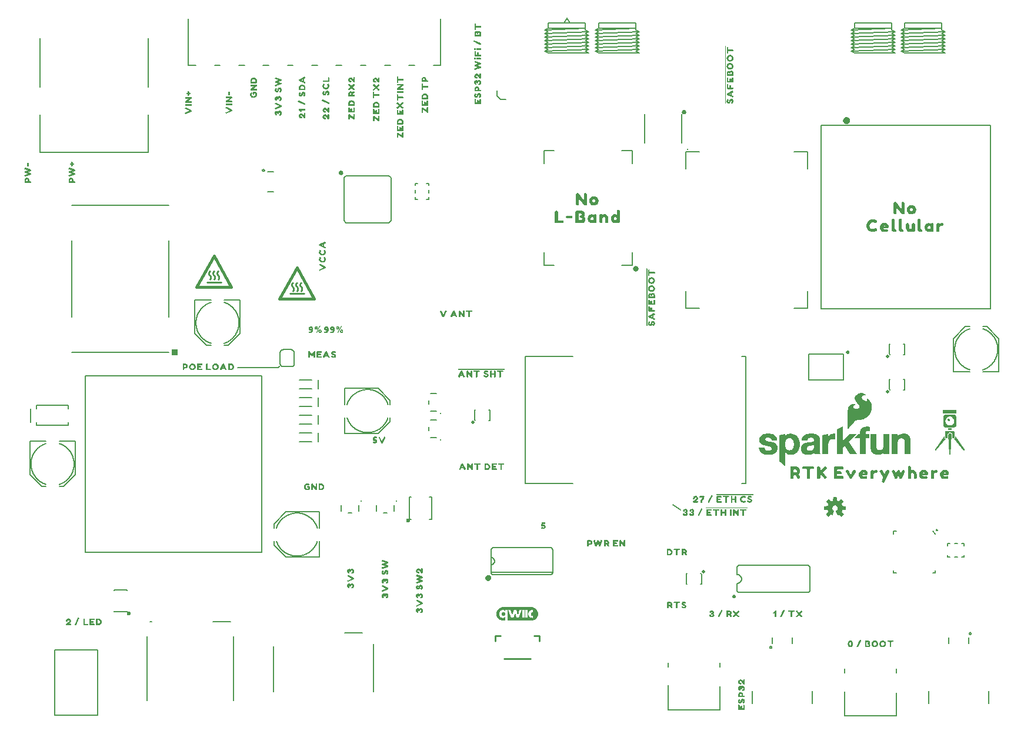
<source format=gto>
G04 EAGLE Gerber RS-274X export*
G75*
%MOMM*%
%FSLAX34Y34*%
%LPD*%
%INSilkscreen Top*%
%IPPOS*%
%AMOC8*
5,1,8,0,0,1.08239X$1,22.5*%
G01*
%ADD10C,0.203200*%
%ADD11C,0.152400*%
%ADD12C,0.508000*%
%ADD13C,0.508000*%
%ADD14C,0.254000*%
%ADD15C,0.254000*%
%ADD16C,0.282838*%
%ADD17C,0.177800*%
%ADD18R,0.889000X0.889000*%
%ADD19C,0.250000*%
%ADD20C,0.400000*%
%ADD21C,0.500000*%
%ADD22C,0.600000*%
%ADD23C,0.812800*%
%ADD24C,0.127000*%
%ADD25C,0.200000*%

G36*
X1234780Y418890D02*
X1234780Y418890D01*
X1234864Y418893D01*
X1234865Y418893D01*
X1234866Y418893D01*
X1234944Y418936D01*
X1235017Y418975D01*
X1235017Y418976D01*
X1235018Y418976D01*
X1235022Y418982D01*
X1235105Y419090D01*
X1235178Y419235D01*
X1235534Y419591D01*
X1235541Y419602D01*
X1235554Y419613D01*
X1236154Y420313D01*
X1236158Y420320D01*
X1236165Y420327D01*
X1236857Y421216D01*
X1237748Y422206D01*
X1237751Y422211D01*
X1237757Y422217D01*
X1238752Y423410D01*
X1239845Y424603D01*
X1241044Y425901D01*
X1242344Y427301D01*
X1242348Y427308D01*
X1242355Y427314D01*
X1243445Y428602D01*
X1244527Y429684D01*
X1245502Y430562D01*
X1246454Y431228D01*
X1247495Y431701D01*
X1248516Y431980D01*
X1252365Y431980D01*
X1252385Y431985D01*
X1252412Y431983D01*
X1254812Y432283D01*
X1254834Y432291D01*
X1254865Y432293D01*
X1257065Y432893D01*
X1257088Y432905D01*
X1257121Y432913D01*
X1259121Y433813D01*
X1259140Y433827D01*
X1259168Y433839D01*
X1261068Y435039D01*
X1261079Y435049D01*
X1261096Y435058D01*
X1262796Y436358D01*
X1262813Y436379D01*
X1262842Y436400D01*
X1264342Y438000D01*
X1264350Y438014D01*
X1264365Y438027D01*
X1265765Y439827D01*
X1265778Y439854D01*
X1265803Y439886D01*
X1267703Y443586D01*
X1267711Y443617D01*
X1267731Y443658D01*
X1268731Y447258D01*
X1268733Y447292D01*
X1268745Y447338D01*
X1268945Y450838D01*
X1268939Y450870D01*
X1268941Y450917D01*
X1268441Y454217D01*
X1268430Y454246D01*
X1268423Y454288D01*
X1267423Y457088D01*
X1267409Y457109D01*
X1267399Y457141D01*
X1266099Y459541D01*
X1266073Y459570D01*
X1266034Y459629D01*
X1264334Y461329D01*
X1264304Y461347D01*
X1264267Y461382D01*
X1262667Y462382D01*
X1262601Y462405D01*
X1262537Y462433D01*
X1262520Y462433D01*
X1262503Y462438D01*
X1262434Y462429D01*
X1262364Y462427D01*
X1262349Y462418D01*
X1262331Y462416D01*
X1262273Y462377D01*
X1262212Y462344D01*
X1262202Y462329D01*
X1262187Y462319D01*
X1262152Y462259D01*
X1262112Y462202D01*
X1262109Y462183D01*
X1262101Y462169D01*
X1262098Y462130D01*
X1262085Y462060D01*
X1262085Y461460D01*
X1262092Y461430D01*
X1262092Y461385D01*
X1262178Y460954D01*
X1262002Y459894D01*
X1261763Y459496D01*
X1261348Y459081D01*
X1260787Y458840D01*
X1260218Y458840D01*
X1258903Y459216D01*
X1258162Y459587D01*
X1256800Y460560D01*
X1256123Y461139D01*
X1255664Y461598D01*
X1255187Y462362D01*
X1255184Y462365D01*
X1255181Y462371D01*
X1254814Y462922D01*
X1254637Y463544D01*
X1254550Y464060D01*
X1254633Y464557D01*
X1254812Y465004D01*
X1255087Y465554D01*
X1255441Y465996D01*
X1256179Y466642D01*
X1256557Y466831D01*
X1256898Y467001D01*
X1257632Y467185D01*
X1258486Y467280D01*
X1259718Y467280D01*
X1260073Y467191D01*
X1260109Y467191D01*
X1260165Y467180D01*
X1260265Y467180D01*
X1260326Y467194D01*
X1260389Y467200D01*
X1260410Y467214D01*
X1260434Y467219D01*
X1260482Y467259D01*
X1260535Y467293D01*
X1260548Y467314D01*
X1260567Y467329D01*
X1260593Y467387D01*
X1260626Y467440D01*
X1260628Y467465D01*
X1260638Y467488D01*
X1260636Y467550D01*
X1260642Y467613D01*
X1260633Y467636D01*
X1260632Y467661D01*
X1260602Y467716D01*
X1260579Y467775D01*
X1260559Y467794D01*
X1260549Y467813D01*
X1260518Y467834D01*
X1260476Y467876D01*
X1260182Y468073D01*
X1259486Y468569D01*
X1259471Y468575D01*
X1259457Y468588D01*
X1258257Y469288D01*
X1258233Y469296D01*
X1258206Y469313D01*
X1256706Y469913D01*
X1256688Y469916D01*
X1256667Y469926D01*
X1254867Y470426D01*
X1254833Y470428D01*
X1254784Y470440D01*
X1252784Y470540D01*
X1252746Y470533D01*
X1252681Y470531D01*
X1250481Y470031D01*
X1250447Y470014D01*
X1250389Y469997D01*
X1248089Y468797D01*
X1248064Y468776D01*
X1248023Y468754D01*
X1246323Y467354D01*
X1246300Y467323D01*
X1246252Y467275D01*
X1245152Y465675D01*
X1245138Y465640D01*
X1245106Y465587D01*
X1244506Y463887D01*
X1244503Y463852D01*
X1244501Y463841D01*
X1244492Y463822D01*
X1244493Y463800D01*
X1244485Y463760D01*
X1244485Y462060D01*
X1244494Y462022D01*
X1244500Y461953D01*
X1245000Y460253D01*
X1245014Y460228D01*
X1245025Y460190D01*
X1245925Y458390D01*
X1245944Y458367D01*
X1245963Y458329D01*
X1247263Y456629D01*
X1247280Y456615D01*
X1247296Y456591D01*
X1248987Y454901D01*
X1250243Y453451D01*
X1250885Y452076D01*
X1250885Y450817D01*
X1250526Y449652D01*
X1249714Y448750D01*
X1248604Y448009D01*
X1247312Y447640D01*
X1245816Y447640D01*
X1244776Y447924D01*
X1243956Y448197D01*
X1243323Y448739D01*
X1242778Y449285D01*
X1242521Y449798D01*
X1242345Y450413D01*
X1242345Y450998D01*
X1242506Y451481D01*
X1242753Y451810D01*
X1243119Y452176D01*
X1243598Y452559D01*
X1243953Y452826D01*
X1244406Y453007D01*
X1244418Y453015D01*
X1244435Y453020D01*
X1244679Y453142D01*
X1245035Y453320D01*
X1245064Y453344D01*
X1245134Y453391D01*
X1245234Y453491D01*
X1245247Y453513D01*
X1245267Y453529D01*
X1245293Y453586D01*
X1245325Y453638D01*
X1245328Y453664D01*
X1245338Y453688D01*
X1245336Y453749D01*
X1245342Y453811D01*
X1245333Y453835D01*
X1245332Y453861D01*
X1245302Y453915D01*
X1245280Y453973D01*
X1245261Y453990D01*
X1245249Y454013D01*
X1245199Y454048D01*
X1245153Y454090D01*
X1245128Y454098D01*
X1245107Y454113D01*
X1245023Y454129D01*
X1244987Y454140D01*
X1244977Y454138D01*
X1244965Y454140D01*
X1244927Y454140D01*
X1244696Y454217D01*
X1244206Y454413D01*
X1244171Y454418D01*
X1244119Y454436D01*
X1243419Y454536D01*
X1243395Y454534D01*
X1243365Y454540D01*
X1241565Y454540D01*
X1241535Y454533D01*
X1241490Y454533D01*
X1240490Y454333D01*
X1240480Y454328D01*
X1240465Y454327D01*
X1239365Y454027D01*
X1239348Y454018D01*
X1239324Y454013D01*
X1238324Y453613D01*
X1238297Y453594D01*
X1238254Y453576D01*
X1237354Y452976D01*
X1237333Y452954D01*
X1237296Y452929D01*
X1236496Y452129D01*
X1236485Y452111D01*
X1236465Y452093D01*
X1235765Y451193D01*
X1235754Y451169D01*
X1235731Y451142D01*
X1235131Y450042D01*
X1235122Y450009D01*
X1235099Y449964D01*
X1234699Y448564D01*
X1234698Y448539D01*
X1234688Y448507D01*
X1234488Y446907D01*
X1234489Y446895D01*
X1234485Y446880D01*
X1234385Y444980D01*
X1234387Y444971D01*
X1234385Y444960D01*
X1234385Y419260D01*
X1234405Y419175D01*
X1234424Y419093D01*
X1234424Y419092D01*
X1234424Y419091D01*
X1234481Y419023D01*
X1234533Y418959D01*
X1234534Y418958D01*
X1234612Y418923D01*
X1234691Y418887D01*
X1234692Y418887D01*
X1234693Y418887D01*
X1234780Y418890D01*
G37*
G36*
X741184Y142739D02*
X741184Y142739D01*
X741206Y142743D01*
X741213Y142758D01*
X741222Y142764D01*
X741221Y142774D01*
X741228Y142790D01*
X741228Y148230D01*
X741224Y148236D01*
X741209Y148274D01*
X741199Y148284D01*
X741192Y148286D01*
X741191Y148287D01*
X741188Y148287D01*
X741171Y148291D01*
X741143Y148302D01*
X741138Y148298D01*
X741133Y148299D01*
X741126Y148290D01*
X741101Y148272D01*
X741031Y148152D01*
X740972Y148054D01*
X740877Y147920D01*
X740692Y147726D01*
X740465Y147538D01*
X740278Y147390D01*
X740063Y147254D01*
X739767Y147086D01*
X739493Y146969D01*
X739128Y146850D01*
X738843Y146782D01*
X738527Y146732D01*
X738171Y146693D01*
X737876Y146693D01*
X737579Y146703D01*
X737223Y146732D01*
X736619Y146831D01*
X736003Y147020D01*
X735997Y147018D01*
X735987Y147029D01*
X735690Y147138D01*
X735376Y147295D01*
X735030Y147512D01*
X734733Y147710D01*
X734438Y147966D01*
X734171Y148242D01*
X733954Y148490D01*
X733777Y148726D01*
X733539Y149103D01*
X733419Y149311D01*
X733407Y149318D01*
X733402Y149324D01*
X733402Y149336D01*
X733272Y149625D01*
X733124Y149963D01*
X733015Y150277D01*
X732906Y150764D01*
X732807Y151202D01*
X732757Y151517D01*
X732718Y152162D01*
X732708Y152421D01*
X732718Y152748D01*
X732706Y152767D01*
X732714Y152780D01*
X732723Y152787D01*
X732722Y152795D01*
X732728Y152805D01*
X732787Y153493D01*
X732827Y153779D01*
X732896Y154097D01*
X732975Y154423D01*
X733104Y154828D01*
X733232Y155135D01*
X733401Y155492D01*
X733589Y155837D01*
X733736Y156053D01*
X733964Y156350D01*
X734279Y156705D01*
X734803Y157130D01*
X735079Y157327D01*
X735435Y157525D01*
X735438Y157531D01*
X735442Y157529D01*
X735445Y157533D01*
X735451Y157533D01*
X735760Y157672D01*
X736104Y157810D01*
X736508Y157909D01*
X737003Y157998D01*
X737419Y158037D01*
X737886Y158057D01*
X738052Y158057D01*
X738359Y158028D01*
X738566Y158008D01*
X738861Y157949D01*
X738991Y157919D01*
X739226Y157860D01*
X739441Y157772D01*
X739728Y157653D01*
X740004Y157506D01*
X740259Y157348D01*
X740555Y157122D01*
X740802Y156895D01*
X741049Y156647D01*
X741128Y156558D01*
X741142Y156555D01*
X741149Y156543D01*
X741172Y156546D01*
X741194Y156540D01*
X741203Y156551D01*
X741216Y156553D01*
X741231Y156584D01*
X741237Y156592D01*
X741236Y156596D01*
X741238Y156600D01*
X741238Y157947D01*
X744832Y157947D01*
X744842Y142820D01*
X744854Y142801D01*
X744858Y142779D01*
X744873Y142772D01*
X744879Y142763D01*
X744889Y142764D01*
X744905Y142757D01*
X752075Y142757D01*
X752085Y142764D01*
X752089Y142764D01*
X752105Y142757D01*
X759546Y142767D01*
X759549Y142763D01*
X759559Y142764D01*
X759575Y142757D01*
X768455Y142757D01*
X768467Y142765D01*
X768469Y142763D01*
X768479Y142764D01*
X768495Y142757D01*
X778585Y142757D01*
X778586Y142758D01*
X778588Y142757D01*
X779488Y142807D01*
X779505Y142820D01*
X779511Y142818D01*
X780681Y142928D01*
X780686Y142931D01*
X780695Y142930D01*
X780874Y142990D01*
X781493Y143170D01*
X782193Y143380D01*
X782195Y143383D01*
X782200Y143382D01*
X782820Y143652D01*
X782821Y143654D01*
X782824Y143654D01*
X783394Y143954D01*
X783394Y143955D01*
X783395Y143955D01*
X784055Y144315D01*
X784057Y144319D01*
X784063Y144320D01*
X784683Y144790D01*
X784683Y144791D01*
X784685Y144792D01*
X785435Y145422D01*
X785436Y145425D01*
X785440Y145426D01*
X785870Y145866D01*
X785870Y145868D01*
X785873Y145870D01*
X786473Y146590D01*
X786474Y146599D01*
X786482Y146604D01*
X786481Y146614D01*
X786515Y146632D01*
X786735Y146922D01*
X786735Y146926D01*
X786739Y146929D01*
X787339Y147979D01*
X787339Y147980D01*
X787341Y147981D01*
X787731Y148731D01*
X787730Y148735D01*
X787734Y148739D01*
X787854Y149079D01*
X787854Y149080D01*
X787855Y149081D01*
X788035Y149661D01*
X788033Y149669D01*
X788035Y149671D01*
X788235Y150311D01*
X788234Y150315D01*
X788237Y150318D01*
X788327Y150788D01*
X788326Y150791D01*
X788327Y150794D01*
X788487Y152344D01*
X788485Y152348D01*
X788488Y152354D01*
X788428Y153224D01*
X788427Y153225D01*
X788427Y153227D01*
X788317Y154237D01*
X788317Y154238D01*
X788317Y154240D01*
X788267Y154560D01*
X788264Y154563D01*
X788265Y154568D01*
X788145Y154958D01*
X788106Y155106D01*
X788096Y155115D01*
X788096Y155118D01*
X788094Y155119D01*
X788093Y155125D01*
X788095Y155139D01*
X787815Y156019D01*
X787813Y156021D01*
X787813Y156024D01*
X787613Y156514D01*
X787611Y156516D01*
X787610Y156520D01*
X787220Y157240D01*
X786910Y157800D01*
X786906Y157802D01*
X786905Y157808D01*
X786665Y158128D01*
X786663Y158129D01*
X786662Y158131D01*
X786658Y158133D01*
X786654Y158149D01*
X785894Y159089D01*
X785892Y159090D01*
X785891Y159091D01*
X785891Y159093D01*
X785511Y159493D01*
X785507Y159494D01*
X785505Y159498D01*
X785105Y159828D01*
X785105Y159829D01*
X784665Y160189D01*
X784336Y160468D01*
X784331Y160468D01*
X784327Y160474D01*
X783897Y160734D01*
X783896Y160734D01*
X783895Y160735D01*
X783055Y161195D01*
X783054Y161195D01*
X783053Y161196D01*
X782403Y161526D01*
X782399Y161525D01*
X782394Y161530D01*
X781864Y161700D01*
X780934Y161990D01*
X780919Y161986D01*
X780917Y161987D01*
X780911Y161997D01*
X780903Y161996D01*
X780892Y162002D01*
X778752Y162252D01*
X778749Y162251D01*
X778745Y162253D01*
X773765Y162253D01*
X773752Y162245D01*
X773751Y162247D01*
X773741Y162246D01*
X773725Y162253D01*
X765274Y162243D01*
X765271Y162247D01*
X765259Y162245D01*
X765249Y162253D01*
X765236Y162248D01*
X765225Y162253D01*
X749215Y162253D01*
X749205Y162246D01*
X749201Y162246D01*
X749185Y162253D01*
X741185Y162253D01*
X741181Y162250D01*
X741175Y162253D01*
X738445Y162253D01*
X738443Y162251D01*
X738440Y162253D01*
X736800Y162123D01*
X736798Y162121D01*
X736795Y162122D01*
X736125Y162012D01*
X736122Y162009D01*
X736117Y162010D01*
X734867Y161640D01*
X734866Y161638D01*
X734863Y161639D01*
X734183Y161379D01*
X734180Y161376D01*
X734175Y161375D01*
X733565Y161045D01*
X733564Y161045D01*
X732905Y160675D01*
X732887Y160666D01*
X732876Y160648D01*
X732868Y160650D01*
X732863Y160644D01*
X732850Y160642D01*
X732500Y160402D01*
X732499Y160399D01*
X732495Y160399D01*
X732005Y159999D01*
X732005Y159998D01*
X732004Y159998D01*
X731724Y159758D01*
X731724Y159757D01*
X731484Y159547D01*
X731483Y159547D01*
X731303Y159387D01*
X731302Y159384D01*
X731298Y159382D01*
X731048Y159102D01*
X731048Y159101D01*
X731047Y159100D01*
X730697Y158680D01*
X730377Y158290D01*
X730376Y158289D01*
X730375Y158288D01*
X730155Y157998D01*
X730155Y157997D01*
X730154Y157996D01*
X729964Y157726D01*
X729964Y157724D01*
X729961Y157722D01*
X729781Y157412D01*
X729781Y157411D01*
X729780Y157410D01*
X729620Y157120D01*
X729620Y157119D01*
X729619Y157119D01*
X729219Y156339D01*
X729220Y156335D01*
X729216Y156331D01*
X728936Y155541D01*
X728936Y155539D01*
X728935Y155538D01*
X728869Y155312D01*
X728864Y155306D01*
X728594Y154306D01*
X728596Y154302D01*
X728593Y154296D01*
X728533Y153686D01*
X728463Y153006D01*
X728462Y153005D01*
X728432Y152605D01*
X728445Y152582D01*
X728446Y152577D01*
X728442Y152569D01*
X728452Y152139D01*
X728454Y152137D01*
X728453Y152134D01*
X728503Y151624D01*
X728503Y151623D01*
X728553Y151153D01*
X728593Y150764D01*
X728595Y150761D01*
X728594Y150757D01*
X728664Y150427D01*
X728665Y150426D01*
X728664Y150424D01*
X728844Y149764D01*
X728846Y149762D01*
X728845Y149760D01*
X729125Y148920D01*
X729127Y148919D01*
X729127Y148916D01*
X729347Y148376D01*
X729350Y148374D01*
X729350Y148370D01*
X729600Y147920D01*
X729870Y147420D01*
X729968Y147242D01*
X729963Y147232D01*
X729968Y147226D01*
X729966Y147218D01*
X729989Y147201D01*
X729991Y147198D01*
X729995Y147182D01*
X730355Y146702D01*
X730356Y146702D01*
X730357Y146700D01*
X730697Y146290D01*
X731317Y145550D01*
X731322Y145548D01*
X731325Y145541D01*
X732485Y144591D01*
X732487Y144591D01*
X732488Y144590D01*
X732718Y144420D01*
X732720Y144419D01*
X732722Y144416D01*
X733182Y144136D01*
X733184Y144136D01*
X733185Y144135D01*
X733595Y143915D01*
X733596Y143915D01*
X733935Y143735D01*
X734324Y143515D01*
X734346Y143517D01*
X734347Y143509D01*
X734359Y143506D01*
X734377Y143490D01*
X736377Y142900D01*
X736382Y142901D01*
X736389Y142898D01*
X738099Y142728D01*
X738101Y142729D01*
X738105Y142727D01*
X741165Y142727D01*
X741184Y142739D01*
G37*
G36*
X1143980Y365392D02*
X1143980Y365392D01*
X1144006Y365393D01*
X1144060Y365423D01*
X1144118Y365445D01*
X1144135Y365464D01*
X1144158Y365476D01*
X1144193Y365527D01*
X1144235Y365572D01*
X1144243Y365597D01*
X1144258Y365618D01*
X1144274Y365702D01*
X1144285Y365738D01*
X1144283Y365748D01*
X1144285Y365760D01*
X1144285Y385201D01*
X1144508Y384922D01*
X1144515Y384917D01*
X1144521Y384907D01*
X1145321Y384007D01*
X1145350Y383987D01*
X1145387Y383949D01*
X1146387Y383249D01*
X1146398Y383244D01*
X1146409Y383234D01*
X1147409Y382634D01*
X1147432Y382627D01*
X1147459Y382609D01*
X1148659Y382109D01*
X1148680Y382105D01*
X1148705Y382093D01*
X1149805Y381793D01*
X1149824Y381792D01*
X1149847Y381784D01*
X1151147Y381584D01*
X1151160Y381585D01*
X1151176Y381581D01*
X1152476Y381481D01*
X1152505Y381485D01*
X1152544Y381482D01*
X1155444Y381782D01*
X1155478Y381794D01*
X1155534Y381802D01*
X1158034Y382702D01*
X1158064Y382722D01*
X1158116Y382744D01*
X1160216Y384144D01*
X1160240Y384169D01*
X1160281Y384199D01*
X1162081Y386099D01*
X1162098Y386128D01*
X1162132Y386167D01*
X1163432Y388367D01*
X1163439Y388389D01*
X1163456Y388414D01*
X1164456Y390814D01*
X1164461Y390842D01*
X1164476Y390878D01*
X1165076Y393578D01*
X1165076Y393602D01*
X1165084Y393633D01*
X1165284Y396433D01*
X1165281Y396456D01*
X1165284Y396485D01*
X1165084Y399485D01*
X1165077Y399508D01*
X1165077Y399540D01*
X1164477Y402340D01*
X1164471Y402353D01*
X1164470Y402365D01*
X1164462Y402379D01*
X1164458Y402401D01*
X1163458Y404901D01*
X1163445Y404920D01*
X1163436Y404947D01*
X1162136Y407247D01*
X1162111Y407274D01*
X1162081Y407322D01*
X1160281Y409222D01*
X1160253Y409240D01*
X1160219Y409274D01*
X1158019Y410774D01*
X1157983Y410788D01*
X1157925Y410821D01*
X1155225Y411721D01*
X1155191Y411724D01*
X1155142Y411738D01*
X1152042Y412038D01*
X1152014Y412035D01*
X1151976Y412039D01*
X1150676Y411939D01*
X1150661Y411935D01*
X1150643Y411935D01*
X1149443Y411735D01*
X1149430Y411730D01*
X1149413Y411729D01*
X1148213Y411429D01*
X1148197Y411421D01*
X1148175Y411417D01*
X1147075Y411017D01*
X1147043Y410997D01*
X1146987Y410972D01*
X1144987Y409572D01*
X1144963Y409545D01*
X1144921Y409513D01*
X1144121Y408613D01*
X1144113Y408598D01*
X1144097Y408584D01*
X1143985Y408429D01*
X1143985Y410860D01*
X1143969Y410928D01*
X1143960Y410997D01*
X1143950Y411011D01*
X1143946Y411029D01*
X1143901Y411082D01*
X1143862Y411140D01*
X1143847Y411149D01*
X1143836Y411162D01*
X1143772Y411191D01*
X1143711Y411225D01*
X1143692Y411227D01*
X1143677Y411233D01*
X1143638Y411232D01*
X1143567Y411238D01*
X1142567Y411138D01*
X1142548Y411132D01*
X1142523Y411131D01*
X1140743Y410736D01*
X1139863Y410638D01*
X1139849Y410633D01*
X1139830Y410633D01*
X1138847Y410436D01*
X1137963Y410338D01*
X1137946Y410332D01*
X1137923Y410331D01*
X1136123Y409931D01*
X1136114Y409927D01*
X1136104Y409927D01*
X1136036Y409890D01*
X1135966Y409856D01*
X1135960Y409849D01*
X1135952Y409844D01*
X1135908Y409781D01*
X1135860Y409719D01*
X1135858Y409710D01*
X1135852Y409702D01*
X1135825Y409560D01*
X1135825Y372660D01*
X1135842Y372586D01*
X1135855Y372511D01*
X1135862Y372501D01*
X1135864Y372491D01*
X1135888Y372462D01*
X1135936Y372391D01*
X1136836Y371491D01*
X1136852Y371481D01*
X1136867Y371463D01*
X1137859Y370670D01*
X1138851Y369777D01*
X1138859Y369773D01*
X1138867Y369763D01*
X1139851Y368976D01*
X1140736Y368091D01*
X1140744Y368086D01*
X1140751Y368077D01*
X1141751Y367177D01*
X1141759Y367173D01*
X1141767Y367163D01*
X1142751Y366376D01*
X1143636Y365491D01*
X1143658Y365478D01*
X1143674Y365458D01*
X1143731Y365432D01*
X1143783Y365400D01*
X1143809Y365397D01*
X1143833Y365387D01*
X1143894Y365389D01*
X1143956Y365383D01*
X1143980Y365392D01*
G37*
G36*
X1177428Y381385D02*
X1177428Y381385D01*
X1177459Y381384D01*
X1178159Y381484D01*
X1178163Y381485D01*
X1178168Y381485D01*
X1178736Y381580D01*
X1179405Y381580D01*
X1179431Y381586D01*
X1179468Y381585D01*
X1180068Y381685D01*
X1180085Y381692D01*
X1180109Y381694D01*
X1180789Y381889D01*
X1181368Y381985D01*
X1181391Y381995D01*
X1181425Y381999D01*
X1182025Y382199D01*
X1182045Y382212D01*
X1182075Y382220D01*
X1182651Y382508D01*
X1183225Y382699D01*
X1183245Y382712D01*
X1183275Y382720D01*
X1183716Y382940D01*
X1183875Y383020D01*
X1183885Y383028D01*
X1183901Y383034D01*
X1184401Y383334D01*
X1184407Y383340D01*
X1184416Y383344D01*
X1185016Y383744D01*
X1185026Y383754D01*
X1185043Y383763D01*
X1185925Y384469D01*
X1185925Y384260D01*
X1185928Y384245D01*
X1185926Y384230D01*
X1185963Y384098D01*
X1185964Y384091D01*
X1185965Y384091D01*
X1185965Y384090D01*
X1186025Y383970D01*
X1186025Y383760D01*
X1186028Y383745D01*
X1186026Y383730D01*
X1186063Y383598D01*
X1186064Y383591D01*
X1186065Y383591D01*
X1186065Y383590D01*
X1186125Y383470D01*
X1186125Y383360D01*
X1186142Y383286D01*
X1186155Y383211D01*
X1186162Y383201D01*
X1186164Y383191D01*
X1186188Y383162D01*
X1186225Y383108D01*
X1186225Y383060D01*
X1186228Y383045D01*
X1186226Y383030D01*
X1186263Y382898D01*
X1186264Y382891D01*
X1186265Y382891D01*
X1186265Y382890D01*
X1186365Y382690D01*
X1186389Y382661D01*
X1186425Y382608D01*
X1186425Y382560D01*
X1186436Y382510D01*
X1186438Y382459D01*
X1186456Y382427D01*
X1186464Y382391D01*
X1186497Y382352D01*
X1186521Y382307D01*
X1186551Y382286D01*
X1186574Y382258D01*
X1186621Y382237D01*
X1186663Y382207D01*
X1186705Y382199D01*
X1186733Y382187D01*
X1186763Y382188D01*
X1186805Y382180D01*
X1194705Y382180D01*
X1194755Y382192D01*
X1194807Y382194D01*
X1194839Y382211D01*
X1194874Y382219D01*
X1194914Y382252D01*
X1194959Y382277D01*
X1194980Y382307D01*
X1195007Y382329D01*
X1195029Y382377D01*
X1195058Y382419D01*
X1195064Y382455D01*
X1195078Y382488D01*
X1195076Y382539D01*
X1195084Y382590D01*
X1195073Y382631D01*
X1195072Y382661D01*
X1195057Y382688D01*
X1195045Y382730D01*
X1194945Y382930D01*
X1194932Y382946D01*
X1194921Y382971D01*
X1194750Y383229D01*
X1194570Y383766D01*
X1194485Y384107D01*
X1194485Y384360D01*
X1194477Y384396D01*
X1194474Y384452D01*
X1194285Y385207D01*
X1194285Y385560D01*
X1194278Y385590D01*
X1194278Y385635D01*
X1194185Y386098D01*
X1194185Y386460D01*
X1194178Y386490D01*
X1194178Y386535D01*
X1194085Y386998D01*
X1194085Y403560D01*
X1194082Y403574D01*
X1194084Y403592D01*
X1193984Y404792D01*
X1193979Y404807D01*
X1193979Y404828D01*
X1193779Y405928D01*
X1193766Y405957D01*
X1193758Y406001D01*
X1193358Y407001D01*
X1193350Y407013D01*
X1193345Y407030D01*
X1192945Y407830D01*
X1192927Y407852D01*
X1192909Y407888D01*
X1192309Y408688D01*
X1192283Y408710D01*
X1192252Y408749D01*
X1191552Y409349D01*
X1191542Y409354D01*
X1191533Y409364D01*
X1190733Y409964D01*
X1190712Y409973D01*
X1190690Y409992D01*
X1189790Y410492D01*
X1189775Y410497D01*
X1189759Y410507D01*
X1188859Y410907D01*
X1188839Y410911D01*
X1188814Y410924D01*
X1187814Y411224D01*
X1187798Y411225D01*
X1187780Y411233D01*
X1186780Y411433D01*
X1186777Y411433D01*
X1186773Y411434D01*
X1184573Y411834D01*
X1184558Y411833D01*
X1184539Y411839D01*
X1183439Y411939D01*
X1183424Y411937D01*
X1183405Y411940D01*
X1178905Y411940D01*
X1178879Y411934D01*
X1178843Y411935D01*
X1177643Y411735D01*
X1177640Y411734D01*
X1177637Y411734D01*
X1176537Y411534D01*
X1176523Y411528D01*
X1176505Y411527D01*
X1174305Y410927D01*
X1174288Y410918D01*
X1174264Y410913D01*
X1173264Y410513D01*
X1173242Y410498D01*
X1173209Y410486D01*
X1172215Y409889D01*
X1171320Y409392D01*
X1171296Y409370D01*
X1171255Y409346D01*
X1170455Y408646D01*
X1170442Y408628D01*
X1170419Y408610D01*
X1169719Y407810D01*
X1169709Y407791D01*
X1169689Y407771D01*
X1168489Y405971D01*
X1168476Y405937D01*
X1168448Y405890D01*
X1168048Y404790D01*
X1168044Y404761D01*
X1168030Y404723D01*
X1167830Y403523D01*
X1167830Y403520D01*
X1167829Y403518D01*
X1167629Y402218D01*
X1167635Y402139D01*
X1167638Y402059D01*
X1167642Y402053D01*
X1167643Y402045D01*
X1167683Y401977D01*
X1167721Y401907D01*
X1167727Y401903D01*
X1167731Y401896D01*
X1167798Y401853D01*
X1167863Y401807D01*
X1167871Y401806D01*
X1167877Y401802D01*
X1167910Y401798D01*
X1168005Y401780D01*
X1175805Y401780D01*
X1175855Y401791D01*
X1175906Y401793D01*
X1175938Y401811D01*
X1175974Y401819D01*
X1176013Y401852D01*
X1176058Y401876D01*
X1176079Y401906D01*
X1176107Y401929D01*
X1176128Y401976D01*
X1176158Y402018D01*
X1176166Y402060D01*
X1176178Y402088D01*
X1176177Y402118D01*
X1176185Y402160D01*
X1176185Y402722D01*
X1176268Y403136D01*
X1176445Y403490D01*
X1176448Y403504D01*
X1176458Y403519D01*
X1176652Y404004D01*
X1176835Y404369D01*
X1177001Y404618D01*
X1177547Y405165D01*
X1177796Y405331D01*
X1177885Y405375D01*
X1178529Y405697D01*
X1178980Y405787D01*
X1178987Y405791D01*
X1178997Y405791D01*
X1179388Y405889D01*
X1180343Y406080D01*
X1181867Y406080D01*
X1182330Y405987D01*
X1182362Y405988D01*
X1182405Y405980D01*
X1182767Y405980D01*
X1183222Y405889D01*
X1183572Y405801D01*
X1183914Y405631D01*
X1184194Y405444D01*
X1184214Y405436D01*
X1184235Y405420D01*
X1184580Y405248D01*
X1184810Y405018D01*
X1185167Y404482D01*
X1185342Y404043D01*
X1185433Y403682D01*
X1185525Y403129D01*
X1185525Y402677D01*
X1185436Y401702D01*
X1184949Y401053D01*
X1184151Y400610D01*
X1182992Y400223D01*
X1181627Y399833D01*
X1180159Y399637D01*
X1178462Y399438D01*
X1176663Y399238D01*
X1176662Y399238D01*
X1176661Y399238D01*
X1176660Y399237D01*
X1176658Y399237D01*
X1176651Y399235D01*
X1176643Y399235D01*
X1174843Y398935D01*
X1174832Y398931D01*
X1174818Y398930D01*
X1173118Y398530D01*
X1173099Y398521D01*
X1173072Y398516D01*
X1171472Y397916D01*
X1171447Y397900D01*
X1171409Y397886D01*
X1169909Y396986D01*
X1169891Y396968D01*
X1169862Y396952D01*
X1168662Y395952D01*
X1168638Y395921D01*
X1168585Y395866D01*
X1167685Y394466D01*
X1167673Y394431D01*
X1167644Y394380D01*
X1167044Y392580D01*
X1167042Y392550D01*
X1167028Y392511D01*
X1166728Y390311D01*
X1166732Y390277D01*
X1166726Y390226D01*
X1166826Y389126D01*
X1166827Y389122D01*
X1166827Y389118D01*
X1166927Y388218D01*
X1166938Y388187D01*
X1166944Y388140D01*
X1167544Y386340D01*
X1167561Y386313D01*
X1167575Y386271D01*
X1168375Y384871D01*
X1168395Y384849D01*
X1168416Y384813D01*
X1169016Y384113D01*
X1169038Y384096D01*
X1169062Y384068D01*
X1169662Y383568D01*
X1169673Y383562D01*
X1169684Y383551D01*
X1170384Y383051D01*
X1170400Y383044D01*
X1170416Y383030D01*
X1171116Y382630D01*
X1171126Y382627D01*
X1171135Y382620D01*
X1171935Y382220D01*
X1171958Y382214D01*
X1171985Y382199D01*
X1172885Y381899D01*
X1172902Y381898D01*
X1172923Y381889D01*
X1174723Y381489D01*
X1174742Y381489D01*
X1174767Y381482D01*
X1175767Y381382D01*
X1175784Y381384D01*
X1175805Y381380D01*
X1177405Y381380D01*
X1177428Y381385D01*
G37*
G36*
X1227155Y382291D02*
X1227155Y382291D01*
X1227206Y382293D01*
X1227238Y382311D01*
X1227274Y382319D01*
X1227313Y382352D01*
X1227358Y382376D01*
X1227379Y382406D01*
X1227407Y382429D01*
X1227428Y382476D01*
X1227458Y382518D01*
X1227466Y382560D01*
X1227478Y382588D01*
X1227477Y382618D01*
X1227485Y382660D01*
X1227485Y392199D01*
X1230028Y394657D01*
X1237481Y382462D01*
X1237505Y382437D01*
X1237521Y382407D01*
X1237565Y382376D01*
X1237602Y382338D01*
X1237635Y382327D01*
X1237663Y382307D01*
X1237729Y382295D01*
X1237766Y382282D01*
X1237783Y382284D01*
X1237805Y382280D01*
X1247205Y382280D01*
X1247277Y382297D01*
X1247351Y382309D01*
X1247361Y382316D01*
X1247374Y382319D01*
X1247431Y382367D01*
X1247492Y382410D01*
X1247498Y382421D01*
X1247507Y382429D01*
X1247538Y382497D01*
X1247573Y382563D01*
X1247573Y382576D01*
X1247578Y382588D01*
X1247575Y382662D01*
X1247578Y382736D01*
X1247572Y382749D01*
X1247572Y382761D01*
X1247553Y382794D01*
X1247522Y382870D01*
X1235896Y400407D01*
X1246370Y410587D01*
X1246385Y410611D01*
X1246407Y410629D01*
X1246432Y410683D01*
X1246464Y410733D01*
X1246467Y410762D01*
X1246478Y410788D01*
X1246476Y410847D01*
X1246483Y410905D01*
X1246473Y410932D01*
X1246472Y410961D01*
X1246443Y411013D01*
X1246423Y411068D01*
X1246403Y411088D01*
X1246389Y411113D01*
X1246341Y411147D01*
X1246298Y411188D01*
X1246270Y411196D01*
X1246247Y411213D01*
X1246169Y411228D01*
X1246132Y411239D01*
X1246120Y411237D01*
X1246105Y411240D01*
X1236905Y411240D01*
X1236828Y411222D01*
X1236751Y411208D01*
X1236744Y411202D01*
X1236736Y411201D01*
X1236710Y411179D01*
X1236632Y411125D01*
X1227485Y401698D01*
X1227485Y421660D01*
X1227472Y421718D01*
X1227467Y421777D01*
X1227452Y421801D01*
X1227446Y421829D01*
X1227408Y421875D01*
X1227378Y421925D01*
X1227354Y421940D01*
X1227336Y421962D01*
X1227281Y421987D01*
X1227232Y422019D01*
X1227203Y422022D01*
X1227177Y422033D01*
X1227118Y422031D01*
X1227059Y422038D01*
X1227029Y422028D01*
X1227004Y422027D01*
X1226973Y422010D01*
X1226921Y421993D01*
X1219121Y417693D01*
X1219090Y417664D01*
X1219052Y417644D01*
X1219026Y417607D01*
X1218993Y417577D01*
X1218977Y417537D01*
X1218952Y417502D01*
X1218942Y417449D01*
X1218929Y417416D01*
X1218931Y417392D01*
X1218925Y417360D01*
X1218925Y382660D01*
X1218936Y382610D01*
X1218938Y382559D01*
X1218956Y382527D01*
X1218964Y382491D01*
X1218997Y382452D01*
X1219021Y382407D01*
X1219051Y382386D01*
X1219074Y382358D01*
X1219121Y382337D01*
X1219163Y382307D01*
X1219205Y382299D01*
X1219233Y382287D01*
X1219263Y382288D01*
X1219305Y382280D01*
X1227105Y382280D01*
X1227155Y382291D01*
G37*
G36*
X1305855Y382291D02*
X1305855Y382291D01*
X1305906Y382293D01*
X1305938Y382311D01*
X1305974Y382319D01*
X1306013Y382352D01*
X1306058Y382376D01*
X1306079Y382406D01*
X1306107Y382429D01*
X1306128Y382476D01*
X1306158Y382518D01*
X1306166Y382560D01*
X1306178Y382588D01*
X1306177Y382618D01*
X1306185Y382660D01*
X1306185Y397450D01*
X1306284Y399428D01*
X1306478Y401073D01*
X1306953Y402404D01*
X1307513Y403430D01*
X1308235Y404152D01*
X1309257Y404710D01*
X1310379Y405084D01*
X1311803Y405179D01*
X1313018Y405085D01*
X1313941Y404716D01*
X1314762Y404260D01*
X1315392Y403540D01*
X1315848Y402719D01*
X1316131Y401587D01*
X1316326Y400222D01*
X1316425Y398549D01*
X1316425Y382660D01*
X1316436Y382610D01*
X1316438Y382559D01*
X1316456Y382527D01*
X1316464Y382491D01*
X1316497Y382452D01*
X1316521Y382407D01*
X1316551Y382386D01*
X1316574Y382358D01*
X1316621Y382337D01*
X1316663Y382307D01*
X1316705Y382299D01*
X1316733Y382287D01*
X1316763Y382288D01*
X1316805Y382280D01*
X1324505Y382280D01*
X1324555Y382291D01*
X1324606Y382293D01*
X1324638Y382311D01*
X1324674Y382319D01*
X1324713Y382352D01*
X1324758Y382376D01*
X1324779Y382406D01*
X1324807Y382429D01*
X1324828Y382476D01*
X1324858Y382518D01*
X1324866Y382560D01*
X1324878Y382588D01*
X1324877Y382618D01*
X1324885Y382660D01*
X1324885Y400060D01*
X1324884Y400067D01*
X1324885Y400075D01*
X1324785Y402575D01*
X1324781Y402591D01*
X1324782Y402611D01*
X1324482Y404811D01*
X1324473Y404835D01*
X1324469Y404869D01*
X1323869Y406869D01*
X1323851Y406901D01*
X1323833Y406953D01*
X1322833Y408653D01*
X1322807Y408680D01*
X1322774Y408729D01*
X1321374Y410129D01*
X1321341Y410149D01*
X1321290Y410192D01*
X1319490Y411192D01*
X1319454Y411203D01*
X1319401Y411228D01*
X1317101Y411828D01*
X1317071Y411829D01*
X1317032Y411839D01*
X1314232Y412039D01*
X1314207Y412035D01*
X1314173Y412039D01*
X1312973Y411939D01*
X1312960Y411935D01*
X1312943Y411935D01*
X1311743Y411735D01*
X1311730Y411730D01*
X1311713Y411729D01*
X1310513Y411429D01*
X1310491Y411418D01*
X1310459Y411411D01*
X1309259Y410911D01*
X1309236Y410895D01*
X1309201Y410881D01*
X1308101Y410181D01*
X1308088Y410168D01*
X1308067Y410157D01*
X1307067Y409357D01*
X1307051Y409336D01*
X1307022Y409314D01*
X1306122Y408314D01*
X1306114Y408299D01*
X1306097Y408284D01*
X1305885Y407992D01*
X1305885Y410860D01*
X1305874Y410910D01*
X1305872Y410961D01*
X1305854Y410993D01*
X1305846Y411029D01*
X1305813Y411068D01*
X1305789Y411113D01*
X1305759Y411134D01*
X1305736Y411162D01*
X1305689Y411183D01*
X1305647Y411213D01*
X1305605Y411221D01*
X1305577Y411233D01*
X1305547Y411232D01*
X1305505Y411240D01*
X1298105Y411240D01*
X1298061Y411230D01*
X1298015Y411229D01*
X1297977Y411210D01*
X1297936Y411201D01*
X1297901Y411172D01*
X1297860Y411151D01*
X1297835Y411117D01*
X1297803Y411091D01*
X1297784Y411049D01*
X1297757Y411012D01*
X1297746Y410964D01*
X1297732Y410932D01*
X1297733Y410906D01*
X1297725Y410871D01*
X1297625Y407371D01*
X1297626Y407366D01*
X1297625Y407360D01*
X1297625Y382660D01*
X1297636Y382610D01*
X1297638Y382559D01*
X1297656Y382527D01*
X1297664Y382491D01*
X1297697Y382452D01*
X1297721Y382407D01*
X1297751Y382386D01*
X1297774Y382358D01*
X1297821Y382337D01*
X1297863Y382307D01*
X1297905Y382299D01*
X1297933Y382287D01*
X1297963Y382288D01*
X1298005Y382280D01*
X1305805Y382280D01*
X1305855Y382291D01*
G37*
G36*
X1277703Y381485D02*
X1277703Y381485D01*
X1277737Y381481D01*
X1278937Y381581D01*
X1278950Y381585D01*
X1278968Y381585D01*
X1280168Y381785D01*
X1280180Y381790D01*
X1280197Y381791D01*
X1281397Y382091D01*
X1281419Y382102D01*
X1281451Y382109D01*
X1282651Y382609D01*
X1282674Y382625D01*
X1282709Y382639D01*
X1283809Y383339D01*
X1283822Y383352D01*
X1283843Y383363D01*
X1284843Y384163D01*
X1284859Y384184D01*
X1284888Y384206D01*
X1285788Y385206D01*
X1285796Y385221D01*
X1285813Y385236D01*
X1286025Y385528D01*
X1286025Y382660D01*
X1286036Y382610D01*
X1286038Y382559D01*
X1286056Y382527D01*
X1286064Y382491D01*
X1286097Y382452D01*
X1286121Y382407D01*
X1286151Y382386D01*
X1286174Y382358D01*
X1286221Y382337D01*
X1286263Y382307D01*
X1286305Y382299D01*
X1286333Y382287D01*
X1286363Y382288D01*
X1286405Y382280D01*
X1293805Y382280D01*
X1293850Y382290D01*
X1293895Y382291D01*
X1293933Y382310D01*
X1293974Y382319D01*
X1294009Y382348D01*
X1294050Y382369D01*
X1294075Y382403D01*
X1294107Y382429D01*
X1294126Y382471D01*
X1294153Y382508D01*
X1294164Y382556D01*
X1294178Y382588D01*
X1294177Y382614D01*
X1294185Y382649D01*
X1294285Y386149D01*
X1294284Y386154D01*
X1294285Y386160D01*
X1294285Y410860D01*
X1294274Y410910D01*
X1294272Y410961D01*
X1294254Y410993D01*
X1294246Y411029D01*
X1294213Y411068D01*
X1294189Y411113D01*
X1294159Y411134D01*
X1294136Y411162D01*
X1294089Y411183D01*
X1294047Y411213D01*
X1294005Y411221D01*
X1293977Y411233D01*
X1293947Y411232D01*
X1293905Y411240D01*
X1286105Y411240D01*
X1286055Y411229D01*
X1286004Y411227D01*
X1285972Y411209D01*
X1285936Y411201D01*
X1285897Y411168D01*
X1285852Y411144D01*
X1285831Y411114D01*
X1285803Y411091D01*
X1285782Y411044D01*
X1285752Y411002D01*
X1285744Y410960D01*
X1285732Y410932D01*
X1285733Y410902D01*
X1285725Y410860D01*
X1285725Y396070D01*
X1285626Y394092D01*
X1285432Y392447D01*
X1284957Y391116D01*
X1284397Y390090D01*
X1283675Y389368D01*
X1282653Y388810D01*
X1281531Y388436D01*
X1280107Y388341D01*
X1278875Y388436D01*
X1277969Y388708D01*
X1277147Y389256D01*
X1276518Y389885D01*
X1276064Y390793D01*
X1275779Y391933D01*
X1275584Y393298D01*
X1275485Y394971D01*
X1275485Y410860D01*
X1275474Y410910D01*
X1275472Y410961D01*
X1275454Y410993D01*
X1275446Y411029D01*
X1275413Y411068D01*
X1275389Y411113D01*
X1275359Y411134D01*
X1275336Y411162D01*
X1275289Y411183D01*
X1275247Y411213D01*
X1275205Y411221D01*
X1275177Y411233D01*
X1275147Y411232D01*
X1275105Y411240D01*
X1267405Y411240D01*
X1267355Y411229D01*
X1267304Y411227D01*
X1267272Y411209D01*
X1267236Y411201D01*
X1267197Y411168D01*
X1267152Y411144D01*
X1267131Y411114D01*
X1267103Y411091D01*
X1267082Y411044D01*
X1267052Y411002D01*
X1267044Y410960D01*
X1267032Y410932D01*
X1267033Y410902D01*
X1267025Y410860D01*
X1267025Y393460D01*
X1267026Y393453D01*
X1267025Y393445D01*
X1267125Y390945D01*
X1267129Y390929D01*
X1267128Y390909D01*
X1267428Y388709D01*
X1267437Y388685D01*
X1267441Y388651D01*
X1268041Y386651D01*
X1268059Y386619D01*
X1268077Y386567D01*
X1269077Y384867D01*
X1269103Y384840D01*
X1269136Y384791D01*
X1270536Y383391D01*
X1270569Y383371D01*
X1270620Y383328D01*
X1272420Y382328D01*
X1272456Y382317D01*
X1272509Y382292D01*
X1274809Y381692D01*
X1274839Y381691D01*
X1274878Y381681D01*
X1277678Y381481D01*
X1277703Y381485D01*
G37*
G36*
X1120104Y381583D02*
X1120104Y381583D01*
X1120121Y381580D01*
X1122521Y381680D01*
X1122542Y381686D01*
X1122570Y381685D01*
X1124870Y382085D01*
X1124885Y382092D01*
X1124905Y382093D01*
X1127105Y382693D01*
X1127135Y382709D01*
X1127182Y382724D01*
X1129082Y383724D01*
X1129103Y383741D01*
X1129136Y383758D01*
X1130836Y385058D01*
X1130860Y385087D01*
X1130907Y385129D01*
X1130924Y385152D01*
X1131215Y385532D01*
X1131506Y385912D01*
X1131797Y386292D01*
X1131797Y386293D01*
X1132087Y386673D01*
X1132088Y386673D01*
X1132207Y386829D01*
X1132223Y386865D01*
X1132260Y386925D01*
X1133060Y389025D01*
X1133065Y389061D01*
X1133083Y389116D01*
X1133383Y391716D01*
X1133379Y391751D01*
X1133383Y391802D01*
X1133183Y393602D01*
X1133170Y393638D01*
X1133158Y393701D01*
X1132558Y395201D01*
X1132539Y395228D01*
X1132521Y395271D01*
X1131721Y396471D01*
X1131693Y396498D01*
X1131648Y396552D01*
X1130448Y397552D01*
X1130435Y397559D01*
X1130421Y397573D01*
X1129121Y398473D01*
X1129087Y398486D01*
X1129039Y398516D01*
X1127439Y399116D01*
X1127429Y399117D01*
X1127418Y399123D01*
X1125818Y399623D01*
X1125806Y399624D01*
X1125792Y399630D01*
X1124094Y400030D01*
X1122497Y400429D01*
X1122487Y400429D01*
X1122475Y400434D01*
X1120889Y400731D01*
X1119410Y401126D01*
X1118140Y401516D01*
X1117090Y401993D01*
X1116260Y402547D01*
X1115756Y403135D01*
X1115590Y403878D01*
X1115674Y404548D01*
X1115918Y405035D01*
X1116330Y405448D01*
X1116585Y405575D01*
X1116865Y405715D01*
X1117509Y405991D01*
X1118132Y406080D01*
X1120584Y406080D01*
X1121423Y405987D01*
X1122259Y405708D01*
X1122995Y405340D01*
X1123535Y404890D01*
X1123979Y404357D01*
X1124340Y403544D01*
X1124532Y402585D01*
X1124538Y402573D01*
X1124538Y402559D01*
X1124574Y402495D01*
X1124604Y402428D01*
X1124615Y402419D01*
X1124621Y402407D01*
X1124681Y402365D01*
X1124738Y402318D01*
X1124752Y402315D01*
X1124763Y402307D01*
X1124905Y402280D01*
X1132205Y402280D01*
X1132285Y402298D01*
X1132365Y402315D01*
X1132369Y402318D01*
X1132374Y402319D01*
X1132437Y402372D01*
X1132501Y402422D01*
X1132503Y402426D01*
X1132507Y402429D01*
X1132541Y402504D01*
X1132576Y402578D01*
X1132576Y402583D01*
X1132578Y402588D01*
X1132577Y402615D01*
X1132580Y402723D01*
X1132180Y405123D01*
X1132165Y405158D01*
X1132149Y405223D01*
X1131249Y407123D01*
X1131226Y407151D01*
X1131200Y407200D01*
X1129900Y408800D01*
X1129874Y408820D01*
X1129871Y408824D01*
X1129867Y408830D01*
X1129862Y408834D01*
X1129843Y408857D01*
X1128343Y410057D01*
X1128311Y410072D01*
X1128268Y410104D01*
X1126368Y411004D01*
X1126343Y411009D01*
X1126314Y411024D01*
X1124314Y411624D01*
X1124289Y411626D01*
X1124256Y411637D01*
X1122056Y411937D01*
X1122041Y411935D01*
X1122022Y411940D01*
X1119822Y412040D01*
X1119807Y412037D01*
X1119788Y412040D01*
X1117488Y411940D01*
X1117473Y411936D01*
X1117454Y411937D01*
X1115254Y411637D01*
X1115238Y411631D01*
X1115217Y411630D01*
X1113117Y411130D01*
X1113088Y411115D01*
X1113042Y411104D01*
X1111142Y410204D01*
X1111117Y410184D01*
X1111077Y410164D01*
X1109477Y408964D01*
X1109452Y408934D01*
X1109401Y408888D01*
X1108201Y407288D01*
X1108186Y407253D01*
X1108152Y407201D01*
X1107352Y405201D01*
X1107346Y405162D01*
X1107326Y405090D01*
X1107126Y402590D01*
X1107131Y402559D01*
X1107127Y402516D01*
X1107327Y400816D01*
X1107339Y400783D01*
X1107347Y400732D01*
X1107847Y399332D01*
X1107868Y399299D01*
X1107901Y399232D01*
X1108801Y398032D01*
X1108829Y398009D01*
X1108864Y397966D01*
X1109964Y397066D01*
X1109989Y397054D01*
X1110016Y397030D01*
X1111416Y396230D01*
X1111438Y396223D01*
X1111464Y396207D01*
X1112964Y395607D01*
X1112977Y395605D01*
X1112992Y395597D01*
X1114592Y395097D01*
X1114604Y395096D01*
X1114618Y395090D01*
X1116318Y394690D01*
X1116324Y394690D01*
X1116330Y394687D01*
X1118324Y394288D01*
X1120001Y393894D01*
X1121485Y393399D01*
X1121489Y393399D01*
X1121493Y393397D01*
X1122749Y393010D01*
X1123682Y392451D01*
X1124322Y391901D01*
X1124740Y391317D01*
X1124822Y390657D01*
X1124735Y389869D01*
X1124385Y389170D01*
X1123944Y388641D01*
X1123308Y388187D01*
X1122944Y388005D01*
X1122572Y387819D01*
X1121817Y387630D01*
X1120963Y387440D01*
X1120122Y387440D01*
X1119056Y387537D01*
X1117994Y387730D01*
X1117054Y388012D01*
X1116236Y388467D01*
X1115593Y389110D01*
X1115039Y389848D01*
X1114679Y390750D01*
X1114584Y391794D01*
X1114573Y391827D01*
X1114572Y391861D01*
X1114546Y391908D01*
X1114529Y391959D01*
X1114505Y391983D01*
X1114489Y392013D01*
X1114445Y392044D01*
X1114407Y392082D01*
X1114375Y392093D01*
X1114347Y392113D01*
X1114280Y392126D01*
X1114243Y392138D01*
X1114226Y392136D01*
X1114205Y392140D01*
X1106805Y392140D01*
X1106726Y392122D01*
X1106648Y392106D01*
X1106643Y392102D01*
X1106636Y392101D01*
X1106574Y392049D01*
X1106510Y392000D01*
X1106508Y391995D01*
X1106503Y391991D01*
X1106470Y391917D01*
X1106434Y391845D01*
X1106434Y391838D01*
X1106432Y391832D01*
X1106433Y391802D01*
X1106430Y391700D01*
X1106830Y389200D01*
X1106843Y389166D01*
X1106856Y389110D01*
X1107756Y387010D01*
X1107777Y386981D01*
X1107803Y386929D01*
X1109103Y385229D01*
X1109130Y385207D01*
X1109163Y385166D01*
X1110863Y383766D01*
X1110894Y383751D01*
X1110935Y383720D01*
X1112935Y382720D01*
X1112965Y382713D01*
X1113005Y382693D01*
X1115205Y382093D01*
X1115221Y382093D01*
X1115240Y382085D01*
X1117540Y381685D01*
X1117562Y381687D01*
X1117590Y381680D01*
X1120090Y381580D01*
X1120104Y381583D01*
G37*
G36*
X1225345Y292246D02*
X1225345Y292246D01*
X1225453Y292256D01*
X1225466Y292262D01*
X1225480Y292264D01*
X1225577Y292312D01*
X1225676Y292357D01*
X1225689Y292368D01*
X1225698Y292372D01*
X1225713Y292388D01*
X1225790Y292450D01*
X1228375Y295035D01*
X1228438Y295124D01*
X1228504Y295209D01*
X1228509Y295222D01*
X1228517Y295234D01*
X1228548Y295337D01*
X1228584Y295440D01*
X1228584Y295454D01*
X1228588Y295467D01*
X1228584Y295575D01*
X1228585Y295684D01*
X1228580Y295697D01*
X1228580Y295711D01*
X1228542Y295813D01*
X1228507Y295915D01*
X1228498Y295930D01*
X1228494Y295939D01*
X1228480Y295956D01*
X1228426Y296038D01*
X1225662Y299428D01*
X1226219Y300510D01*
X1226225Y300530D01*
X1226267Y300625D01*
X1226638Y301784D01*
X1230989Y302227D01*
X1231093Y302255D01*
X1231199Y302280D01*
X1231211Y302287D01*
X1231224Y302290D01*
X1231314Y302351D01*
X1231407Y302408D01*
X1231415Y302419D01*
X1231427Y302427D01*
X1231493Y302513D01*
X1231562Y302597D01*
X1231566Y302610D01*
X1231575Y302621D01*
X1231609Y302724D01*
X1231648Y302825D01*
X1231649Y302843D01*
X1231653Y302852D01*
X1231653Y302874D01*
X1231662Y302972D01*
X1231662Y306628D01*
X1231645Y306735D01*
X1231631Y306843D01*
X1231625Y306855D01*
X1231623Y306869D01*
X1231571Y306965D01*
X1231524Y307062D01*
X1231514Y307072D01*
X1231508Y307084D01*
X1231428Y307158D01*
X1231352Y307235D01*
X1231340Y307241D01*
X1231330Y307251D01*
X1231231Y307296D01*
X1231134Y307344D01*
X1231116Y307348D01*
X1231107Y307352D01*
X1231086Y307354D01*
X1230989Y307373D01*
X1226638Y307816D01*
X1226267Y308975D01*
X1226258Y308992D01*
X1226256Y309000D01*
X1226252Y309007D01*
X1226219Y309090D01*
X1225662Y310172D01*
X1228426Y313562D01*
X1228480Y313656D01*
X1228537Y313748D01*
X1228540Y313761D01*
X1228547Y313773D01*
X1228568Y313880D01*
X1228593Y313985D01*
X1228591Y313999D01*
X1228594Y314013D01*
X1228579Y314120D01*
X1228569Y314228D01*
X1228563Y314241D01*
X1228561Y314255D01*
X1228513Y314352D01*
X1228468Y314451D01*
X1228457Y314464D01*
X1228453Y314473D01*
X1228437Y314488D01*
X1228375Y314565D01*
X1225790Y317150D01*
X1225701Y317213D01*
X1225616Y317279D01*
X1225603Y317284D01*
X1225591Y317292D01*
X1225488Y317323D01*
X1225385Y317359D01*
X1225371Y317359D01*
X1225358Y317363D01*
X1225250Y317359D01*
X1225141Y317360D01*
X1225128Y317355D01*
X1225114Y317355D01*
X1225012Y317317D01*
X1224910Y317282D01*
X1224895Y317273D01*
X1224886Y317269D01*
X1224869Y317255D01*
X1224787Y317201D01*
X1221397Y314437D01*
X1220315Y314994D01*
X1220295Y315000D01*
X1220200Y315042D01*
X1219041Y315413D01*
X1218598Y319764D01*
X1218570Y319868D01*
X1218545Y319974D01*
X1218538Y319986D01*
X1218535Y319999D01*
X1218474Y320089D01*
X1218417Y320182D01*
X1218406Y320190D01*
X1218398Y320202D01*
X1218312Y320268D01*
X1218228Y320337D01*
X1218215Y320341D01*
X1218204Y320350D01*
X1218101Y320384D01*
X1218000Y320423D01*
X1217982Y320424D01*
X1217973Y320428D01*
X1217951Y320428D01*
X1217853Y320437D01*
X1214197Y320437D01*
X1214090Y320420D01*
X1213982Y320406D01*
X1213970Y320400D01*
X1213956Y320398D01*
X1213860Y320346D01*
X1213763Y320299D01*
X1213753Y320289D01*
X1213741Y320283D01*
X1213667Y320203D01*
X1213590Y320127D01*
X1213584Y320115D01*
X1213574Y320105D01*
X1213529Y320006D01*
X1213481Y319909D01*
X1213477Y319891D01*
X1213473Y319882D01*
X1213471Y319861D01*
X1213452Y319764D01*
X1213009Y315413D01*
X1211850Y315042D01*
X1211832Y315032D01*
X1211735Y314994D01*
X1210653Y314437D01*
X1207263Y317201D01*
X1207169Y317255D01*
X1207077Y317312D01*
X1207064Y317315D01*
X1207052Y317322D01*
X1206945Y317343D01*
X1206840Y317368D01*
X1206826Y317366D01*
X1206812Y317369D01*
X1206705Y317354D01*
X1206597Y317344D01*
X1206584Y317338D01*
X1206571Y317336D01*
X1206473Y317288D01*
X1206374Y317243D01*
X1206361Y317232D01*
X1206352Y317228D01*
X1206337Y317212D01*
X1206260Y317150D01*
X1203675Y314565D01*
X1203612Y314476D01*
X1203546Y314391D01*
X1203541Y314378D01*
X1203533Y314366D01*
X1203502Y314263D01*
X1203466Y314160D01*
X1203466Y314146D01*
X1203462Y314133D01*
X1203466Y314025D01*
X1203465Y313916D01*
X1203470Y313903D01*
X1203470Y313889D01*
X1203508Y313787D01*
X1203543Y313685D01*
X1203552Y313670D01*
X1203556Y313661D01*
X1203570Y313644D01*
X1203624Y313562D01*
X1206388Y310172D01*
X1205831Y309090D01*
X1205825Y309070D01*
X1205783Y308975D01*
X1205412Y307816D01*
X1201061Y307373D01*
X1200957Y307345D01*
X1200851Y307320D01*
X1200839Y307313D01*
X1200826Y307310D01*
X1200736Y307249D01*
X1200643Y307192D01*
X1200635Y307181D01*
X1200623Y307173D01*
X1200557Y307087D01*
X1200489Y307003D01*
X1200484Y306990D01*
X1200475Y306979D01*
X1200441Y306876D01*
X1200402Y306775D01*
X1200401Y306757D01*
X1200397Y306748D01*
X1200398Y306726D01*
X1200388Y306628D01*
X1200388Y302972D01*
X1200405Y302865D01*
X1200419Y302757D01*
X1200425Y302745D01*
X1200427Y302731D01*
X1200479Y302635D01*
X1200526Y302538D01*
X1200536Y302528D01*
X1200542Y302516D01*
X1200622Y302442D01*
X1200698Y302365D01*
X1200710Y302359D01*
X1200721Y302349D01*
X1200819Y302304D01*
X1200916Y302256D01*
X1200934Y302252D01*
X1200943Y302248D01*
X1200964Y302246D01*
X1201061Y302227D01*
X1205412Y301784D01*
X1205783Y300625D01*
X1205793Y300607D01*
X1205831Y300510D01*
X1206388Y299428D01*
X1203624Y296038D01*
X1203570Y295944D01*
X1203513Y295852D01*
X1203510Y295839D01*
X1203503Y295827D01*
X1203482Y295720D01*
X1203457Y295615D01*
X1203459Y295601D01*
X1203456Y295587D01*
X1203471Y295480D01*
X1203481Y295372D01*
X1203487Y295359D01*
X1203489Y295346D01*
X1203537Y295248D01*
X1203582Y295149D01*
X1203593Y295136D01*
X1203597Y295127D01*
X1203613Y295112D01*
X1203675Y295035D01*
X1206260Y292450D01*
X1206349Y292387D01*
X1206434Y292321D01*
X1206447Y292316D01*
X1206459Y292308D01*
X1206562Y292277D01*
X1206665Y292241D01*
X1206679Y292241D01*
X1206692Y292237D01*
X1206800Y292241D01*
X1206909Y292240D01*
X1206922Y292245D01*
X1206936Y292245D01*
X1207038Y292283D01*
X1207140Y292318D01*
X1207155Y292327D01*
X1207164Y292331D01*
X1207181Y292345D01*
X1207263Y292399D01*
X1210653Y295163D01*
X1211735Y294606D01*
X1211788Y294589D01*
X1211837Y294563D01*
X1211903Y294552D01*
X1211967Y294531D01*
X1212023Y294532D01*
X1212077Y294523D01*
X1212144Y294534D01*
X1212211Y294535D01*
X1212263Y294553D01*
X1212318Y294562D01*
X1212378Y294594D01*
X1212441Y294617D01*
X1212484Y294651D01*
X1212534Y294677D01*
X1212580Y294726D01*
X1212632Y294768D01*
X1212663Y294815D01*
X1212701Y294855D01*
X1212757Y294960D01*
X1212765Y294973D01*
X1212766Y294978D01*
X1212770Y294985D01*
X1214923Y300182D01*
X1214943Y300266D01*
X1214948Y300278D01*
X1214950Y300294D01*
X1214975Y300380D01*
X1214974Y300400D01*
X1214979Y300420D01*
X1214971Y300502D01*
X1214972Y300521D01*
X1214968Y300541D01*
X1214964Y300624D01*
X1214957Y300643D01*
X1214955Y300663D01*
X1214923Y300732D01*
X1214917Y300759D01*
X1214902Y300783D01*
X1214875Y300852D01*
X1214862Y300867D01*
X1214854Y300885D01*
X1214809Y300934D01*
X1214789Y300966D01*
X1214757Y300992D01*
X1214718Y301038D01*
X1214697Y301053D01*
X1214687Y301063D01*
X1214666Y301075D01*
X1214603Y301119D01*
X1214600Y301121D01*
X1214599Y301121D01*
X1214597Y301123D01*
X1213713Y301618D01*
X1213034Y302245D01*
X1212520Y303014D01*
X1212200Y303882D01*
X1212092Y304799D01*
X1212205Y305734D01*
X1212536Y306615D01*
X1213068Y307392D01*
X1213769Y308021D01*
X1214599Y308464D01*
X1215511Y308698D01*
X1216453Y308708D01*
X1217369Y308494D01*
X1218209Y308069D01*
X1218923Y307456D01*
X1219472Y306691D01*
X1219823Y305817D01*
X1219956Y304885D01*
X1219864Y303948D01*
X1219552Y303060D01*
X1219037Y302272D01*
X1218350Y301628D01*
X1217451Y301122D01*
X1217411Y301089D01*
X1217369Y301067D01*
X1217338Y301034D01*
X1217290Y300999D01*
X1217277Y300982D01*
X1217261Y300969D01*
X1217226Y300915D01*
X1217202Y300889D01*
X1217189Y300858D01*
X1217147Y300801D01*
X1217141Y300781D01*
X1217130Y300763D01*
X1217112Y300690D01*
X1217102Y300667D01*
X1217099Y300643D01*
X1217076Y300568D01*
X1217077Y300547D01*
X1217072Y300526D01*
X1217079Y300442D01*
X1217078Y300424D01*
X1217081Y300408D01*
X1217084Y300324D01*
X1217092Y300298D01*
X1217093Y300283D01*
X1217103Y300261D01*
X1217127Y300182D01*
X1217435Y299437D01*
X1217436Y299437D01*
X1217746Y298688D01*
X1218056Y297939D01*
X1218056Y297938D01*
X1218367Y297190D01*
X1218367Y297189D01*
X1218677Y296440D01*
X1218987Y295691D01*
X1218988Y295691D01*
X1219280Y294985D01*
X1219309Y294938D01*
X1219330Y294886D01*
X1219373Y294835D01*
X1219409Y294778D01*
X1219452Y294743D01*
X1219488Y294700D01*
X1219545Y294666D01*
X1219597Y294623D01*
X1219649Y294604D01*
X1219697Y294575D01*
X1219763Y294561D01*
X1219826Y294537D01*
X1219881Y294535D01*
X1219935Y294524D01*
X1220002Y294531D01*
X1220069Y294529D01*
X1220123Y294545D01*
X1220178Y294552D01*
X1220289Y294596D01*
X1220303Y294600D01*
X1220307Y294603D01*
X1220315Y294606D01*
X1221397Y295163D01*
X1224787Y292399D01*
X1224881Y292345D01*
X1224973Y292288D01*
X1224986Y292285D01*
X1224998Y292278D01*
X1225105Y292257D01*
X1225210Y292232D01*
X1225224Y292234D01*
X1225238Y292231D01*
X1225345Y292246D01*
G37*
G36*
X1259755Y382191D02*
X1259755Y382191D01*
X1259806Y382193D01*
X1259838Y382211D01*
X1259874Y382219D01*
X1259913Y382252D01*
X1259958Y382276D01*
X1259979Y382306D01*
X1260007Y382329D01*
X1260028Y382376D01*
X1260058Y382418D01*
X1260066Y382460D01*
X1260078Y382488D01*
X1260077Y382518D01*
X1260085Y382560D01*
X1260085Y405280D01*
X1265105Y405280D01*
X1265155Y405291D01*
X1265206Y405293D01*
X1265238Y405311D01*
X1265274Y405319D01*
X1265313Y405352D01*
X1265358Y405376D01*
X1265379Y405406D01*
X1265407Y405429D01*
X1265428Y405476D01*
X1265458Y405518D01*
X1265466Y405560D01*
X1265478Y405588D01*
X1265477Y405618D01*
X1265485Y405660D01*
X1265485Y410860D01*
X1265474Y410910D01*
X1265472Y410961D01*
X1265454Y410993D01*
X1265446Y411029D01*
X1265413Y411068D01*
X1265389Y411113D01*
X1265359Y411134D01*
X1265336Y411162D01*
X1265289Y411183D01*
X1265247Y411213D01*
X1265205Y411221D01*
X1265177Y411233D01*
X1265147Y411232D01*
X1265105Y411240D01*
X1260085Y411240D01*
X1260085Y412536D01*
X1260182Y413309D01*
X1260277Y413972D01*
X1260446Y414481D01*
X1260677Y414788D01*
X1261017Y415044D01*
X1261435Y415294D01*
X1262032Y415380D01*
X1265143Y415380D01*
X1265385Y415299D01*
X1265410Y415297D01*
X1265433Y415287D01*
X1265495Y415289D01*
X1265557Y415283D01*
X1265581Y415292D01*
X1265606Y415293D01*
X1265661Y415323D01*
X1265719Y415346D01*
X1265736Y415364D01*
X1265758Y415376D01*
X1265794Y415427D01*
X1265836Y415473D01*
X1265843Y415497D01*
X1265858Y415518D01*
X1265874Y415605D01*
X1265885Y415640D01*
X1265883Y415649D01*
X1265885Y415660D01*
X1265885Y421460D01*
X1265874Y421510D01*
X1265872Y421561D01*
X1265854Y421593D01*
X1265846Y421629D01*
X1265813Y421668D01*
X1265789Y421713D01*
X1265759Y421734D01*
X1265736Y421762D01*
X1265689Y421783D01*
X1265647Y421813D01*
X1265605Y421821D01*
X1265577Y421833D01*
X1265547Y421832D01*
X1265505Y421840D01*
X1264543Y421840D01*
X1264080Y421933D01*
X1264048Y421932D01*
X1264005Y421940D01*
X1263543Y421940D01*
X1263080Y422033D01*
X1263048Y422032D01*
X1263005Y422040D01*
X1261405Y422040D01*
X1261390Y422037D01*
X1261371Y422039D01*
X1259171Y421839D01*
X1259152Y421833D01*
X1259127Y421832D01*
X1257227Y421432D01*
X1257193Y421416D01*
X1257135Y421400D01*
X1256947Y421306D01*
X1256186Y420926D01*
X1255535Y420600D01*
X1255515Y420584D01*
X1255484Y420569D01*
X1254084Y419569D01*
X1254058Y419540D01*
X1254004Y419492D01*
X1253004Y418192D01*
X1252991Y418164D01*
X1252965Y418130D01*
X1252265Y416730D01*
X1252258Y416702D01*
X1252240Y416667D01*
X1251740Y414967D01*
X1251740Y414957D01*
X1251738Y414954D01*
X1251739Y414938D01*
X1251738Y414932D01*
X1251725Y414881D01*
X1251625Y413081D01*
X1251627Y413072D01*
X1251625Y413060D01*
X1251625Y411240D01*
X1249605Y411240D01*
X1249545Y411226D01*
X1249484Y411220D01*
X1249458Y411206D01*
X1249436Y411201D01*
X1249408Y411177D01*
X1249358Y411149D01*
X1248658Y410549D01*
X1248643Y410528D01*
X1248616Y410507D01*
X1248035Y409830D01*
X1247358Y409249D01*
X1247343Y409228D01*
X1247316Y409207D01*
X1246735Y408530D01*
X1246058Y407949D01*
X1246050Y407938D01*
X1246036Y407929D01*
X1244036Y405929D01*
X1244023Y405907D01*
X1244003Y405891D01*
X1243977Y405834D01*
X1243945Y405782D01*
X1243942Y405756D01*
X1243932Y405732D01*
X1243934Y405671D01*
X1243928Y405609D01*
X1243937Y405585D01*
X1243938Y405559D01*
X1243968Y405505D01*
X1243990Y405447D01*
X1244009Y405430D01*
X1244021Y405407D01*
X1244072Y405372D01*
X1244117Y405330D01*
X1244142Y405322D01*
X1244163Y405307D01*
X1244247Y405291D01*
X1244283Y405280D01*
X1244293Y405282D01*
X1244305Y405280D01*
X1251625Y405280D01*
X1251625Y382560D01*
X1251636Y382510D01*
X1251638Y382459D01*
X1251656Y382427D01*
X1251664Y382391D01*
X1251697Y382352D01*
X1251721Y382307D01*
X1251751Y382286D01*
X1251774Y382258D01*
X1251821Y382237D01*
X1251863Y382207D01*
X1251905Y382199D01*
X1251933Y382187D01*
X1251963Y382188D01*
X1252005Y382180D01*
X1259705Y382180D01*
X1259755Y382191D01*
G37*
G36*
X1386528Y420773D02*
X1386528Y420773D01*
X1386530Y420771D01*
X1387430Y420871D01*
X1387438Y420878D01*
X1387443Y420874D01*
X1387942Y421074D01*
X1388241Y421173D01*
X1388245Y421180D01*
X1388250Y421178D01*
X1388750Y421478D01*
X1388752Y421482D01*
X1388756Y421482D01*
X1389256Y421882D01*
X1389257Y421886D01*
X1389260Y421885D01*
X1389860Y422485D01*
X1389861Y422497D01*
X1389869Y422498D01*
X1390269Y423298D01*
X1390268Y423303D01*
X1390272Y423304D01*
X1390472Y423904D01*
X1390471Y423908D01*
X1390472Y423909D01*
X1390468Y423915D01*
X1390474Y423920D01*
X1390474Y424216D01*
X1390574Y424812D01*
X1390571Y424817D01*
X1390574Y424820D01*
X1390574Y435620D01*
X1390572Y435623D01*
X1390574Y435625D01*
X1390474Y436525D01*
X1390469Y436531D01*
X1390472Y436536D01*
X1390272Y437136D01*
X1390267Y437139D01*
X1390269Y437142D01*
X1389869Y437942D01*
X1389863Y437945D01*
X1389864Y437950D01*
X1389564Y438350D01*
X1389553Y438353D01*
X1389552Y438361D01*
X1389256Y438558D01*
X1388860Y438955D01*
X1388851Y438956D01*
X1388850Y438962D01*
X1388350Y439262D01*
X1388342Y439261D01*
X1388341Y439267D01*
X1387141Y439667D01*
X1387130Y439663D01*
X1387125Y439669D01*
X1375125Y439669D01*
X1375116Y439662D01*
X1375109Y439667D01*
X1374812Y439568D01*
X1374315Y439468D01*
X1374306Y439458D01*
X1374298Y439461D01*
X1373999Y439262D01*
X1373000Y438662D01*
X1372996Y438654D01*
X1372990Y438655D01*
X1372790Y438455D01*
X1372790Y438451D01*
X1372787Y438451D01*
X1372387Y437951D01*
X1372386Y437946D01*
X1372383Y437945D01*
X1372083Y437445D01*
X1372084Y437437D01*
X1372078Y437436D01*
X1371778Y436536D01*
X1371782Y436525D01*
X1371776Y436520D01*
X1371776Y436224D01*
X1371676Y435628D01*
X1371679Y435623D01*
X1371676Y435620D01*
X1371676Y424820D01*
X1371679Y424816D01*
X1371676Y424814D01*
X1371776Y424014D01*
X1371781Y424009D01*
X1371778Y424004D01*
X1372078Y423104D01*
X1372085Y423100D01*
X1372083Y423095D01*
X1372383Y422595D01*
X1372387Y422593D01*
X1372387Y422589D01*
X1372787Y422089D01*
X1372791Y422088D01*
X1372790Y422085D01*
X1373390Y421485D01*
X1373399Y421484D01*
X1373400Y421478D01*
X1373900Y421178D01*
X1373908Y421179D01*
X1373909Y421173D01*
X1374809Y420873D01*
X1374820Y420877D01*
X1374825Y420871D01*
X1375121Y420871D01*
X1375717Y420771D01*
X1375722Y420774D01*
X1375725Y420771D01*
X1386525Y420771D01*
X1386528Y420773D01*
G37*
G36*
X1205855Y382291D02*
X1205855Y382291D01*
X1205906Y382293D01*
X1205938Y382311D01*
X1205974Y382319D01*
X1206013Y382352D01*
X1206058Y382376D01*
X1206079Y382406D01*
X1206107Y382429D01*
X1206128Y382476D01*
X1206158Y382518D01*
X1206166Y382560D01*
X1206178Y382588D01*
X1206177Y382618D01*
X1206185Y382660D01*
X1206185Y395350D01*
X1206283Y397116D01*
X1206575Y398770D01*
X1207054Y400301D01*
X1207810Y401530D01*
X1208757Y402572D01*
X1209971Y403412D01*
X1211578Y403885D01*
X1213524Y404080D01*
X1214858Y404080D01*
X1215213Y403991D01*
X1215249Y403991D01*
X1215305Y403980D01*
X1215558Y403980D01*
X1215872Y403901D01*
X1216035Y403820D01*
X1216085Y403808D01*
X1216133Y403787D01*
X1216169Y403788D01*
X1216204Y403780D01*
X1216254Y403791D01*
X1216306Y403793D01*
X1216337Y403811D01*
X1216372Y403819D01*
X1216412Y403851D01*
X1216458Y403876D01*
X1216479Y403905D01*
X1216506Y403928D01*
X1216528Y403975D01*
X1216558Y404018D01*
X1216566Y404059D01*
X1216578Y404086D01*
X1216577Y404117D01*
X1216585Y404160D01*
X1216585Y411360D01*
X1216574Y411409D01*
X1216572Y411459D01*
X1216554Y411492D01*
X1216546Y411529D01*
X1216514Y411568D01*
X1216490Y411612D01*
X1216455Y411638D01*
X1216436Y411662D01*
X1216408Y411675D01*
X1216375Y411700D01*
X1215975Y411900D01*
X1215961Y411904D01*
X1215949Y411912D01*
X1215948Y411912D01*
X1215947Y411913D01*
X1215813Y411939D01*
X1215807Y411940D01*
X1215806Y411940D01*
X1215805Y411940D01*
X1215695Y411940D01*
X1215575Y412000D01*
X1215560Y412004D01*
X1215547Y412013D01*
X1215413Y412039D01*
X1215407Y412040D01*
X1215406Y412040D01*
X1215405Y412040D01*
X1214505Y412040D01*
X1214493Y412037D01*
X1214478Y412039D01*
X1213078Y411939D01*
X1213047Y411930D01*
X1213001Y411926D01*
X1211601Y411526D01*
X1211587Y411518D01*
X1211569Y411515D01*
X1210269Y411015D01*
X1210251Y411003D01*
X1210225Y410995D01*
X1208925Y410295D01*
X1208902Y410275D01*
X1208864Y410254D01*
X1207764Y409354D01*
X1207754Y409341D01*
X1207736Y409329D01*
X1206736Y408329D01*
X1206723Y408307D01*
X1206697Y408284D01*
X1205897Y407184D01*
X1205889Y407163D01*
X1205885Y407159D01*
X1205885Y410860D01*
X1205869Y410930D01*
X1205858Y411001D01*
X1205849Y411013D01*
X1205846Y411029D01*
X1205800Y411084D01*
X1205759Y411143D01*
X1205746Y411150D01*
X1205736Y411162D01*
X1205670Y411192D01*
X1205607Y411226D01*
X1205590Y411228D01*
X1205577Y411233D01*
X1205539Y411232D01*
X1205463Y411238D01*
X1204563Y411138D01*
X1204549Y411133D01*
X1204530Y411133D01*
X1203530Y410933D01*
X1203527Y410931D01*
X1203523Y410931D01*
X1202643Y410736D01*
X1201763Y410638D01*
X1201746Y410632D01*
X1201723Y410631D01*
X1200827Y410432D01*
X1199847Y410236D01*
X1198963Y410138D01*
X1198946Y410132D01*
X1198923Y410131D01*
X1198023Y409931D01*
X1198019Y409930D01*
X1198015Y409929D01*
X1197942Y409892D01*
X1197866Y409856D01*
X1197864Y409853D01*
X1197861Y409851D01*
X1197811Y409785D01*
X1197760Y409719D01*
X1197759Y409716D01*
X1197757Y409713D01*
X1197725Y409571D01*
X1197625Y406171D01*
X1197626Y406166D01*
X1197625Y406160D01*
X1197625Y382660D01*
X1197636Y382610D01*
X1197638Y382559D01*
X1197656Y382527D01*
X1197664Y382491D01*
X1197697Y382452D01*
X1197721Y382407D01*
X1197751Y382386D01*
X1197774Y382358D01*
X1197821Y382337D01*
X1197863Y382307D01*
X1197905Y382299D01*
X1197933Y382287D01*
X1197963Y382288D01*
X1198005Y382280D01*
X1205805Y382280D01*
X1205855Y382291D01*
G37*
G36*
X851030Y714954D02*
X851030Y714954D01*
X851033Y714951D01*
X852333Y715151D01*
X852339Y715158D01*
X852345Y715155D01*
X853445Y715655D01*
X853448Y715660D01*
X853451Y715658D01*
X854551Y716358D01*
X854556Y716369D01*
X854563Y716369D01*
X855363Y717369D01*
X855364Y717376D01*
X855368Y717376D01*
X855968Y718476D01*
X855968Y718481D01*
X855971Y718483D01*
X855970Y718484D01*
X855972Y718484D01*
X856372Y719684D01*
X856368Y719695D01*
X856374Y719700D01*
X856374Y721000D01*
X856371Y721005D01*
X856374Y721008D01*
X856174Y722308D01*
X856169Y722312D01*
X856172Y722316D01*
X855772Y723516D01*
X855761Y723523D01*
X855763Y723531D01*
X854985Y724504D01*
X855267Y724975D01*
X855267Y724980D01*
X855270Y724981D01*
X855770Y726181D01*
X855768Y726192D01*
X855774Y726196D01*
X855874Y727496D01*
X855871Y727501D01*
X855874Y727504D01*
X855774Y728704D01*
X855768Y728711D01*
X855772Y728716D01*
X855372Y729916D01*
X855364Y729921D01*
X855367Y729926D01*
X854667Y731026D01*
X854659Y731029D01*
X854660Y731035D01*
X853760Y731935D01*
X853750Y731936D01*
X853749Y731943D01*
X852649Y732543D01*
X852642Y732542D01*
X852641Y732547D01*
X851441Y732947D01*
X851430Y732943D01*
X851425Y732949D01*
X845025Y732949D01*
X845023Y732948D01*
X845022Y732949D01*
X843422Y732849D01*
X843412Y732841D01*
X843405Y732845D01*
X842505Y732445D01*
X842490Y732418D01*
X842478Y732413D01*
X842178Y731313D01*
X842181Y731304D01*
X842176Y731300D01*
X842176Y717100D01*
X842179Y717095D01*
X842176Y717092D01*
X842376Y715892D01*
X842392Y715877D01*
X842390Y715865D01*
X843090Y715165D01*
X843112Y715162D01*
X843119Y715151D01*
X844619Y714951D01*
X844623Y714954D01*
X844625Y714951D01*
X851025Y714951D01*
X851030Y714954D01*
G37*
G36*
X1163937Y346952D02*
X1163937Y346952D01*
X1163943Y346959D01*
X1163948Y346957D01*
X1165248Y347657D01*
X1165258Y347677D01*
X1165270Y347680D01*
X1165670Y348580D01*
X1165665Y348601D01*
X1165673Y348611D01*
X1165373Y349911D01*
X1165368Y349915D01*
X1165370Y349919D01*
X1165070Y350619D01*
X1165069Y350620D01*
X1165070Y350621D01*
X1164470Y351920D01*
X1163973Y353013D01*
X1163876Y353885D01*
X1164663Y354869D01*
X1164664Y354878D01*
X1164670Y354880D01*
X1165170Y355980D01*
X1165168Y355986D01*
X1165173Y355988D01*
X1165473Y357188D01*
X1165470Y357194D01*
X1165474Y357197D01*
X1165574Y358597D01*
X1165569Y358604D01*
X1165574Y358608D01*
X1165374Y359808D01*
X1165369Y359812D01*
X1165372Y359816D01*
X1164972Y361016D01*
X1164964Y361021D01*
X1164967Y361026D01*
X1164267Y362126D01*
X1164261Y362129D01*
X1164262Y362133D01*
X1163462Y363033D01*
X1163403Y363044D01*
X1163401Y363032D01*
X1163389Y363034D01*
X1163365Y363008D01*
X1163367Y363026D01*
X1163354Y363027D01*
X1163354Y363040D01*
X1162254Y363840D01*
X1162249Y363840D01*
X1162249Y363843D01*
X1161149Y364443D01*
X1161139Y364442D01*
X1161137Y364448D01*
X1159937Y364748D01*
X1159929Y364744D01*
X1159925Y364749D01*
X1153525Y364749D01*
X1153518Y364744D01*
X1153514Y364748D01*
X1152214Y364448D01*
X1152195Y364426D01*
X1152182Y364424D01*
X1151682Y363524D01*
X1151684Y363512D01*
X1151678Y363508D01*
X1151681Y363504D01*
X1151676Y363500D01*
X1151676Y348100D01*
X1151686Y348086D01*
X1151682Y348076D01*
X1152182Y347176D01*
X1152205Y347166D01*
X1152209Y347153D01*
X1153409Y346753D01*
X1153424Y346758D01*
X1153431Y346751D01*
X1155031Y346951D01*
X1155046Y346965D01*
X1155057Y346963D01*
X1155857Y347663D01*
X1155862Y347686D01*
X1155874Y347692D01*
X1156074Y348892D01*
X1156071Y348897D01*
X1156074Y348900D01*
X1156074Y351465D01*
X1156933Y351751D01*
X1159498Y351751D01*
X1160381Y350377D01*
X1161680Y347380D01*
X1161696Y347371D01*
X1161697Y347360D01*
X1162697Y346660D01*
X1162726Y346661D01*
X1162737Y346652D01*
X1163937Y346952D01*
G37*
G36*
X845834Y740359D02*
X845834Y740359D01*
X845842Y740354D01*
X846942Y740754D01*
X846958Y740778D01*
X846971Y740782D01*
X847371Y741782D01*
X847367Y741795D01*
X847374Y741800D01*
X847374Y749398D01*
X847463Y750370D01*
X850286Y746671D01*
X854086Y741571D01*
X854091Y741569D01*
X854090Y741565D01*
X855190Y740465D01*
X855214Y740462D01*
X855221Y740451D01*
X856421Y740351D01*
X856428Y740355D01*
X856432Y740351D01*
X857932Y740551D01*
X857949Y740569D01*
X857962Y740568D01*
X858662Y741368D01*
X858664Y741389D01*
X858674Y741396D01*
X858774Y742596D01*
X858772Y742599D01*
X858774Y742600D01*
X858774Y756600D01*
X858768Y756608D01*
X858773Y756613D01*
X858473Y757713D01*
X858451Y757730D01*
X858449Y757743D01*
X857349Y758343D01*
X857332Y758341D01*
X857325Y758349D01*
X856025Y758349D01*
X856016Y758342D01*
X856009Y758347D01*
X854809Y757947D01*
X854790Y757919D01*
X854778Y757914D01*
X854478Y756914D01*
X854478Y756913D01*
X854478Y756912D01*
X854480Y756909D01*
X854481Y756907D01*
X854476Y756904D01*
X854376Y755504D01*
X854377Y755501D01*
X854376Y755500D01*
X854376Y748048D01*
X853564Y749130D01*
X851565Y751829D01*
X847765Y757029D01*
X847759Y757031D01*
X847760Y757035D01*
X846860Y757935D01*
X846844Y757937D01*
X846841Y757947D01*
X845641Y758347D01*
X845627Y758342D01*
X845621Y758349D01*
X844321Y758249D01*
X844307Y758237D01*
X844297Y758240D01*
X843297Y757540D01*
X843288Y757514D01*
X843276Y757508D01*
X843076Y756308D01*
X843079Y756303D01*
X843076Y756300D01*
X843076Y742300D01*
X843080Y742295D01*
X843077Y742291D01*
X843277Y741191D01*
X843293Y741176D01*
X843293Y741163D01*
X844093Y740463D01*
X844115Y740461D01*
X844122Y740451D01*
X845822Y740351D01*
X845834Y740359D01*
G37*
G36*
X1303034Y727659D02*
X1303034Y727659D01*
X1303042Y727654D01*
X1304142Y728054D01*
X1304158Y728078D01*
X1304171Y728082D01*
X1304571Y729082D01*
X1304567Y729095D01*
X1304574Y729100D01*
X1304574Y736698D01*
X1304663Y737670D01*
X1307486Y733971D01*
X1311286Y728871D01*
X1311291Y728869D01*
X1311290Y728865D01*
X1312390Y727765D01*
X1312414Y727762D01*
X1312421Y727751D01*
X1313621Y727651D01*
X1313628Y727655D01*
X1313632Y727651D01*
X1315132Y727851D01*
X1315149Y727869D01*
X1315162Y727868D01*
X1315862Y728668D01*
X1315864Y728689D01*
X1315874Y728696D01*
X1315974Y729896D01*
X1315972Y729899D01*
X1315974Y729900D01*
X1315974Y743900D01*
X1315968Y743908D01*
X1315973Y743913D01*
X1315673Y745013D01*
X1315651Y745030D01*
X1315649Y745043D01*
X1314549Y745643D01*
X1314532Y745641D01*
X1314525Y745649D01*
X1313225Y745649D01*
X1313216Y745642D01*
X1313209Y745647D01*
X1312009Y745247D01*
X1311990Y745219D01*
X1311978Y745214D01*
X1311678Y744214D01*
X1311678Y744213D01*
X1311678Y744212D01*
X1311680Y744209D01*
X1311681Y744207D01*
X1311676Y744204D01*
X1311576Y742804D01*
X1311577Y742801D01*
X1311576Y742800D01*
X1311576Y735348D01*
X1310764Y736430D01*
X1308765Y739129D01*
X1304965Y744329D01*
X1304959Y744331D01*
X1304960Y744335D01*
X1304060Y745235D01*
X1304044Y745237D01*
X1304041Y745247D01*
X1302841Y745647D01*
X1302827Y745642D01*
X1302821Y745649D01*
X1301521Y745549D01*
X1301507Y745537D01*
X1301497Y745540D01*
X1300497Y744840D01*
X1300488Y744814D01*
X1300476Y744808D01*
X1300276Y743608D01*
X1300279Y743603D01*
X1300276Y743600D01*
X1300276Y729600D01*
X1300280Y729595D01*
X1300277Y729591D01*
X1300477Y728491D01*
X1300493Y728476D01*
X1300493Y728463D01*
X1301293Y727763D01*
X1301315Y727761D01*
X1301322Y727751D01*
X1303022Y727651D01*
X1303034Y727659D01*
G37*
G36*
X1225527Y346653D02*
X1225527Y346653D01*
X1225529Y346651D01*
X1226829Y346751D01*
X1226838Y346759D01*
X1226845Y346755D01*
X1227745Y347155D01*
X1227759Y347180D01*
X1227772Y347184D01*
X1228172Y348384D01*
X1228167Y348397D01*
X1228174Y348403D01*
X1228074Y350003D01*
X1228060Y350020D01*
X1228062Y350032D01*
X1227362Y350832D01*
X1227339Y350837D01*
X1227333Y350849D01*
X1226133Y351049D01*
X1226128Y351046D01*
X1226125Y351049D01*
X1218574Y351049D01*
X1218574Y352298D01*
X1218670Y353351D01*
X1222425Y353351D01*
X1222427Y353352D01*
X1222429Y353351D01*
X1223829Y353451D01*
X1223837Y353458D01*
X1223843Y353454D01*
X1224843Y353854D01*
X1224855Y353873D01*
X1224867Y353875D01*
X1225467Y354875D01*
X1225465Y354893D01*
X1225474Y354900D01*
X1225474Y356500D01*
X1225464Y356514D01*
X1225468Y356524D01*
X1224968Y357424D01*
X1224946Y357434D01*
X1224942Y357446D01*
X1223842Y357846D01*
X1223830Y357843D01*
X1223825Y357849D01*
X1218670Y357849D01*
X1218574Y358902D01*
X1218574Y360059D01*
X1219630Y360251D01*
X1225925Y360251D01*
X1225927Y360253D01*
X1225929Y360251D01*
X1227229Y360351D01*
X1227247Y360367D01*
X1227260Y360365D01*
X1227960Y361065D01*
X1227963Y361087D01*
X1227974Y361094D01*
X1228174Y362594D01*
X1228168Y362604D01*
X1228173Y362610D01*
X1227873Y364010D01*
X1227851Y364030D01*
X1227849Y364043D01*
X1226949Y364543D01*
X1226934Y364541D01*
X1226929Y364549D01*
X1225729Y364649D01*
X1225726Y364647D01*
X1225725Y364649D01*
X1216825Y364649D01*
X1216823Y364648D01*
X1216822Y364649D01*
X1215322Y364549D01*
X1215309Y364538D01*
X1215299Y364542D01*
X1214499Y364042D01*
X1214490Y364017D01*
X1214477Y364012D01*
X1214177Y362812D01*
X1214181Y362804D01*
X1214176Y362800D01*
X1214176Y348700D01*
X1214178Y348697D01*
X1214176Y348696D01*
X1214276Y347496D01*
X1214295Y347474D01*
X1214295Y347461D01*
X1215095Y346861D01*
X1215113Y346861D01*
X1215119Y346851D01*
X1216619Y346651D01*
X1216623Y346654D01*
X1216625Y346651D01*
X1225525Y346651D01*
X1225527Y346653D01*
G37*
%LPC*%
G36*
X1148703Y388232D02*
X1148703Y388232D01*
X1147397Y388792D01*
X1146270Y389636D01*
X1145426Y390668D01*
X1144762Y391995D01*
X1144376Y393444D01*
X1144083Y395006D01*
X1143986Y396660D01*
X1144084Y398326D01*
X1144278Y399977D01*
X1144757Y401414D01*
X1145430Y402759D01*
X1146281Y403895D01*
X1147292Y404721D01*
X1148688Y405187D01*
X1150305Y405377D01*
X1151911Y405188D01*
X1153317Y404626D01*
X1154440Y403784D01*
X1155284Y402752D01*
X1155946Y401427D01*
X1156333Y399879D01*
X1156627Y398314D01*
X1156724Y396660D01*
X1156626Y394995D01*
X1156432Y393445D01*
X1155949Y391995D01*
X1155381Y390669D01*
X1154443Y389637D01*
X1153409Y388791D01*
X1152011Y388232D01*
X1150404Y388043D01*
X1148703Y388232D01*
G37*
%LPD*%
G36*
X904928Y715051D02*
X904928Y715051D01*
X904940Y715061D01*
X904949Y715057D01*
X905849Y715557D01*
X905860Y715582D01*
X905873Y715587D01*
X906173Y716687D01*
X906169Y716696D01*
X906174Y716700D01*
X906174Y732000D01*
X906171Y732005D01*
X906174Y732008D01*
X905974Y733208D01*
X905950Y733231D01*
X905947Y733244D01*
X904947Y733744D01*
X904933Y733742D01*
X904929Y733749D01*
X903529Y733849D01*
X903521Y733844D01*
X903517Y733849D01*
X902317Y733649D01*
X902294Y733625D01*
X902281Y733622D01*
X902081Y733222D01*
X902083Y733211D01*
X902076Y733208D01*
X901876Y731908D01*
X901879Y731902D01*
X901876Y731900D01*
X901876Y726885D01*
X901249Y727243D01*
X901246Y727242D01*
X901245Y727245D01*
X900145Y727745D01*
X900133Y727742D01*
X900129Y727749D01*
X898829Y727849D01*
X898821Y727844D01*
X898817Y727849D01*
X897617Y727649D01*
X897610Y727642D01*
X897605Y727645D01*
X896505Y727145D01*
X896501Y727138D01*
X896496Y727140D01*
X895396Y726340D01*
X895394Y726332D01*
X895388Y726333D01*
X894488Y725333D01*
X894488Y725325D01*
X894482Y725324D01*
X893882Y724224D01*
X893883Y724217D01*
X893878Y724216D01*
X893478Y723016D01*
X893480Y723010D01*
X893476Y723008D01*
X893276Y721808D01*
X893281Y721800D01*
X893276Y721796D01*
X893376Y720496D01*
X893380Y720492D01*
X893377Y720488D01*
X893677Y719288D01*
X893682Y719284D01*
X893680Y719280D01*
X894180Y718180D01*
X894185Y718177D01*
X894183Y718174D01*
X894883Y717074D01*
X894891Y717071D01*
X894890Y717065D01*
X895890Y716065D01*
X895900Y716064D01*
X895901Y716057D01*
X897001Y715457D01*
X897008Y715458D01*
X897009Y715453D01*
X898209Y715053D01*
X898218Y715056D01*
X898221Y715051D01*
X899421Y714951D01*
X899430Y714957D01*
X899436Y714952D01*
X900736Y715252D01*
X900745Y715262D01*
X900753Y715260D01*
X901723Y715939D01*
X902194Y715562D01*
X902201Y715561D01*
X902201Y715557D01*
X903301Y714957D01*
X903321Y714960D01*
X903328Y714951D01*
X904928Y715051D01*
G37*
G36*
X1201739Y346663D02*
X1201739Y346663D01*
X1201751Y346658D01*
X1202851Y347358D01*
X1202854Y347366D01*
X1202860Y347365D01*
X1203860Y348365D01*
X1203863Y348388D01*
X1203874Y348395D01*
X1203974Y349395D01*
X1203962Y349415D01*
X1203967Y349426D01*
X1203267Y350526D01*
X1203261Y350529D01*
X1203261Y350533D01*
X1201161Y352833D01*
X1201160Y352834D01*
X1201160Y352835D01*
X1197999Y355996D01*
X1198956Y356762D01*
X1198957Y356766D01*
X1198960Y356765D01*
X1201960Y359765D01*
X1201960Y359768D01*
X1201962Y359768D01*
X1203362Y361368D01*
X1203362Y361373D01*
X1203367Y361374D01*
X1204067Y362474D01*
X1204065Y362492D01*
X1204071Y362496D01*
X1204066Y362502D01*
X1204073Y362510D01*
X1203873Y363510D01*
X1203858Y363523D01*
X1203860Y363535D01*
X1202760Y364635D01*
X1202747Y364637D01*
X1202745Y364645D01*
X1201645Y365145D01*
X1201620Y365139D01*
X1201609Y365147D01*
X1200709Y364847D01*
X1200701Y364835D01*
X1200692Y364837D01*
X1199692Y363937D01*
X1199691Y363932D01*
X1199687Y363932D01*
X1197488Y361332D01*
X1194764Y358219D01*
X1194674Y359202D01*
X1194674Y363000D01*
X1194670Y363005D01*
X1194673Y363009D01*
X1194473Y364109D01*
X1194455Y364126D01*
X1194455Y364139D01*
X1193555Y364839D01*
X1193533Y364839D01*
X1193525Y364849D01*
X1191925Y364849D01*
X1191918Y364844D01*
X1191913Y364848D01*
X1190713Y364548D01*
X1190692Y364522D01*
X1190679Y364518D01*
X1190279Y363518D01*
X1190281Y363510D01*
X1190278Y363508D01*
X1190281Y363504D01*
X1190276Y363500D01*
X1190276Y348200D01*
X1190286Y348186D01*
X1190282Y348176D01*
X1190782Y347276D01*
X1190808Y347265D01*
X1190813Y347252D01*
X1192013Y346952D01*
X1192023Y346957D01*
X1192028Y346951D01*
X1193628Y347051D01*
X1193645Y347066D01*
X1193657Y347063D01*
X1194457Y347763D01*
X1194462Y347785D01*
X1194473Y347791D01*
X1194673Y348891D01*
X1194670Y348897D01*
X1194674Y348900D01*
X1194674Y352797D01*
X1194762Y353584D01*
X1199688Y347968D01*
X1199692Y347967D01*
X1199692Y347964D01*
X1200792Y346964D01*
X1200806Y346962D01*
X1200809Y346953D01*
X1201709Y346653D01*
X1201739Y346663D01*
G37*
G36*
X1304037Y346662D02*
X1304037Y346662D01*
X1304049Y346657D01*
X1305149Y347257D01*
X1305157Y347275D01*
X1305168Y347276D01*
X1305768Y348376D01*
X1305768Y348381D01*
X1305771Y348382D01*
X1306171Y349382D01*
X1306170Y349384D01*
X1306172Y349384D01*
X1306672Y350884D01*
X1307034Y351972D01*
X1307580Y350880D01*
X1308479Y348681D01*
X1308779Y347883D01*
X1308792Y347875D01*
X1308790Y347865D01*
X1309690Y346965D01*
X1309709Y346963D01*
X1309713Y346952D01*
X1310913Y346652D01*
X1310936Y346662D01*
X1310949Y346657D01*
X1312049Y347257D01*
X1312056Y347273D01*
X1312067Y347274D01*
X1312767Y348374D01*
X1312766Y348380D01*
X1312771Y348381D01*
X1315171Y354181D01*
X1315170Y354182D01*
X1315171Y354183D01*
X1316071Y356583D01*
X1316071Y356584D01*
X1316072Y356584D01*
X1316472Y357784D01*
X1316465Y357804D01*
X1316472Y357814D01*
X1316172Y358814D01*
X1316151Y358829D01*
X1316150Y358843D01*
X1314950Y359543D01*
X1314940Y359541D01*
X1314937Y359548D01*
X1313737Y359848D01*
X1313712Y359837D01*
X1313700Y359842D01*
X1312700Y359242D01*
X1312692Y359224D01*
X1312681Y359222D01*
X1312081Y358022D01*
X1312082Y358018D01*
X1312079Y358017D01*
X1310800Y354476D01*
X1310565Y354633D01*
X1310171Y355616D01*
X1309672Y357215D01*
X1309667Y357218D01*
X1309669Y357222D01*
X1308969Y358622D01*
X1308959Y358627D01*
X1308960Y358635D01*
X1308060Y359535D01*
X1308036Y359538D01*
X1308029Y359549D01*
X1306829Y359649D01*
X1306815Y359640D01*
X1306806Y359645D01*
X1305606Y359145D01*
X1305594Y359126D01*
X1305582Y359124D01*
X1304982Y358024D01*
X1304983Y358017D01*
X1304978Y358016D01*
X1303813Y354519D01*
X1303170Y355621D01*
X1301971Y358718D01*
X1301963Y358722D01*
X1301965Y358728D01*
X1301265Y359728D01*
X1301233Y359739D01*
X1301225Y359749D01*
X1300025Y359749D01*
X1300015Y359742D01*
X1300008Y359746D01*
X1298608Y359246D01*
X1298598Y359230D01*
X1298586Y359230D01*
X1297886Y358330D01*
X1297886Y358305D01*
X1297876Y358296D01*
X1297976Y357196D01*
X1297983Y357188D01*
X1297980Y357181D01*
X1298480Y355981D01*
X1301380Y348981D01*
X1301880Y347781D01*
X1301891Y347774D01*
X1301890Y347765D01*
X1302790Y346865D01*
X1302811Y346862D01*
X1302817Y346851D01*
X1304017Y346651D01*
X1304037Y346662D01*
G37*
G36*
X1271629Y702351D02*
X1271629Y702351D01*
X1271633Y702355D01*
X1271636Y702352D01*
X1272936Y702652D01*
X1272937Y702654D01*
X1272939Y702653D01*
X1274339Y703053D01*
X1274345Y703062D01*
X1274352Y703059D01*
X1275252Y703659D01*
X1275253Y703662D01*
X1275256Y703662D01*
X1276256Y704462D01*
X1276261Y704482D01*
X1276273Y704487D01*
X1276573Y705587D01*
X1276563Y705610D01*
X1276569Y705622D01*
X1275969Y706822D01*
X1275959Y706827D01*
X1275960Y706835D01*
X1274960Y707835D01*
X1274941Y707837D01*
X1274937Y707848D01*
X1274137Y708048D01*
X1274114Y708038D01*
X1274102Y708043D01*
X1272803Y707344D01*
X1271711Y706848D01*
X1270425Y706650D01*
X1269238Y706848D01*
X1268148Y707244D01*
X1267058Y708037D01*
X1266267Y708927D01*
X1265774Y710112D01*
X1265674Y711400D01*
X1265774Y712690D01*
X1266169Y713876D01*
X1266958Y714863D01*
X1268049Y715557D01*
X1269139Y716052D01*
X1270327Y716250D01*
X1271713Y716152D01*
X1272802Y715656D01*
X1274000Y714957D01*
X1274013Y714959D01*
X1274014Y714957D01*
X1274020Y714957D01*
X1274025Y714951D01*
X1274825Y714951D01*
X1274845Y714966D01*
X1274858Y714963D01*
X1275858Y715863D01*
X1275860Y715872D01*
X1275866Y715873D01*
X1276666Y717073D01*
X1276664Y717099D01*
X1276673Y717109D01*
X1276473Y718209D01*
X1276458Y718223D01*
X1276460Y718235D01*
X1275560Y719135D01*
X1275551Y719136D01*
X1275550Y719142D01*
X1274550Y719742D01*
X1274545Y719742D01*
X1274544Y719745D01*
X1273344Y720245D01*
X1273338Y720244D01*
X1273336Y720248D01*
X1272036Y720548D01*
X1272031Y720546D01*
X1272029Y720549D01*
X1270729Y720649D01*
X1270724Y720646D01*
X1270721Y720649D01*
X1269521Y720549D01*
X1269519Y720547D01*
X1269517Y720549D01*
X1268317Y720349D01*
X1268315Y720346D01*
X1268313Y720348D01*
X1267113Y720048D01*
X1267108Y720042D01*
X1267103Y720044D01*
X1265903Y719444D01*
X1265901Y719441D01*
X1265899Y719442D01*
X1264799Y718742D01*
X1264797Y718738D01*
X1264794Y718738D01*
X1263794Y717938D01*
X1263793Y717932D01*
X1263788Y717933D01*
X1262988Y717033D01*
X1262988Y717026D01*
X1262983Y717025D01*
X1262383Y716025D01*
X1262383Y716022D01*
X1262381Y716022D01*
X1261781Y714822D01*
X1261782Y714814D01*
X1261777Y714812D01*
X1261477Y713612D01*
X1261479Y713609D01*
X1261476Y713608D01*
X1261276Y712308D01*
X1261279Y712302D01*
X1261276Y712300D01*
X1261276Y711000D01*
X1261278Y710998D01*
X1261276Y710996D01*
X1261376Y709696D01*
X1261380Y709692D01*
X1261377Y709688D01*
X1261677Y708488D01*
X1261682Y708485D01*
X1261680Y708481D01*
X1262180Y707281D01*
X1262186Y707277D01*
X1262185Y707272D01*
X1262885Y706272D01*
X1262887Y706271D01*
X1262887Y706269D01*
X1263687Y705269D01*
X1263693Y705268D01*
X1263692Y705263D01*
X1264592Y704463D01*
X1264594Y704463D01*
X1264594Y704462D01*
X1265594Y703662D01*
X1265602Y703661D01*
X1265603Y703656D01*
X1266803Y703056D01*
X1266807Y703057D01*
X1266808Y703054D01*
X1267908Y702654D01*
X1267913Y702655D01*
X1267914Y702652D01*
X1269214Y702352D01*
X1269219Y702354D01*
X1269221Y702351D01*
X1270421Y702251D01*
X1270426Y702254D01*
X1270429Y702251D01*
X1271629Y702351D01*
G37*
G36*
X1356728Y702351D02*
X1356728Y702351D01*
X1356742Y702363D01*
X1356752Y702359D01*
X1357652Y702959D01*
X1357662Y702986D01*
X1357674Y702992D01*
X1357874Y704192D01*
X1357871Y704197D01*
X1357874Y704200D01*
X1357874Y713200D01*
X1357869Y713207D01*
X1357873Y713212D01*
X1357573Y714412D01*
X1357555Y714426D01*
X1357555Y714439D01*
X1356655Y715139D01*
X1356633Y715139D01*
X1356625Y715149D01*
X1355225Y715149D01*
X1355216Y715142D01*
X1355209Y715147D01*
X1354009Y714747D01*
X1353995Y714726D01*
X1353982Y714724D01*
X1353514Y713881D01*
X1353360Y714035D01*
X1353355Y714035D01*
X1353355Y714039D01*
X1352455Y714739D01*
X1352442Y714739D01*
X1352439Y714747D01*
X1351139Y715147D01*
X1351129Y715143D01*
X1351125Y715149D01*
X1349925Y715149D01*
X1349918Y715144D01*
X1349913Y715148D01*
X1348713Y714848D01*
X1348706Y714839D01*
X1348699Y714842D01*
X1347599Y714142D01*
X1347596Y714136D01*
X1347592Y714137D01*
X1346592Y713237D01*
X1346591Y713231D01*
X1346587Y713231D01*
X1345787Y712231D01*
X1345786Y712224D01*
X1345782Y712224D01*
X1345182Y711124D01*
X1345183Y711114D01*
X1345177Y711112D01*
X1344877Y709912D01*
X1344880Y709906D01*
X1344876Y709904D01*
X1344776Y708604D01*
X1344780Y708597D01*
X1344776Y708593D01*
X1344976Y707293D01*
X1344982Y707287D01*
X1344979Y707283D01*
X1345379Y706183D01*
X1345383Y706180D01*
X1345382Y706176D01*
X1345982Y705076D01*
X1345988Y705074D01*
X1345987Y705069D01*
X1346887Y703969D01*
X1346892Y703967D01*
X1346892Y703963D01*
X1347892Y703063D01*
X1347903Y703062D01*
X1347905Y703055D01*
X1349005Y702555D01*
X1349011Y702557D01*
X1349013Y702552D01*
X1350213Y702252D01*
X1350224Y702257D01*
X1350229Y702251D01*
X1351529Y702351D01*
X1351535Y702357D01*
X1351541Y702353D01*
X1352741Y702753D01*
X1352750Y702767D01*
X1352760Y702765D01*
X1353517Y703523D01*
X1354084Y702673D01*
X1354104Y702666D01*
X1354107Y702654D01*
X1355107Y702254D01*
X1355122Y702258D01*
X1355128Y702251D01*
X1356728Y702351D01*
G37*
G36*
X871628Y715051D02*
X871628Y715051D01*
X871642Y715063D01*
X871652Y715059D01*
X872552Y715659D01*
X872562Y715686D01*
X872574Y715692D01*
X872774Y716892D01*
X872771Y716897D01*
X872774Y716900D01*
X872774Y725900D01*
X872771Y725905D01*
X872774Y725908D01*
X872574Y727108D01*
X872555Y727126D01*
X872555Y727139D01*
X871655Y727839D01*
X871633Y727839D01*
X871625Y727849D01*
X870125Y727849D01*
X870116Y727842D01*
X870109Y727847D01*
X868909Y727447D01*
X868895Y727426D01*
X868882Y727424D01*
X868427Y726606D01*
X868369Y726722D01*
X868354Y726730D01*
X868353Y726740D01*
X867353Y727440D01*
X867343Y727440D01*
X867341Y727447D01*
X866141Y727847D01*
X866130Y727843D01*
X866125Y727849D01*
X864825Y727849D01*
X864818Y727844D01*
X864813Y727848D01*
X863613Y727548D01*
X863605Y727538D01*
X863597Y727540D01*
X862597Y726840D01*
X862596Y726838D01*
X862594Y726838D01*
X861494Y725938D01*
X861492Y725931D01*
X861487Y725931D01*
X860687Y724931D01*
X860686Y724922D01*
X860680Y724920D01*
X860180Y723820D01*
X860181Y723817D01*
X860178Y723816D01*
X859778Y722616D01*
X859782Y722605D01*
X859776Y722600D01*
X859776Y721300D01*
X859778Y721298D01*
X859776Y721296D01*
X859876Y719996D01*
X859882Y719989D01*
X859879Y719983D01*
X860279Y718883D01*
X860283Y718880D01*
X860282Y718876D01*
X860882Y717776D01*
X860888Y717774D01*
X860887Y717769D01*
X861787Y716669D01*
X861792Y716667D01*
X861792Y716663D01*
X862792Y715763D01*
X862803Y715762D01*
X862805Y715755D01*
X863905Y715255D01*
X863911Y715257D01*
X863913Y715252D01*
X865113Y714952D01*
X865124Y714957D01*
X865129Y714951D01*
X866429Y715051D01*
X866435Y715057D01*
X866441Y715053D01*
X867641Y715453D01*
X867649Y715465D01*
X867658Y715463D01*
X868512Y716222D01*
X868982Y715376D01*
X869003Y715367D01*
X869007Y715354D01*
X870007Y714954D01*
X870022Y714958D01*
X870028Y714951D01*
X871628Y715051D01*
G37*
G36*
X1323534Y346659D02*
X1323534Y346659D01*
X1323542Y346654D01*
X1324642Y347054D01*
X1324658Y347078D01*
X1324671Y347082D01*
X1325071Y348082D01*
X1325067Y348095D01*
X1325074Y348100D01*
X1325074Y353291D01*
X1325466Y354367D01*
X1326541Y355052D01*
X1327814Y355150D01*
X1328885Y354566D01*
X1329276Y353491D01*
X1329276Y348200D01*
X1329284Y348189D01*
X1329279Y348182D01*
X1329679Y347182D01*
X1329704Y347167D01*
X1329708Y347154D01*
X1330808Y346754D01*
X1330820Y346757D01*
X1330825Y346751D01*
X1332425Y346751D01*
X1332441Y346763D01*
X1332452Y346759D01*
X1333352Y347359D01*
X1333361Y347385D01*
X1333373Y347391D01*
X1333573Y348491D01*
X1333570Y348497D01*
X1333574Y348500D01*
X1333574Y353700D01*
X1333571Y353705D01*
X1333574Y353708D01*
X1333374Y355008D01*
X1333369Y355012D01*
X1333372Y355016D01*
X1332972Y356216D01*
X1332966Y356219D01*
X1332968Y356224D01*
X1332368Y357324D01*
X1332359Y357328D01*
X1332360Y357335D01*
X1331460Y358235D01*
X1331456Y358235D01*
X1331456Y358238D01*
X1330456Y359038D01*
X1330443Y359039D01*
X1330441Y359047D01*
X1329241Y359447D01*
X1329232Y359444D01*
X1329229Y359449D01*
X1328029Y359549D01*
X1328022Y359544D01*
X1328017Y359549D01*
X1326817Y359349D01*
X1326809Y359340D01*
X1326801Y359343D01*
X1325703Y358744D01*
X1325074Y358475D01*
X1325074Y363600D01*
X1325071Y363605D01*
X1325074Y363608D01*
X1324874Y364808D01*
X1324855Y364826D01*
X1324855Y364839D01*
X1324055Y365439D01*
X1324035Y365439D01*
X1324028Y365449D01*
X1322328Y365549D01*
X1322316Y365541D01*
X1322308Y365546D01*
X1321208Y365146D01*
X1321192Y365122D01*
X1321179Y365118D01*
X1320779Y364118D01*
X1320783Y364105D01*
X1320776Y364100D01*
X1320776Y348700D01*
X1320779Y348695D01*
X1320776Y348692D01*
X1320976Y347492D01*
X1320993Y347476D01*
X1320993Y347463D01*
X1321793Y346763D01*
X1321815Y346761D01*
X1321822Y346751D01*
X1323522Y346651D01*
X1323534Y346659D01*
G37*
G36*
X869629Y740451D02*
X869629Y740451D01*
X869631Y740453D01*
X869633Y740451D01*
X870933Y740651D01*
X870939Y740658D01*
X870944Y740655D01*
X872144Y741155D01*
X872148Y741161D01*
X872153Y741160D01*
X873153Y741860D01*
X873155Y741866D01*
X873160Y741865D01*
X874060Y742765D01*
X874061Y742773D01*
X874067Y742774D01*
X874767Y743874D01*
X874766Y743880D01*
X874770Y743881D01*
X875270Y745081D01*
X875269Y745086D01*
X875273Y745088D01*
X875573Y746288D01*
X875570Y746295D01*
X875572Y746297D01*
X875571Y746298D01*
X875574Y746300D01*
X875574Y747600D01*
X875571Y747605D01*
X875574Y747608D01*
X875374Y748908D01*
X875369Y748912D01*
X875372Y748916D01*
X874972Y750116D01*
X874964Y750121D01*
X874967Y750126D01*
X874267Y751226D01*
X874259Y751229D01*
X874260Y751235D01*
X873360Y752135D01*
X873353Y752136D01*
X873353Y752140D01*
X872353Y752840D01*
X872349Y752840D01*
X872349Y752843D01*
X871249Y753443D01*
X871239Y753442D01*
X871236Y753448D01*
X869936Y753748D01*
X869933Y753747D01*
X869927Y753747D01*
X869925Y753749D01*
X868625Y753749D01*
X868622Y753747D01*
X868621Y753749D01*
X867421Y753649D01*
X867414Y753643D01*
X867409Y753647D01*
X866209Y753247D01*
X866206Y753241D01*
X866201Y753243D01*
X865101Y752643D01*
X865099Y752637D01*
X865094Y752638D01*
X864094Y751838D01*
X864094Y751836D01*
X864092Y751837D01*
X862192Y750137D01*
X862189Y750123D01*
X862180Y750116D01*
X862186Y750108D01*
X862176Y750100D01*
X862176Y747300D01*
X862178Y747298D01*
X862176Y747296D01*
X862276Y745996D01*
X862280Y745992D01*
X862277Y745988D01*
X862577Y744788D01*
X862582Y744784D01*
X862580Y744780D01*
X863080Y743680D01*
X863087Y743676D01*
X863085Y743671D01*
X863885Y742571D01*
X863894Y742568D01*
X863894Y742562D01*
X864894Y741762D01*
X864897Y741761D01*
X864897Y741760D01*
X865897Y741060D01*
X865956Y741062D01*
X865956Y741074D01*
X865968Y741075D01*
X865985Y741105D01*
X865990Y741065D01*
X866003Y741067D01*
X866006Y741055D01*
X867206Y740555D01*
X867214Y740557D01*
X867217Y740551D01*
X868417Y740351D01*
X868425Y740356D01*
X868429Y740351D01*
X869629Y740451D01*
G37*
G36*
X1326829Y727751D02*
X1326829Y727751D01*
X1326831Y727753D01*
X1326833Y727751D01*
X1328133Y727951D01*
X1328139Y727958D01*
X1328144Y727955D01*
X1329344Y728455D01*
X1329348Y728461D01*
X1329353Y728460D01*
X1330353Y729160D01*
X1330355Y729166D01*
X1330360Y729165D01*
X1331260Y730065D01*
X1331261Y730073D01*
X1331267Y730074D01*
X1331967Y731174D01*
X1331966Y731180D01*
X1331970Y731181D01*
X1332470Y732381D01*
X1332469Y732386D01*
X1332473Y732388D01*
X1332773Y733588D01*
X1332770Y733595D01*
X1332772Y733597D01*
X1332771Y733598D01*
X1332774Y733600D01*
X1332774Y734900D01*
X1332771Y734905D01*
X1332774Y734908D01*
X1332574Y736208D01*
X1332569Y736212D01*
X1332572Y736216D01*
X1332172Y737416D01*
X1332164Y737421D01*
X1332167Y737426D01*
X1331467Y738526D01*
X1331459Y738529D01*
X1331460Y738535D01*
X1330560Y739435D01*
X1330553Y739436D01*
X1330553Y739440D01*
X1329553Y740140D01*
X1329549Y740140D01*
X1329549Y740143D01*
X1328449Y740743D01*
X1328439Y740742D01*
X1328436Y740748D01*
X1327136Y741048D01*
X1327133Y741047D01*
X1327127Y741047D01*
X1327125Y741049D01*
X1325825Y741049D01*
X1325822Y741047D01*
X1325821Y741049D01*
X1324621Y740949D01*
X1324614Y740943D01*
X1324609Y740947D01*
X1323409Y740547D01*
X1323406Y740541D01*
X1323401Y740543D01*
X1322301Y739943D01*
X1322299Y739937D01*
X1322294Y739938D01*
X1321294Y739138D01*
X1321294Y739136D01*
X1321292Y739137D01*
X1319392Y737437D01*
X1319389Y737423D01*
X1319380Y737416D01*
X1319386Y737408D01*
X1319376Y737400D01*
X1319376Y734600D01*
X1319378Y734598D01*
X1319376Y734596D01*
X1319476Y733296D01*
X1319480Y733292D01*
X1319477Y733288D01*
X1319777Y732088D01*
X1319782Y732084D01*
X1319780Y732080D01*
X1320280Y730980D01*
X1320287Y730976D01*
X1320285Y730971D01*
X1321085Y729871D01*
X1321094Y729868D01*
X1321094Y729862D01*
X1322094Y729062D01*
X1322097Y729061D01*
X1322097Y729060D01*
X1323097Y728360D01*
X1323156Y728362D01*
X1323156Y728374D01*
X1323168Y728375D01*
X1323185Y728405D01*
X1323190Y728365D01*
X1323203Y728367D01*
X1323206Y728355D01*
X1324406Y727855D01*
X1324414Y727857D01*
X1324417Y727851D01*
X1325617Y727651D01*
X1325625Y727656D01*
X1325629Y727651D01*
X1326829Y727751D01*
G37*
G36*
X1376228Y346751D02*
X1376228Y346751D01*
X1376234Y346756D01*
X1376239Y346753D01*
X1377639Y347153D01*
X1377642Y347157D01*
X1377645Y347155D01*
X1378545Y347555D01*
X1378554Y347571D01*
X1378565Y347571D01*
X1379065Y348271D01*
X1379065Y348289D01*
X1379074Y348295D01*
X1379174Y349195D01*
X1379163Y349212D01*
X1379168Y349223D01*
X1378468Y350523D01*
X1378451Y350531D01*
X1378449Y350543D01*
X1377549Y351043D01*
X1377524Y351040D01*
X1377514Y351048D01*
X1376214Y350748D01*
X1376213Y350747D01*
X1376212Y350748D01*
X1375118Y350449D01*
X1373733Y350449D01*
X1372553Y350843D01*
X1371811Y351677D01*
X1372633Y351951D01*
X1376425Y351951D01*
X1376427Y351953D01*
X1376429Y351951D01*
X1377729Y352051D01*
X1377735Y352057D01*
X1377741Y352053D01*
X1378941Y352453D01*
X1378950Y352467D01*
X1378960Y352465D01*
X1379860Y353365D01*
X1379862Y353378D01*
X1379870Y353385D01*
X1379864Y353393D01*
X1379874Y353400D01*
X1379874Y354800D01*
X1379871Y354805D01*
X1379874Y354808D01*
X1379674Y356108D01*
X1379669Y356112D01*
X1379672Y356116D01*
X1379272Y357316D01*
X1379263Y357321D01*
X1379265Y357328D01*
X1378565Y358328D01*
X1378556Y358331D01*
X1378556Y358338D01*
X1377556Y359138D01*
X1377549Y359139D01*
X1377549Y359143D01*
X1376449Y359743D01*
X1376439Y359742D01*
X1376437Y359748D01*
X1375237Y360048D01*
X1375235Y360047D01*
X1375227Y360047D01*
X1375225Y360049D01*
X1373825Y360049D01*
X1373823Y360047D01*
X1373821Y360049D01*
X1372521Y359949D01*
X1372518Y359946D01*
X1372517Y359945D01*
X1372514Y359948D01*
X1371214Y359648D01*
X1371208Y359640D01*
X1371201Y359643D01*
X1370101Y359043D01*
X1370100Y359039D01*
X1370097Y359040D01*
X1369097Y358340D01*
X1369094Y358332D01*
X1369088Y358333D01*
X1368288Y357433D01*
X1368288Y357424D01*
X1368282Y357424D01*
X1367682Y356324D01*
X1367682Y356319D01*
X1367680Y356317D01*
X1367679Y356317D01*
X1367279Y355217D01*
X1367281Y355210D01*
X1367276Y355207D01*
X1367076Y353807D01*
X1367079Y353802D01*
X1367076Y353800D01*
X1367076Y352500D01*
X1367081Y352493D01*
X1367077Y352488D01*
X1367377Y351288D01*
X1367380Y351286D01*
X1367378Y351284D01*
X1367778Y350084D01*
X1367786Y350079D01*
X1367783Y350074D01*
X1368483Y348974D01*
X1368489Y348972D01*
X1368488Y348967D01*
X1369288Y348067D01*
X1369298Y348065D01*
X1369299Y348058D01*
X1370399Y347358D01*
X1370407Y347359D01*
X1370409Y347353D01*
X1371609Y346953D01*
X1371615Y346955D01*
X1371617Y346951D01*
X1372817Y346751D01*
X1372820Y346753D01*
X1372822Y346751D01*
X1374322Y346651D01*
X1374325Y346653D01*
X1374328Y346651D01*
X1376228Y346751D01*
G37*
G36*
X1346128Y346751D02*
X1346128Y346751D01*
X1346134Y346756D01*
X1346139Y346753D01*
X1347539Y347153D01*
X1347542Y347157D01*
X1347545Y347155D01*
X1348445Y347555D01*
X1348454Y347571D01*
X1348465Y347571D01*
X1348965Y348271D01*
X1348965Y348289D01*
X1348974Y348295D01*
X1349074Y349195D01*
X1349063Y349212D01*
X1349068Y349223D01*
X1348368Y350523D01*
X1348351Y350531D01*
X1348349Y350543D01*
X1347449Y351043D01*
X1347424Y351040D01*
X1347414Y351048D01*
X1346114Y350748D01*
X1346113Y350747D01*
X1346112Y350748D01*
X1345018Y350449D01*
X1343633Y350449D01*
X1342453Y350843D01*
X1341711Y351677D01*
X1342533Y351951D01*
X1346325Y351951D01*
X1346327Y351953D01*
X1346329Y351951D01*
X1347629Y352051D01*
X1347635Y352057D01*
X1347641Y352053D01*
X1348841Y352453D01*
X1348850Y352467D01*
X1348860Y352465D01*
X1349760Y353365D01*
X1349762Y353378D01*
X1349770Y353385D01*
X1349764Y353393D01*
X1349774Y353400D01*
X1349774Y354800D01*
X1349771Y354805D01*
X1349774Y354808D01*
X1349574Y356108D01*
X1349569Y356112D01*
X1349572Y356116D01*
X1349172Y357316D01*
X1349163Y357321D01*
X1349165Y357328D01*
X1348465Y358328D01*
X1348456Y358331D01*
X1348456Y358338D01*
X1347456Y359138D01*
X1347449Y359139D01*
X1347449Y359143D01*
X1346349Y359743D01*
X1346339Y359742D01*
X1346337Y359748D01*
X1345137Y360048D01*
X1345135Y360047D01*
X1345127Y360047D01*
X1345125Y360049D01*
X1343725Y360049D01*
X1343723Y360047D01*
X1343721Y360049D01*
X1342421Y359949D01*
X1342418Y359946D01*
X1342417Y359945D01*
X1342414Y359948D01*
X1341114Y359648D01*
X1341108Y359640D01*
X1341101Y359643D01*
X1340001Y359043D01*
X1340000Y359039D01*
X1339997Y359040D01*
X1338997Y358340D01*
X1338994Y358332D01*
X1338988Y358333D01*
X1338188Y357433D01*
X1338188Y357424D01*
X1338182Y357424D01*
X1337582Y356324D01*
X1337582Y356319D01*
X1337580Y356317D01*
X1337579Y356317D01*
X1337179Y355217D01*
X1337181Y355210D01*
X1337176Y355207D01*
X1336976Y353807D01*
X1336979Y353802D01*
X1336976Y353800D01*
X1336976Y352500D01*
X1336981Y352493D01*
X1336977Y352488D01*
X1337277Y351288D01*
X1337280Y351286D01*
X1337278Y351284D01*
X1337678Y350084D01*
X1337686Y350079D01*
X1337683Y350074D01*
X1338383Y348974D01*
X1338389Y348972D01*
X1338388Y348967D01*
X1339188Y348067D01*
X1339198Y348065D01*
X1339199Y348058D01*
X1340299Y347358D01*
X1340307Y347359D01*
X1340309Y347353D01*
X1341509Y346953D01*
X1341515Y346955D01*
X1341517Y346951D01*
X1342717Y346751D01*
X1342720Y346753D01*
X1342722Y346751D01*
X1344222Y346651D01*
X1344225Y346653D01*
X1344228Y346651D01*
X1346128Y346751D01*
G37*
G36*
X1289628Y702351D02*
X1289628Y702351D01*
X1289634Y702356D01*
X1289639Y702353D01*
X1291039Y702753D01*
X1291042Y702757D01*
X1291045Y702755D01*
X1291945Y703155D01*
X1291954Y703171D01*
X1291965Y703171D01*
X1292465Y703871D01*
X1292465Y703889D01*
X1292474Y703895D01*
X1292574Y704795D01*
X1292563Y704812D01*
X1292568Y704823D01*
X1291868Y706123D01*
X1291849Y706132D01*
X1291847Y706144D01*
X1290847Y706644D01*
X1290823Y706640D01*
X1290813Y706648D01*
X1289613Y706348D01*
X1289613Y706347D01*
X1289612Y706348D01*
X1288518Y706049D01*
X1287133Y706049D01*
X1285953Y706443D01*
X1285211Y707277D01*
X1286033Y707551D01*
X1289825Y707551D01*
X1289827Y707553D01*
X1289829Y707551D01*
X1291129Y707651D01*
X1291136Y707657D01*
X1291142Y707654D01*
X1292242Y708054D01*
X1292249Y708065D01*
X1292258Y708063D01*
X1293258Y708963D01*
X1293261Y708977D01*
X1293270Y708985D01*
X1293264Y708992D01*
X1293274Y709000D01*
X1293274Y710400D01*
X1293271Y710405D01*
X1293274Y710408D01*
X1293074Y711708D01*
X1293069Y711712D01*
X1293072Y711716D01*
X1292672Y712916D01*
X1292661Y712923D01*
X1292663Y712931D01*
X1291863Y713931D01*
X1291857Y713932D01*
X1291858Y713937D01*
X1290958Y714737D01*
X1290949Y714737D01*
X1290949Y714743D01*
X1289849Y715343D01*
X1289839Y715342D01*
X1289837Y715348D01*
X1288637Y715648D01*
X1288635Y715647D01*
X1288627Y715647D01*
X1288625Y715649D01*
X1287225Y715649D01*
X1287223Y715648D01*
X1287222Y715649D01*
X1285822Y715549D01*
X1285817Y715545D01*
X1285813Y715548D01*
X1284613Y715248D01*
X1284607Y715241D01*
X1284601Y715243D01*
X1283501Y714643D01*
X1283500Y714639D01*
X1283497Y714640D01*
X1282497Y713940D01*
X1282494Y713932D01*
X1282488Y713933D01*
X1281688Y713033D01*
X1281688Y713024D01*
X1281682Y713024D01*
X1281082Y711924D01*
X1281082Y711919D01*
X1281080Y711917D01*
X1281079Y711917D01*
X1280679Y710817D01*
X1280681Y710810D01*
X1280676Y710807D01*
X1280476Y709407D01*
X1280479Y709402D01*
X1280476Y709400D01*
X1280476Y708100D01*
X1280479Y708095D01*
X1280476Y708092D01*
X1280676Y706892D01*
X1280683Y706886D01*
X1280680Y706881D01*
X1281180Y705681D01*
X1281185Y705678D01*
X1281183Y705674D01*
X1281883Y704574D01*
X1281889Y704572D01*
X1281888Y704567D01*
X1282688Y703667D01*
X1282698Y703665D01*
X1282699Y703658D01*
X1283799Y702958D01*
X1283807Y702959D01*
X1283809Y702953D01*
X1285009Y702553D01*
X1285015Y702555D01*
X1285017Y702551D01*
X1286217Y702351D01*
X1286220Y702353D01*
X1286222Y702351D01*
X1287722Y702251D01*
X1287725Y702253D01*
X1287728Y702251D01*
X1289628Y702351D01*
G37*
G36*
X1259328Y346751D02*
X1259328Y346751D01*
X1259334Y346756D01*
X1259339Y346753D01*
X1260739Y347153D01*
X1260741Y347156D01*
X1260743Y347154D01*
X1261743Y347554D01*
X1261753Y347571D01*
X1261765Y347571D01*
X1262265Y348271D01*
X1262264Y348293D01*
X1262274Y348300D01*
X1262274Y349200D01*
X1262265Y349212D01*
X1262270Y349221D01*
X1261670Y350521D01*
X1261649Y350531D01*
X1261647Y350544D01*
X1260647Y351044D01*
X1260623Y351040D01*
X1260613Y351048D01*
X1259413Y350748D01*
X1259413Y350747D01*
X1259412Y350748D01*
X1258318Y350449D01*
X1256933Y350449D01*
X1255752Y350843D01*
X1254916Y351678D01*
X1255741Y351953D01*
X1255774Y352002D01*
X1255777Y351989D01*
X1255823Y351951D01*
X1255824Y351952D01*
X1255825Y351951D01*
X1259625Y351951D01*
X1259627Y351953D01*
X1259629Y351951D01*
X1260929Y352051D01*
X1260936Y352057D01*
X1260942Y352054D01*
X1262042Y352454D01*
X1262050Y352467D01*
X1262060Y352465D01*
X1262960Y353365D01*
X1262962Y353378D01*
X1262970Y353385D01*
X1262964Y353393D01*
X1262974Y353400D01*
X1262974Y354800D01*
X1262972Y354802D01*
X1262974Y354804D01*
X1262874Y356104D01*
X1262868Y356110D01*
X1262872Y356116D01*
X1262472Y357316D01*
X1262461Y357323D01*
X1262463Y357331D01*
X1261663Y358331D01*
X1261657Y358332D01*
X1261658Y358337D01*
X1260758Y359137D01*
X1260749Y359137D01*
X1260749Y359143D01*
X1259649Y359743D01*
X1259639Y359742D01*
X1259637Y359748D01*
X1258437Y360048D01*
X1258435Y360047D01*
X1258427Y360047D01*
X1258425Y360049D01*
X1257025Y360049D01*
X1257023Y360048D01*
X1257022Y360049D01*
X1255622Y359949D01*
X1255617Y359945D01*
X1255613Y359948D01*
X1254413Y359648D01*
X1254407Y359641D01*
X1254401Y359643D01*
X1253301Y359043D01*
X1253300Y359039D01*
X1253297Y359040D01*
X1252297Y358340D01*
X1252294Y358332D01*
X1252288Y358333D01*
X1251488Y357433D01*
X1251488Y357427D01*
X1251483Y357426D01*
X1250783Y356326D01*
X1250784Y356320D01*
X1250780Y356317D01*
X1250779Y356317D01*
X1250379Y355217D01*
X1250381Y355210D01*
X1250376Y355207D01*
X1250176Y353807D01*
X1250180Y353800D01*
X1250176Y353796D01*
X1250276Y352496D01*
X1250278Y352494D01*
X1250276Y352492D01*
X1250476Y351292D01*
X1250483Y351286D01*
X1250480Y351281D01*
X1250980Y350081D01*
X1250983Y350079D01*
X1250982Y350076D01*
X1251582Y348976D01*
X1251591Y348972D01*
X1251590Y348965D01*
X1252490Y348065D01*
X1252498Y348064D01*
X1252499Y348058D01*
X1253599Y347358D01*
X1253607Y347359D01*
X1253609Y347353D01*
X1254809Y346953D01*
X1254815Y346955D01*
X1254817Y346951D01*
X1256017Y346751D01*
X1256020Y346753D01*
X1256022Y346751D01*
X1257522Y346651D01*
X1257526Y346653D01*
X1257528Y346651D01*
X1259328Y346751D01*
G37*
%LPC*%
G36*
X1380828Y423869D02*
X1380828Y423869D01*
X1379930Y423969D01*
X1379927Y423967D01*
X1379925Y423969D01*
X1379733Y423969D01*
X1378546Y424365D01*
X1377751Y424862D01*
X1377748Y424861D01*
X1377747Y424864D01*
X1377553Y424961D01*
X1376660Y425755D01*
X1375866Y426648D01*
X1375271Y427739D01*
X1374973Y428830D01*
X1374774Y430024D01*
X1374774Y430316D01*
X1374973Y431510D01*
X1375271Y432601D01*
X1375866Y433693D01*
X1376559Y434584D01*
X1376852Y434779D01*
X1376854Y434783D01*
X1376857Y434783D01*
X1377557Y435383D01*
X1377558Y435385D01*
X1377560Y435385D01*
X1377754Y435579D01*
X1378544Y435974D01*
X1378841Y436073D01*
X1378841Y436074D01*
X1378842Y436074D01*
X1379634Y436371D01*
X1379925Y436371D01*
X1379930Y436374D01*
X1379933Y436371D01*
X1381125Y436570D01*
X1382317Y436371D01*
X1382322Y436374D01*
X1382325Y436371D01*
X1382616Y436371D01*
X1383408Y436074D01*
X1383409Y436074D01*
X1383409Y436073D01*
X1383706Y435974D01*
X1384500Y435577D01*
X1384795Y435381D01*
X1385689Y434586D01*
X1386384Y433692D01*
X1386980Y432699D01*
X1387376Y431510D01*
X1387476Y430318D01*
X1387476Y430022D01*
X1387376Y428831D01*
X1386980Y427740D01*
X1386384Y426647D01*
X1385689Y425754D01*
X1384800Y424964D01*
X1384509Y424867D01*
X1384505Y424860D01*
X1384499Y424862D01*
X1383701Y424363D01*
X1383508Y424267D01*
X1382614Y424068D01*
X1382612Y424065D01*
X1382609Y424067D01*
X1382315Y423969D01*
X1381123Y423869D01*
X1380828Y423869D01*
G37*
%LPD*%
G36*
X1285731Y341261D02*
X1285731Y341261D01*
X1285742Y341254D01*
X1286842Y341654D01*
X1286855Y341674D01*
X1286868Y341676D01*
X1287468Y342776D01*
X1287468Y342779D01*
X1287470Y342780D01*
X1293670Y356580D01*
X1293669Y356584D01*
X1293672Y356584D01*
X1294072Y357784D01*
X1294072Y357785D01*
X1294071Y357787D01*
X1294066Y357801D01*
X1294073Y357810D01*
X1293873Y358810D01*
X1293855Y358826D01*
X1293855Y358839D01*
X1292655Y359739D01*
X1292641Y359739D01*
X1292637Y359748D01*
X1291437Y360048D01*
X1291415Y360038D01*
X1291403Y360044D01*
X1290403Y359544D01*
X1290395Y359528D01*
X1290384Y359527D01*
X1289984Y358927D01*
X1289984Y358924D01*
X1289982Y358924D01*
X1289382Y357824D01*
X1289382Y357821D01*
X1289380Y357820D01*
X1288580Y356020D01*
X1287880Y354521D01*
X1287881Y354519D01*
X1287879Y354518D01*
X1287507Y353588D01*
X1287165Y353930D01*
X1285968Y356124D01*
X1285967Y356124D01*
X1285967Y356125D01*
X1283967Y359525D01*
X1283949Y359532D01*
X1283947Y359544D01*
X1282947Y360044D01*
X1282925Y360040D01*
X1282916Y360048D01*
X1281816Y359848D01*
X1281806Y359838D01*
X1281797Y359841D01*
X1280497Y358941D01*
X1280491Y358923D01*
X1280480Y358920D01*
X1280080Y358020D01*
X1280082Y358011D01*
X1280079Y358009D01*
X1280084Y358003D01*
X1280086Y357993D01*
X1280080Y357981D01*
X1280580Y356781D01*
X1280584Y356778D01*
X1280583Y356775D01*
X1285074Y349190D01*
X1284877Y347713D01*
X1284180Y346020D01*
X1283580Y344721D01*
X1283581Y344719D01*
X1283579Y344718D01*
X1283179Y343718D01*
X1283180Y343716D01*
X1283178Y343716D01*
X1282978Y343116D01*
X1282985Y343095D01*
X1282978Y343084D01*
X1283178Y342484D01*
X1283197Y342472D01*
X1283198Y342459D01*
X1284398Y341659D01*
X1284408Y341660D01*
X1284411Y341653D01*
X1285711Y341253D01*
X1285731Y341261D01*
G37*
G36*
X1058972Y886857D02*
X1058972Y886857D01*
X1058967Y886864D01*
X1058974Y886870D01*
X1058974Y969570D01*
X1058955Y969596D01*
X1058955Y969609D01*
X1058555Y969909D01*
X1058533Y969909D01*
X1058525Y969919D01*
X1057825Y969919D01*
X1057804Y969903D01*
X1057790Y969905D01*
X1057490Y969605D01*
X1057487Y969581D01*
X1057478Y969574D01*
X1057479Y969572D01*
X1057476Y969570D01*
X1057476Y886870D01*
X1057512Y886823D01*
X1057519Y886828D01*
X1057525Y886821D01*
X1058925Y886821D01*
X1058972Y886857D01*
G37*
G36*
X945942Y566817D02*
X945942Y566817D01*
X945937Y566824D01*
X945944Y566830D01*
X945944Y649530D01*
X945925Y649556D01*
X945925Y649569D01*
X945525Y649869D01*
X945503Y649869D01*
X945495Y649879D01*
X944795Y649879D01*
X944774Y649863D01*
X944760Y649865D01*
X944460Y649565D01*
X944457Y649541D01*
X944448Y649534D01*
X944449Y649532D01*
X944446Y649530D01*
X944446Y566830D01*
X944482Y566783D01*
X944489Y566788D01*
X944495Y566781D01*
X945895Y566781D01*
X945942Y566817D01*
G37*
%LPC*%
G36*
X752075Y146823D02*
X752075Y146823D01*
X749609Y146823D01*
X745541Y157947D01*
X749166Y157947D01*
X751375Y150402D01*
X751389Y150390D01*
X751394Y150372D01*
X751412Y150370D01*
X751426Y150358D01*
X751443Y150366D01*
X751461Y150363D01*
X751477Y150381D01*
X751488Y150386D01*
X751489Y150395D01*
X751495Y150402D01*
X753700Y157944D01*
X757121Y157942D01*
X759315Y150422D01*
X759329Y150410D01*
X759334Y150393D01*
X759352Y150390D01*
X759366Y150378D01*
X759383Y150386D01*
X759401Y150383D01*
X759417Y150401D01*
X759428Y150406D01*
X759429Y150415D01*
X759435Y150422D01*
X761661Y157939D01*
X765156Y157937D01*
X761078Y146823D01*
X759575Y146823D01*
X759565Y146816D01*
X759561Y146816D01*
X759545Y146823D01*
X757524Y146823D01*
X755415Y153629D01*
X755413Y153630D01*
X755414Y153632D01*
X755404Y153639D01*
X755402Y153651D01*
X755371Y153665D01*
X755363Y153672D01*
X755361Y153671D01*
X755359Y153673D01*
X755357Y153672D01*
X755355Y153673D01*
X755349Y153669D01*
X755311Y153654D01*
X755301Y153644D01*
X755299Y153637D01*
X755298Y153636D01*
X755298Y153633D01*
X755285Y153618D01*
X753215Y146823D01*
X752105Y146823D01*
X752095Y146816D01*
X752091Y146816D01*
X752075Y146823D01*
G37*
%LPD*%
G36*
X1177832Y346657D02*
X1177832Y346657D01*
X1177838Y346653D01*
X1178938Y346953D01*
X1178957Y346977D01*
X1178970Y346980D01*
X1179470Y348080D01*
X1179467Y348092D01*
X1179474Y348096D01*
X1179574Y349396D01*
X1179573Y349399D01*
X1179574Y349400D01*
X1179574Y360859D01*
X1180630Y361051D01*
X1184625Y361051D01*
X1184636Y361059D01*
X1184643Y361054D01*
X1185643Y361454D01*
X1185662Y361486D01*
X1185674Y361492D01*
X1185874Y362692D01*
X1185870Y362700D01*
X1185874Y362704D01*
X1185774Y364004D01*
X1185752Y364029D01*
X1185750Y364042D01*
X1184750Y364642D01*
X1184732Y364640D01*
X1184725Y364649D01*
X1170625Y364649D01*
X1170620Y364646D01*
X1170617Y364649D01*
X1169417Y364449D01*
X1169395Y364426D01*
X1169382Y364424D01*
X1168782Y363324D01*
X1168783Y363315D01*
X1168778Y363311D01*
X1168784Y363303D01*
X1168776Y363296D01*
X1168876Y361996D01*
X1168892Y361978D01*
X1168890Y361965D01*
X1169690Y361165D01*
X1169714Y361162D01*
X1169721Y361151D01*
X1171021Y361051D01*
X1171024Y361053D01*
X1171025Y361051D01*
X1174893Y361051D01*
X1175276Y360190D01*
X1175276Y348700D01*
X1175278Y348697D01*
X1175276Y348696D01*
X1175376Y347496D01*
X1175396Y347473D01*
X1175397Y347460D01*
X1176397Y346760D01*
X1176415Y346760D01*
X1176422Y346751D01*
X1177822Y346651D01*
X1177832Y346657D01*
G37*
G36*
X1323931Y702257D02*
X1323931Y702257D01*
X1323937Y702252D01*
X1325137Y702552D01*
X1325144Y702561D01*
X1325151Y702558D01*
X1326248Y703256D01*
X1326706Y703439D01*
X1327284Y702573D01*
X1327308Y702564D01*
X1327314Y702552D01*
X1328614Y702252D01*
X1328626Y702257D01*
X1328632Y702251D01*
X1330132Y702451D01*
X1330147Y702467D01*
X1330160Y702465D01*
X1330860Y703165D01*
X1330863Y703186D01*
X1330874Y703192D01*
X1331074Y704392D01*
X1331071Y704397D01*
X1331074Y704400D01*
X1331074Y713500D01*
X1331068Y713508D01*
X1331073Y713513D01*
X1330773Y714613D01*
X1330750Y714631D01*
X1330747Y714644D01*
X1329747Y715144D01*
X1329731Y715141D01*
X1329725Y715149D01*
X1328125Y715149D01*
X1328113Y715140D01*
X1328105Y715145D01*
X1327005Y714645D01*
X1326991Y714619D01*
X1326978Y714614D01*
X1326678Y713614D01*
X1326681Y713604D01*
X1326676Y713600D01*
X1326676Y708411D01*
X1326187Y707335D01*
X1325112Y706749D01*
X1323841Y706749D01*
X1322867Y707431D01*
X1322474Y708608D01*
X1322474Y712400D01*
X1322473Y712402D01*
X1322474Y712404D01*
X1322374Y713804D01*
X1322366Y713813D01*
X1322370Y713820D01*
X1321970Y714720D01*
X1321945Y714734D01*
X1321941Y714747D01*
X1320741Y715147D01*
X1320728Y715142D01*
X1320722Y715149D01*
X1319122Y715049D01*
X1319107Y715036D01*
X1319095Y715039D01*
X1318295Y714439D01*
X1318287Y714411D01*
X1318276Y714404D01*
X1318176Y713204D01*
X1318178Y713201D01*
X1318176Y713200D01*
X1318176Y708000D01*
X1318179Y707995D01*
X1318176Y707993D01*
X1318376Y706693D01*
X1318383Y706686D01*
X1318380Y706680D01*
X1318880Y705580D01*
X1318883Y705578D01*
X1318882Y705576D01*
X1319482Y704476D01*
X1319491Y704472D01*
X1319490Y704465D01*
X1320390Y703565D01*
X1320397Y703564D01*
X1320397Y703560D01*
X1321397Y702860D01*
X1321405Y702860D01*
X1321406Y702855D01*
X1322606Y702355D01*
X1322617Y702357D01*
X1322621Y702351D01*
X1323921Y702251D01*
X1323931Y702257D01*
G37*
G36*
X888728Y715051D02*
X888728Y715051D01*
X888743Y715064D01*
X888755Y715061D01*
X889555Y715661D01*
X889562Y715686D01*
X889574Y715692D01*
X889774Y716892D01*
X889771Y716897D01*
X889774Y716900D01*
X889774Y722100D01*
X889771Y722105D01*
X889774Y722108D01*
X889574Y723408D01*
X889569Y723412D01*
X889572Y723416D01*
X889172Y724616D01*
X889163Y724621D01*
X889165Y724628D01*
X888465Y725628D01*
X888461Y725630D01*
X888462Y725633D01*
X887562Y726633D01*
X887553Y726635D01*
X887553Y726640D01*
X886553Y727340D01*
X886543Y727340D01*
X886541Y727347D01*
X885341Y727747D01*
X885332Y727744D01*
X885329Y727749D01*
X884029Y727849D01*
X884021Y727844D01*
X884017Y727849D01*
X882817Y727649D01*
X882807Y727638D01*
X882799Y727642D01*
X881707Y726947D01*
X881146Y726854D01*
X880564Y727630D01*
X880539Y727637D01*
X880532Y727649D01*
X879132Y727849D01*
X879123Y727844D01*
X879119Y727849D01*
X877619Y727649D01*
X877601Y727632D01*
X877588Y727632D01*
X876888Y726832D01*
X876886Y726808D01*
X876876Y726800D01*
X876876Y716600D01*
X876882Y716592D01*
X876878Y716587D01*
X877178Y715487D01*
X877202Y715468D01*
X877205Y715455D01*
X878305Y714955D01*
X878321Y714959D01*
X878328Y714951D01*
X880028Y715051D01*
X880041Y715062D01*
X880051Y715058D01*
X880851Y715558D01*
X880860Y715582D01*
X880873Y715587D01*
X881173Y716687D01*
X881169Y716696D01*
X881174Y716700D01*
X881174Y721887D01*
X881761Y722964D01*
X882836Y723550D01*
X884207Y723452D01*
X885081Y722772D01*
X885376Y721494D01*
X885376Y717700D01*
X885378Y717698D01*
X885376Y717696D01*
X885476Y716396D01*
X885481Y716390D01*
X885478Y716386D01*
X885778Y715386D01*
X885806Y715365D01*
X885811Y715353D01*
X887111Y714953D01*
X887123Y714957D01*
X887128Y714951D01*
X888728Y715051D01*
G37*
G36*
X823630Y714954D02*
X823630Y714954D01*
X823633Y714951D01*
X824833Y715151D01*
X824857Y715177D01*
X824870Y715180D01*
X825370Y716280D01*
X825367Y716294D01*
X825374Y716300D01*
X825374Y717600D01*
X825361Y717618D01*
X825364Y717630D01*
X824664Y718530D01*
X824636Y718538D01*
X824629Y718549D01*
X823329Y718649D01*
X823326Y718648D01*
X823325Y718649D01*
X817074Y718649D01*
X817074Y731300D01*
X817068Y731308D01*
X817072Y731314D01*
X816772Y732314D01*
X816748Y732332D01*
X816745Y732345D01*
X815645Y732845D01*
X815633Y732842D01*
X815628Y732849D01*
X814028Y732949D01*
X814013Y732939D01*
X814003Y732944D01*
X813003Y732444D01*
X812991Y732421D01*
X812979Y732417D01*
X812579Y731317D01*
X812579Y731316D01*
X812578Y731315D01*
X812580Y731313D01*
X812582Y731305D01*
X812576Y731300D01*
X812576Y717400D01*
X812578Y717398D01*
X812576Y717396D01*
X812676Y716096D01*
X812689Y716082D01*
X812686Y716070D01*
X813286Y715270D01*
X813309Y715264D01*
X813315Y715252D01*
X814715Y714952D01*
X814722Y714955D01*
X814725Y714951D01*
X823625Y714951D01*
X823630Y714954D01*
G37*
G36*
X1390972Y441107D02*
X1390972Y441107D01*
X1390967Y441114D01*
X1390974Y441120D01*
X1390974Y446220D01*
X1390958Y446241D01*
X1390960Y446255D01*
X1390860Y446355D01*
X1390833Y446359D01*
X1390825Y446369D01*
X1371325Y446369D01*
X1371278Y446333D01*
X1371283Y446326D01*
X1371276Y446320D01*
X1371276Y441220D01*
X1371301Y441187D01*
X1371303Y441176D01*
X1371503Y441076D01*
X1371519Y441079D01*
X1371525Y441071D01*
X1390925Y441071D01*
X1390972Y441107D01*
G37*
G36*
X739781Y503780D02*
X739781Y503780D01*
X739794Y503780D01*
X740094Y504180D01*
X740094Y504188D01*
X740098Y504191D01*
X740094Y504195D01*
X740094Y504202D01*
X740104Y504210D01*
X740104Y504910D01*
X740088Y504931D01*
X740090Y504945D01*
X739790Y505245D01*
X739763Y505249D01*
X739755Y505259D01*
X673455Y505259D01*
X673408Y505223D01*
X673413Y505216D01*
X673406Y505210D01*
X673406Y503810D01*
X673442Y503763D01*
X673449Y503768D01*
X673455Y503761D01*
X739755Y503761D01*
X739781Y503780D01*
G37*
G36*
X1239442Y346764D02*
X1239442Y346764D01*
X1239454Y346760D01*
X1240554Y347560D01*
X1240558Y347574D01*
X1240567Y347575D01*
X1241167Y348575D01*
X1241168Y348576D01*
X1245568Y356276D01*
X1245567Y356278D01*
X1245569Y356278D01*
X1246169Y357478D01*
X1246165Y357500D01*
X1246173Y357510D01*
X1245973Y358510D01*
X1245957Y358524D01*
X1245958Y358537D01*
X1244958Y359437D01*
X1244946Y359438D01*
X1244944Y359445D01*
X1243744Y359945D01*
X1243722Y359940D01*
X1243712Y359948D01*
X1242612Y359648D01*
X1242599Y359630D01*
X1242587Y359631D01*
X1241787Y358631D01*
X1241786Y358623D01*
X1241781Y358622D01*
X1238898Y352956D01*
X1238458Y353044D01*
X1235569Y358722D01*
X1235564Y358725D01*
X1235565Y358728D01*
X1234865Y359728D01*
X1234840Y359736D01*
X1234834Y359748D01*
X1233734Y359948D01*
X1233715Y359939D01*
X1233704Y359945D01*
X1232404Y359345D01*
X1232398Y359334D01*
X1232390Y359335D01*
X1231390Y358335D01*
X1231387Y358308D01*
X1231376Y358300D01*
X1231376Y357300D01*
X1231385Y357287D01*
X1231381Y357278D01*
X1231981Y356078D01*
X1231983Y356077D01*
X1231983Y356075D01*
X1237083Y347375D01*
X1237100Y347368D01*
X1237101Y347357D01*
X1238201Y346757D01*
X1238219Y346759D01*
X1238225Y346751D01*
X1239425Y346751D01*
X1239442Y346764D01*
G37*
G36*
X1381434Y381678D02*
X1381434Y381678D01*
X1381441Y381673D01*
X1381741Y381773D01*
X1381753Y381792D01*
X1381766Y381793D01*
X1381966Y382093D01*
X1381966Y382097D01*
X1381969Y382098D01*
X1382069Y382298D01*
X1382066Y382314D01*
X1382074Y382320D01*
X1382074Y382618D01*
X1383574Y410217D01*
X1383573Y410219D01*
X1383574Y410220D01*
X1383574Y410820D01*
X1383565Y410833D01*
X1383569Y410842D01*
X1383471Y411039D01*
X1383372Y411336D01*
X1383364Y411341D01*
X1383366Y411347D01*
X1383166Y411647D01*
X1383159Y411650D01*
X1383160Y411655D01*
X1382760Y412055D01*
X1382753Y412056D01*
X1382752Y412061D01*
X1382452Y412261D01*
X1382448Y412261D01*
X1382447Y412264D01*
X1382247Y412364D01*
X1382242Y412363D01*
X1382241Y412367D01*
X1381641Y412567D01*
X1381630Y412563D01*
X1381625Y412569D01*
X1381025Y412569D01*
X1381016Y412562D01*
X1381009Y412567D01*
X1380409Y412367D01*
X1380406Y412362D01*
X1380403Y412364D01*
X1380203Y412264D01*
X1380201Y412260D01*
X1380198Y412261D01*
X1379898Y412061D01*
X1379895Y412054D01*
X1379890Y412055D01*
X1379290Y411455D01*
X1379288Y411440D01*
X1379286Y411438D01*
X1379278Y411436D01*
X1379078Y410836D01*
X1379082Y410825D01*
X1379076Y410820D01*
X1379076Y410220D01*
X1379077Y410219D01*
X1379076Y410218D01*
X1380276Y382718D01*
X1380276Y382420D01*
X1380283Y382411D01*
X1380278Y382404D01*
X1380378Y382104D01*
X1380392Y382095D01*
X1380390Y382085D01*
X1380790Y381685D01*
X1380817Y381682D01*
X1380825Y381671D01*
X1381425Y381671D01*
X1381434Y381678D01*
G37*
G36*
X1089831Y304390D02*
X1089831Y304390D01*
X1089844Y304390D01*
X1090144Y304790D01*
X1090144Y304798D01*
X1090148Y304801D01*
X1090144Y304805D01*
X1090144Y304812D01*
X1090154Y304820D01*
X1090154Y305520D01*
X1090138Y305541D01*
X1090140Y305555D01*
X1089840Y305855D01*
X1089813Y305859D01*
X1089805Y305869D01*
X1030305Y305869D01*
X1030258Y305833D01*
X1030263Y305826D01*
X1030256Y305820D01*
X1030256Y304420D01*
X1030292Y304373D01*
X1030299Y304378D01*
X1030305Y304371D01*
X1089805Y304371D01*
X1089831Y304390D01*
G37*
G36*
X1302735Y702258D02*
X1302735Y702258D01*
X1302742Y702254D01*
X1303542Y702554D01*
X1303558Y702578D01*
X1303571Y702582D01*
X1303971Y703582D01*
X1303967Y703595D01*
X1303974Y703600D01*
X1303974Y705300D01*
X1303964Y705314D01*
X1303968Y705324D01*
X1303468Y706224D01*
X1303439Y706237D01*
X1303433Y706249D01*
X1302253Y706445D01*
X1301673Y707218D01*
X1301574Y708602D01*
X1301574Y720000D01*
X1301565Y720013D01*
X1301569Y720022D01*
X1301069Y721022D01*
X1301042Y721036D01*
X1301036Y721048D01*
X1299736Y721348D01*
X1299725Y721343D01*
X1299719Y721349D01*
X1298119Y721149D01*
X1298101Y721132D01*
X1298088Y721132D01*
X1297388Y720332D01*
X1297386Y720311D01*
X1297376Y720304D01*
X1297276Y719104D01*
X1297278Y719101D01*
X1297276Y719100D01*
X1297276Y707700D01*
X1297277Y707698D01*
X1297276Y707697D01*
X1297376Y706197D01*
X1297378Y706194D01*
X1297376Y706193D01*
X1297576Y704893D01*
X1297580Y704889D01*
X1297578Y704886D01*
X1297878Y703886D01*
X1297888Y703878D01*
X1297886Y703870D01*
X1298486Y703070D01*
X1298503Y703065D01*
X1298506Y703055D01*
X1299706Y702555D01*
X1299714Y702557D01*
X1299716Y702552D01*
X1301416Y702252D01*
X1301422Y702254D01*
X1301425Y702251D01*
X1302725Y702251D01*
X1302735Y702258D01*
G37*
G36*
X1340235Y702258D02*
X1340235Y702258D01*
X1340242Y702254D01*
X1341042Y702554D01*
X1341058Y702578D01*
X1341071Y702582D01*
X1341471Y703582D01*
X1341467Y703595D01*
X1341474Y703600D01*
X1341474Y705300D01*
X1341462Y705316D01*
X1341466Y705327D01*
X1340866Y706227D01*
X1340839Y706237D01*
X1340833Y706249D01*
X1339653Y706445D01*
X1339074Y707216D01*
X1339074Y720000D01*
X1339063Y720015D01*
X1339067Y720025D01*
X1338467Y721025D01*
X1338442Y721036D01*
X1338436Y721048D01*
X1337136Y721348D01*
X1337124Y721343D01*
X1337119Y721349D01*
X1335619Y721149D01*
X1335601Y721132D01*
X1335588Y721132D01*
X1334888Y720332D01*
X1334886Y720311D01*
X1334876Y720304D01*
X1334776Y719104D01*
X1334778Y719101D01*
X1334776Y719100D01*
X1334776Y707700D01*
X1334777Y707698D01*
X1334776Y707697D01*
X1334876Y706197D01*
X1334876Y706196D01*
X1334976Y704896D01*
X1334983Y704888D01*
X1334979Y704882D01*
X1335379Y703882D01*
X1335387Y703877D01*
X1335386Y703870D01*
X1335986Y703070D01*
X1336002Y703066D01*
X1336005Y703055D01*
X1337105Y702555D01*
X1337114Y702557D01*
X1337116Y702552D01*
X1338816Y702252D01*
X1338822Y702254D01*
X1338825Y702251D01*
X1340225Y702251D01*
X1340235Y702258D01*
G37*
G36*
X1313135Y702258D02*
X1313135Y702258D01*
X1313142Y702254D01*
X1313942Y702554D01*
X1313958Y702578D01*
X1313971Y702582D01*
X1314371Y703582D01*
X1314367Y703595D01*
X1314374Y703600D01*
X1314374Y705300D01*
X1314364Y705314D01*
X1314368Y705324D01*
X1313868Y706224D01*
X1313839Y706237D01*
X1313833Y706249D01*
X1312653Y706445D01*
X1312073Y707218D01*
X1311974Y708602D01*
X1311974Y720000D01*
X1311965Y720013D01*
X1311969Y720022D01*
X1311469Y721022D01*
X1311442Y721036D01*
X1311436Y721048D01*
X1310136Y721348D01*
X1310125Y721343D01*
X1310119Y721349D01*
X1308519Y721149D01*
X1308501Y721132D01*
X1308488Y721132D01*
X1307788Y720332D01*
X1307786Y720308D01*
X1307776Y720300D01*
X1307776Y706200D01*
X1307779Y706195D01*
X1307776Y706193D01*
X1307976Y704893D01*
X1307980Y704889D01*
X1307978Y704886D01*
X1308278Y703886D01*
X1308288Y703878D01*
X1308286Y703870D01*
X1308886Y703070D01*
X1308903Y703065D01*
X1308906Y703055D01*
X1310106Y702555D01*
X1310114Y702557D01*
X1310116Y702552D01*
X1311816Y702252D01*
X1311822Y702254D01*
X1311825Y702251D01*
X1313125Y702251D01*
X1313135Y702258D01*
G37*
G36*
X1377938Y405680D02*
X1377938Y405680D01*
X1377947Y405676D01*
X1378147Y405776D01*
X1378157Y405796D01*
X1378169Y405805D01*
X1378165Y405812D01*
X1378167Y405816D01*
X1378174Y405822D01*
X1377974Y410321D01*
X1377974Y410912D01*
X1378171Y411501D01*
X1378269Y411698D01*
X1378268Y411703D01*
X1378272Y411704D01*
X1378370Y411998D01*
X1378563Y412289D01*
X1379356Y413082D01*
X1379647Y413275D01*
X1379941Y413373D01*
X1379944Y413378D01*
X1379947Y413376D01*
X1380144Y413474D01*
X1380733Y413671D01*
X1381617Y413671D01*
X1381909Y413573D01*
X1381920Y413577D01*
X1381925Y413571D01*
X1382217Y413571D01*
X1382509Y413473D01*
X1382798Y413377D01*
X1382990Y413185D01*
X1383006Y413183D01*
X1383009Y413173D01*
X1383298Y413077D01*
X1383490Y412885D01*
X1383687Y412689D01*
X1383884Y412393D01*
X1383891Y412390D01*
X1383890Y412385D01*
X1384087Y412189D01*
X1384282Y411895D01*
X1384379Y411701D01*
X1384676Y410812D01*
X1384676Y410221D01*
X1384476Y405722D01*
X1384510Y405673D01*
X1384518Y405679D01*
X1384525Y405671D01*
X1387125Y405671D01*
X1387134Y405678D01*
X1387141Y405673D01*
X1387441Y405773D01*
X1387453Y405792D01*
X1387466Y405793D01*
X1387666Y406093D01*
X1387666Y406099D01*
X1387668Y406101D01*
X1387665Y406105D01*
X1387665Y406113D01*
X1387674Y406120D01*
X1387674Y415120D01*
X1387667Y415129D01*
X1387672Y415136D01*
X1387572Y415436D01*
X1387558Y415445D01*
X1387560Y415455D01*
X1387360Y415655D01*
X1387348Y415656D01*
X1387347Y415664D01*
X1387147Y415764D01*
X1387134Y415762D01*
X1387130Y415767D01*
X1387127Y415767D01*
X1387125Y415769D01*
X1375125Y415769D01*
X1375122Y415767D01*
X1375109Y415757D01*
X1375098Y415761D01*
X1374798Y415561D01*
X1374795Y415554D01*
X1374790Y415555D01*
X1374590Y415355D01*
X1374589Y415342D01*
X1374581Y415337D01*
X1374587Y415330D01*
X1374587Y415328D01*
X1374576Y415320D01*
X1374576Y406320D01*
X1374583Y406311D01*
X1374578Y406304D01*
X1374678Y406004D01*
X1374692Y405995D01*
X1374690Y405985D01*
X1374890Y405785D01*
X1374906Y405783D01*
X1374909Y405773D01*
X1375209Y405673D01*
X1375220Y405677D01*
X1375225Y405671D01*
X1377925Y405671D01*
X1377938Y405680D01*
G37*
G36*
X1097861Y323440D02*
X1097861Y323440D01*
X1097874Y323440D01*
X1098174Y323840D01*
X1098174Y323848D01*
X1098178Y323851D01*
X1098174Y323855D01*
X1098174Y323862D01*
X1098184Y323870D01*
X1098184Y324570D01*
X1098168Y324591D01*
X1098170Y324605D01*
X1097870Y324905D01*
X1097843Y324909D01*
X1097835Y324919D01*
X1044935Y324919D01*
X1044888Y324883D01*
X1044893Y324876D01*
X1044886Y324870D01*
X1044886Y323470D01*
X1044922Y323423D01*
X1044929Y323428D01*
X1044935Y323421D01*
X1097835Y323421D01*
X1097861Y323440D01*
G37*
G36*
X1270432Y346851D02*
X1270432Y346851D01*
X1270446Y346865D01*
X1270457Y346863D01*
X1271257Y347563D01*
X1271263Y347589D01*
X1271274Y347596D01*
X1271374Y348796D01*
X1271372Y348799D01*
X1271374Y348800D01*
X1271374Y353889D01*
X1271863Y354965D01*
X1272934Y355549D01*
X1274115Y355352D01*
X1275313Y355052D01*
X1275338Y355063D01*
X1275350Y355058D01*
X1276350Y355658D01*
X1276359Y355679D01*
X1276371Y355682D01*
X1276871Y356982D01*
X1276868Y356992D01*
X1276874Y356996D01*
X1276974Y358296D01*
X1276963Y358314D01*
X1276967Y358325D01*
X1276367Y359325D01*
X1276342Y359336D01*
X1276336Y359348D01*
X1275036Y359648D01*
X1275031Y359646D01*
X1275029Y359649D01*
X1273829Y359749D01*
X1273815Y359740D01*
X1273806Y359745D01*
X1272606Y359245D01*
X1272602Y359239D01*
X1272597Y359240D01*
X1271627Y358562D01*
X1271156Y358938D01*
X1271152Y358939D01*
X1271152Y358941D01*
X1270252Y359541D01*
X1270232Y359540D01*
X1270225Y359549D01*
X1268625Y359549D01*
X1268615Y359542D01*
X1268608Y359546D01*
X1267508Y359146D01*
X1267492Y359122D01*
X1267479Y359118D01*
X1267079Y358118D01*
X1267083Y358105D01*
X1267076Y358100D01*
X1267076Y347900D01*
X1267088Y347884D01*
X1267084Y347873D01*
X1267684Y346973D01*
X1267708Y346964D01*
X1267713Y346952D01*
X1268913Y346652D01*
X1268925Y346657D01*
X1268932Y346651D01*
X1270432Y346851D01*
G37*
G36*
X1365332Y702451D02*
X1365332Y702451D01*
X1365346Y702465D01*
X1365357Y702463D01*
X1366157Y703163D01*
X1366163Y703189D01*
X1366174Y703196D01*
X1366274Y704396D01*
X1366272Y704399D01*
X1366274Y704400D01*
X1366274Y709491D01*
X1366665Y710566D01*
X1367734Y711149D01*
X1369015Y710952D01*
X1370213Y710652D01*
X1370238Y710663D01*
X1370250Y710658D01*
X1371250Y711258D01*
X1371259Y711279D01*
X1371271Y711282D01*
X1371771Y712582D01*
X1371767Y712595D01*
X1371774Y712600D01*
X1371774Y713900D01*
X1371763Y713915D01*
X1371767Y713925D01*
X1371167Y714925D01*
X1371142Y714935D01*
X1371137Y714948D01*
X1369937Y715248D01*
X1369931Y715245D01*
X1369929Y715249D01*
X1368729Y715349D01*
X1368716Y715341D01*
X1368707Y715346D01*
X1367407Y714846D01*
X1367403Y714838D01*
X1367397Y714840D01*
X1366431Y714164D01*
X1366060Y714535D01*
X1366053Y714536D01*
X1366052Y714541D01*
X1365152Y715141D01*
X1365132Y715140D01*
X1365125Y715149D01*
X1363525Y715149D01*
X1363515Y715142D01*
X1363508Y715146D01*
X1362408Y714746D01*
X1362392Y714722D01*
X1362379Y714718D01*
X1361979Y713718D01*
X1361983Y713705D01*
X1361976Y713700D01*
X1361976Y703500D01*
X1361988Y703484D01*
X1361984Y703473D01*
X1362584Y702573D01*
X1362608Y702564D01*
X1362613Y702552D01*
X1363813Y702252D01*
X1363825Y702257D01*
X1363832Y702251D01*
X1365332Y702451D01*
G37*
G36*
X1357232Y346851D02*
X1357232Y346851D01*
X1357246Y346865D01*
X1357257Y346863D01*
X1358057Y347563D01*
X1358063Y347592D01*
X1358074Y347600D01*
X1358074Y353889D01*
X1358563Y354965D01*
X1359634Y355549D01*
X1360915Y355352D01*
X1362012Y355053D01*
X1362038Y355063D01*
X1362050Y355058D01*
X1363050Y355658D01*
X1363059Y355679D01*
X1363071Y355682D01*
X1363571Y356982D01*
X1363568Y356992D01*
X1363574Y356996D01*
X1363674Y358296D01*
X1363663Y358314D01*
X1363667Y358325D01*
X1363067Y359325D01*
X1363042Y359335D01*
X1363037Y359348D01*
X1361837Y359648D01*
X1361831Y359645D01*
X1361829Y359649D01*
X1360629Y359749D01*
X1360616Y359741D01*
X1360607Y359746D01*
X1359307Y359246D01*
X1359303Y359238D01*
X1359297Y359240D01*
X1358331Y358564D01*
X1357960Y358935D01*
X1357953Y358936D01*
X1357952Y358941D01*
X1357052Y359541D01*
X1357032Y359540D01*
X1357025Y359549D01*
X1355325Y359549D01*
X1355315Y359542D01*
X1355308Y359546D01*
X1354208Y359146D01*
X1354190Y359119D01*
X1354178Y359114D01*
X1353878Y358114D01*
X1353881Y358104D01*
X1353876Y358100D01*
X1353876Y347900D01*
X1353886Y347886D01*
X1353882Y347876D01*
X1354382Y346976D01*
X1354408Y346964D01*
X1354414Y346952D01*
X1355714Y346652D01*
X1355726Y346657D01*
X1355732Y346651D01*
X1357232Y346851D01*
G37*
G36*
X952200Y627584D02*
X952200Y627584D01*
X952203Y627581D01*
X952803Y627681D01*
X952806Y627685D01*
X952809Y627683D01*
X953509Y627883D01*
X953510Y627884D01*
X953511Y627883D01*
X954111Y628083D01*
X954116Y628091D01*
X954122Y628089D01*
X954722Y628489D01*
X954723Y628492D01*
X954726Y628492D01*
X955226Y628892D01*
X955227Y628896D01*
X955230Y628895D01*
X955730Y629395D01*
X955731Y629402D01*
X955736Y629403D01*
X956136Y630003D01*
X956136Y630007D01*
X956139Y630008D01*
X956439Y630608D01*
X956438Y630613D01*
X956442Y630614D01*
X956642Y631214D01*
X956640Y631221D01*
X956644Y631223D01*
X956744Y631923D01*
X956741Y631928D01*
X956744Y631930D01*
X956744Y632630D01*
X956741Y632635D01*
X956744Y632638D01*
X956644Y633238D01*
X956640Y633241D01*
X956642Y633244D01*
X956442Y633944D01*
X956441Y633945D01*
X956442Y633946D01*
X956242Y634546D01*
X956231Y634553D01*
X956233Y634561D01*
X955835Y635059D01*
X955436Y635657D01*
X955423Y635662D01*
X955422Y635671D01*
X954824Y636070D01*
X954326Y636468D01*
X954318Y636469D01*
X954317Y636474D01*
X953717Y636774D01*
X953710Y636773D01*
X953709Y636777D01*
X953009Y636977D01*
X953005Y636976D01*
X953003Y636979D01*
X952403Y637079D01*
X952398Y637076D01*
X952395Y637079D01*
X950995Y637079D01*
X950987Y637073D01*
X950981Y637077D01*
X950281Y636877D01*
X950280Y636876D01*
X950279Y636877D01*
X949679Y636677D01*
X949676Y636672D01*
X949673Y636674D01*
X949073Y636374D01*
X949070Y636367D01*
X949064Y636368D01*
X948564Y635968D01*
X948563Y635964D01*
X948560Y635965D01*
X948060Y635465D01*
X948059Y635458D01*
X948054Y635457D01*
X947654Y634857D01*
X947654Y634853D01*
X947651Y634852D01*
X947051Y633652D01*
X947053Y633642D01*
X947046Y633638D01*
X946946Y633038D01*
X946947Y633037D01*
X946946Y633037D01*
X946846Y632337D01*
X946852Y632326D01*
X946847Y632320D01*
X946946Y631822D01*
X947046Y631222D01*
X947050Y631219D01*
X947048Y631216D01*
X947248Y630516D01*
X947253Y630512D01*
X947251Y630508D01*
X947551Y629908D01*
X947554Y629907D01*
X947553Y629905D01*
X947853Y629405D01*
X947861Y629401D01*
X947860Y629395D01*
X948360Y628895D01*
X948364Y628895D01*
X948364Y628892D01*
X948864Y628492D01*
X948868Y628491D01*
X948868Y628489D01*
X949468Y628089D01*
X949477Y628090D01*
X949479Y628083D01*
X950079Y627883D01*
X950081Y627884D01*
X950081Y627883D01*
X950781Y627683D01*
X950786Y627685D01*
X950788Y627681D01*
X951488Y627581D01*
X951493Y627584D01*
X951495Y627581D01*
X952195Y627581D01*
X952200Y627584D01*
G37*
G36*
X1065230Y947624D02*
X1065230Y947624D01*
X1065233Y947621D01*
X1065833Y947721D01*
X1065836Y947725D01*
X1065839Y947723D01*
X1066539Y947923D01*
X1066540Y947924D01*
X1066541Y947923D01*
X1067141Y948123D01*
X1067146Y948131D01*
X1067152Y948129D01*
X1067752Y948529D01*
X1067753Y948532D01*
X1067756Y948532D01*
X1068256Y948932D01*
X1068257Y948936D01*
X1068260Y948935D01*
X1068760Y949435D01*
X1068761Y949442D01*
X1068766Y949443D01*
X1069166Y950043D01*
X1069166Y950047D01*
X1069169Y950048D01*
X1069469Y950648D01*
X1069468Y950653D01*
X1069472Y950654D01*
X1069672Y951254D01*
X1069670Y951261D01*
X1069674Y951263D01*
X1069774Y951963D01*
X1069771Y951968D01*
X1069774Y951970D01*
X1069774Y952670D01*
X1069771Y952675D01*
X1069774Y952678D01*
X1069674Y953278D01*
X1069670Y953281D01*
X1069672Y953284D01*
X1069472Y953984D01*
X1069471Y953985D01*
X1069472Y953986D01*
X1069272Y954586D01*
X1069261Y954593D01*
X1069263Y954601D01*
X1068865Y955099D01*
X1068466Y955697D01*
X1068453Y955702D01*
X1068452Y955711D01*
X1067854Y956110D01*
X1067356Y956508D01*
X1067348Y956509D01*
X1067347Y956514D01*
X1066747Y956814D01*
X1066740Y956813D01*
X1066739Y956817D01*
X1066039Y957017D01*
X1066035Y957016D01*
X1066033Y957019D01*
X1065433Y957119D01*
X1065428Y957116D01*
X1065425Y957119D01*
X1064025Y957119D01*
X1064017Y957113D01*
X1064011Y957117D01*
X1063311Y956917D01*
X1063310Y956916D01*
X1063309Y956917D01*
X1062709Y956717D01*
X1062706Y956712D01*
X1062703Y956714D01*
X1062103Y956414D01*
X1062100Y956407D01*
X1062094Y956408D01*
X1061594Y956008D01*
X1061593Y956004D01*
X1061590Y956005D01*
X1061090Y955505D01*
X1061089Y955498D01*
X1061084Y955497D01*
X1060684Y954897D01*
X1060684Y954893D01*
X1060681Y954892D01*
X1060081Y953692D01*
X1060083Y953682D01*
X1060076Y953678D01*
X1059976Y953078D01*
X1059977Y953077D01*
X1059976Y953077D01*
X1059876Y952377D01*
X1059882Y952366D01*
X1059877Y952360D01*
X1059976Y951862D01*
X1060076Y951262D01*
X1060080Y951259D01*
X1060078Y951256D01*
X1060278Y950556D01*
X1060283Y950552D01*
X1060281Y950548D01*
X1060581Y949948D01*
X1060584Y949947D01*
X1060583Y949945D01*
X1060883Y949445D01*
X1060891Y949441D01*
X1060890Y949435D01*
X1061390Y948935D01*
X1061394Y948935D01*
X1061394Y948932D01*
X1061894Y948532D01*
X1061898Y948531D01*
X1061898Y948529D01*
X1062498Y948129D01*
X1062507Y948130D01*
X1062509Y948123D01*
X1063109Y947923D01*
X1063111Y947924D01*
X1063111Y947923D01*
X1063811Y947723D01*
X1063816Y947725D01*
X1063818Y947721D01*
X1064518Y947621D01*
X1064523Y947624D01*
X1064525Y947621D01*
X1065225Y947621D01*
X1065230Y947624D01*
G37*
G36*
X952803Y616187D02*
X952803Y616187D01*
X952809Y616183D01*
X953509Y616383D01*
X953513Y616388D01*
X953517Y616386D01*
X954717Y616986D01*
X954722Y616996D01*
X954730Y616995D01*
X955730Y617995D01*
X955730Y617999D01*
X955733Y617999D01*
X956133Y618499D01*
X956134Y618507D01*
X956139Y618508D01*
X956439Y619108D01*
X956438Y619113D01*
X956442Y619114D01*
X956642Y619714D01*
X956640Y619721D01*
X956644Y619723D01*
X956744Y620423D01*
X956741Y620428D01*
X956744Y620430D01*
X956744Y621130D01*
X956741Y621134D01*
X956744Y621137D01*
X956644Y621837D01*
X956639Y621842D01*
X956642Y621846D01*
X956242Y623046D01*
X956234Y623051D01*
X956236Y623057D01*
X955836Y623657D01*
X955833Y623658D01*
X955833Y623661D01*
X955433Y624161D01*
X955426Y624163D01*
X955427Y624168D01*
X954827Y624668D01*
X954821Y624668D01*
X954820Y624672D01*
X954320Y624972D01*
X954317Y624972D01*
X954317Y624974D01*
X953717Y625274D01*
X953710Y625273D01*
X953709Y625277D01*
X953009Y625477D01*
X953005Y625476D01*
X953003Y625479D01*
X952403Y625579D01*
X952402Y625578D01*
X952402Y625579D01*
X951702Y625679D01*
X951693Y625674D01*
X951688Y625679D01*
X950288Y625479D01*
X950280Y625471D01*
X950273Y625474D01*
X949073Y624874D01*
X949070Y624867D01*
X949064Y624868D01*
X948564Y624468D01*
X948563Y624464D01*
X948560Y624465D01*
X948060Y623965D01*
X948060Y623961D01*
X948057Y623961D01*
X947657Y623461D01*
X947656Y623453D01*
X947651Y623452D01*
X947051Y622252D01*
X947053Y622241D01*
X947046Y622237D01*
X946846Y620837D01*
X946853Y620825D01*
X946847Y620818D01*
X946947Y620420D01*
X947046Y619723D01*
X947051Y619718D01*
X947048Y619714D01*
X947248Y619114D01*
X947253Y619111D01*
X947251Y619108D01*
X947851Y617908D01*
X947861Y617903D01*
X947860Y617895D01*
X948360Y617395D01*
X948364Y617395D01*
X948364Y617392D01*
X948864Y616992D01*
X948872Y616991D01*
X948873Y616986D01*
X950073Y616386D01*
X950084Y616388D01*
X950088Y616381D01*
X951488Y616181D01*
X951493Y616184D01*
X951495Y616181D01*
X952795Y616181D01*
X952803Y616187D01*
G37*
G36*
X1065833Y936227D02*
X1065833Y936227D01*
X1065839Y936223D01*
X1066539Y936423D01*
X1066543Y936428D01*
X1066547Y936426D01*
X1067747Y937026D01*
X1067752Y937036D01*
X1067760Y937035D01*
X1068760Y938035D01*
X1068760Y938039D01*
X1068763Y938039D01*
X1069163Y938539D01*
X1069164Y938547D01*
X1069169Y938548D01*
X1069469Y939148D01*
X1069468Y939153D01*
X1069472Y939154D01*
X1069672Y939754D01*
X1069670Y939761D01*
X1069674Y939763D01*
X1069774Y940463D01*
X1069771Y940468D01*
X1069774Y940470D01*
X1069774Y941170D01*
X1069771Y941174D01*
X1069774Y941177D01*
X1069674Y941877D01*
X1069669Y941882D01*
X1069672Y941886D01*
X1069272Y943086D01*
X1069264Y943091D01*
X1069266Y943097D01*
X1068866Y943697D01*
X1068863Y943698D01*
X1068863Y943701D01*
X1068463Y944201D01*
X1068456Y944203D01*
X1068457Y944208D01*
X1067857Y944708D01*
X1067851Y944708D01*
X1067850Y944712D01*
X1067350Y945012D01*
X1067347Y945012D01*
X1067347Y945014D01*
X1066747Y945314D01*
X1066740Y945313D01*
X1066739Y945317D01*
X1066039Y945517D01*
X1066035Y945516D01*
X1066033Y945519D01*
X1065433Y945619D01*
X1065432Y945618D01*
X1065432Y945619D01*
X1064732Y945719D01*
X1064723Y945714D01*
X1064718Y945719D01*
X1063318Y945519D01*
X1063310Y945511D01*
X1063303Y945514D01*
X1062103Y944914D01*
X1062100Y944907D01*
X1062094Y944908D01*
X1061594Y944508D01*
X1061593Y944504D01*
X1061590Y944505D01*
X1061090Y944005D01*
X1061090Y944001D01*
X1061087Y944001D01*
X1060687Y943501D01*
X1060686Y943493D01*
X1060681Y943492D01*
X1060081Y942292D01*
X1060083Y942281D01*
X1060076Y942277D01*
X1059876Y940877D01*
X1059883Y940865D01*
X1059877Y940858D01*
X1059977Y940460D01*
X1060076Y939763D01*
X1060081Y939758D01*
X1060078Y939754D01*
X1060278Y939154D01*
X1060283Y939151D01*
X1060281Y939148D01*
X1060881Y937948D01*
X1060891Y937943D01*
X1060890Y937935D01*
X1061390Y937435D01*
X1061394Y937435D01*
X1061394Y937432D01*
X1061894Y937032D01*
X1061902Y937031D01*
X1061903Y937026D01*
X1063103Y936426D01*
X1063114Y936428D01*
X1063118Y936421D01*
X1064518Y936221D01*
X1064523Y936224D01*
X1064525Y936221D01*
X1065825Y936221D01*
X1065833Y936227D01*
G37*
G36*
X291834Y503258D02*
X291834Y503258D01*
X291841Y503253D01*
X292441Y503453D01*
X292444Y503458D01*
X292447Y503456D01*
X293047Y503756D01*
X293048Y503759D01*
X293050Y503758D01*
X293550Y504058D01*
X293552Y504063D01*
X293557Y504062D01*
X294157Y504562D01*
X294158Y504569D01*
X294163Y504569D01*
X294563Y505069D01*
X294564Y505073D01*
X294566Y505073D01*
X294966Y505673D01*
X294966Y505677D01*
X294969Y505678D01*
X295269Y506278D01*
X295268Y506283D01*
X295272Y506284D01*
X295472Y506884D01*
X295470Y506891D01*
X295474Y506893D01*
X295574Y507593D01*
X295571Y507598D01*
X295574Y507600D01*
X295574Y509000D01*
X295567Y509009D01*
X295572Y509016D01*
X295172Y510216D01*
X295167Y510219D01*
X295169Y510222D01*
X294869Y510822D01*
X294865Y510824D01*
X294866Y510827D01*
X294466Y511427D01*
X294456Y511431D01*
X294456Y511438D01*
X293956Y511838D01*
X293357Y512338D01*
X293348Y512338D01*
X293347Y512344D01*
X292747Y512644D01*
X292742Y512643D01*
X292741Y512647D01*
X291541Y513047D01*
X291530Y513043D01*
X291525Y513049D01*
X290425Y513049D01*
X290421Y513046D01*
X290418Y513049D01*
X289718Y512949D01*
X289713Y512944D01*
X289709Y512947D01*
X289109Y512747D01*
X289106Y512742D01*
X289103Y512744D01*
X288503Y512444D01*
X288501Y512440D01*
X288498Y512441D01*
X287898Y512041D01*
X287895Y512034D01*
X287890Y512035D01*
X287390Y511535D01*
X287390Y511531D01*
X287387Y511531D01*
X286987Y511031D01*
X286986Y511027D01*
X286984Y511027D01*
X286584Y510427D01*
X286585Y510418D01*
X286578Y510416D01*
X286178Y509216D01*
X286180Y509209D01*
X286176Y509207D01*
X286076Y508507D01*
X286079Y508502D01*
X286076Y508500D01*
X286076Y507800D01*
X286079Y507796D01*
X286076Y507793D01*
X286176Y507093D01*
X286181Y507088D01*
X286178Y507084D01*
X286578Y505884D01*
X286586Y505879D01*
X286584Y505873D01*
X286984Y505273D01*
X286987Y505272D01*
X286987Y505269D01*
X287387Y504769D01*
X287391Y504768D01*
X287390Y504765D01*
X287890Y504265D01*
X287897Y504264D01*
X287898Y504259D01*
X288498Y503859D01*
X288502Y503859D01*
X288503Y503856D01*
X289103Y503556D01*
X289108Y503557D01*
X289109Y503553D01*
X289709Y503353D01*
X289716Y503355D01*
X289718Y503351D01*
X290418Y503251D01*
X290423Y503254D01*
X290425Y503251D01*
X291825Y503251D01*
X291834Y503258D01*
G37*
G36*
X1285503Y104477D02*
X1285503Y104477D01*
X1285509Y104473D01*
X1286209Y104673D01*
X1286213Y104678D01*
X1286217Y104676D01*
X1286817Y104976D01*
X1286818Y104979D01*
X1286820Y104978D01*
X1287320Y105278D01*
X1287322Y105283D01*
X1287327Y105282D01*
X1287927Y105782D01*
X1287928Y105789D01*
X1287933Y105789D01*
X1288333Y106289D01*
X1288334Y106293D01*
X1288336Y106293D01*
X1288736Y106893D01*
X1288736Y106897D01*
X1288739Y106898D01*
X1289039Y107498D01*
X1289038Y107503D01*
X1289042Y107504D01*
X1289242Y108104D01*
X1289240Y108111D01*
X1289244Y108113D01*
X1289344Y108813D01*
X1289341Y108818D01*
X1289344Y108820D01*
X1289344Y110220D01*
X1289337Y110229D01*
X1289342Y110236D01*
X1288942Y111436D01*
X1288937Y111439D01*
X1288939Y111442D01*
X1288639Y112042D01*
X1288635Y112044D01*
X1288636Y112047D01*
X1288236Y112647D01*
X1288226Y112651D01*
X1288226Y112658D01*
X1287726Y113058D01*
X1287127Y113558D01*
X1287118Y113558D01*
X1287117Y113564D01*
X1286517Y113864D01*
X1286512Y113863D01*
X1286511Y113867D01*
X1285311Y114267D01*
X1285300Y114263D01*
X1285295Y114269D01*
X1284195Y114269D01*
X1284191Y114266D01*
X1284188Y114269D01*
X1283488Y114169D01*
X1283483Y114164D01*
X1283479Y114167D01*
X1282879Y113967D01*
X1282876Y113962D01*
X1282873Y113964D01*
X1282273Y113664D01*
X1282271Y113660D01*
X1282268Y113661D01*
X1281668Y113261D01*
X1281665Y113254D01*
X1281660Y113255D01*
X1281160Y112755D01*
X1281160Y112751D01*
X1281157Y112751D01*
X1280757Y112251D01*
X1280756Y112247D01*
X1280754Y112247D01*
X1280354Y111647D01*
X1280355Y111638D01*
X1280348Y111636D01*
X1279948Y110436D01*
X1279950Y110429D01*
X1279946Y110427D01*
X1279846Y109727D01*
X1279849Y109722D01*
X1279846Y109720D01*
X1279846Y109020D01*
X1279849Y109016D01*
X1279846Y109013D01*
X1279946Y108313D01*
X1279951Y108308D01*
X1279948Y108304D01*
X1280348Y107104D01*
X1280356Y107099D01*
X1280354Y107093D01*
X1280754Y106493D01*
X1280757Y106492D01*
X1280757Y106489D01*
X1281157Y105989D01*
X1281161Y105988D01*
X1281160Y105985D01*
X1281660Y105485D01*
X1281667Y105484D01*
X1281668Y105479D01*
X1282268Y105079D01*
X1282272Y105079D01*
X1282273Y105076D01*
X1282873Y104776D01*
X1282878Y104777D01*
X1282879Y104773D01*
X1283479Y104573D01*
X1283486Y104575D01*
X1283488Y104571D01*
X1284188Y104471D01*
X1284193Y104474D01*
X1284195Y104471D01*
X1285495Y104471D01*
X1285503Y104477D01*
G37*
G36*
X1274104Y104478D02*
X1274104Y104478D01*
X1274111Y104473D01*
X1274711Y104673D01*
X1274714Y104678D01*
X1274717Y104676D01*
X1275917Y105276D01*
X1275922Y105286D01*
X1275930Y105285D01*
X1276930Y106285D01*
X1276931Y106297D01*
X1276939Y106298D01*
X1277539Y107498D01*
X1277538Y107503D01*
X1277542Y107504D01*
X1277742Y108104D01*
X1277741Y108106D01*
X1277742Y108106D01*
X1277942Y108806D01*
X1277939Y108816D01*
X1277944Y108820D01*
X1277944Y109520D01*
X1277941Y109524D01*
X1277944Y109527D01*
X1277844Y110227D01*
X1277843Y110228D01*
X1277844Y110228D01*
X1277744Y110828D01*
X1277739Y110832D01*
X1277742Y110836D01*
X1277542Y111436D01*
X1277534Y111441D01*
X1277536Y111447D01*
X1276736Y112647D01*
X1276726Y112651D01*
X1276726Y112658D01*
X1276228Y113057D01*
X1275730Y113555D01*
X1275718Y113556D01*
X1275717Y113564D01*
X1275117Y113864D01*
X1275112Y113863D01*
X1275111Y113867D01*
X1274511Y114067D01*
X1274509Y114066D01*
X1274509Y114067D01*
X1273809Y114267D01*
X1273799Y114264D01*
X1273795Y114269D01*
X1272695Y114269D01*
X1272691Y114266D01*
X1272688Y114269D01*
X1271988Y114169D01*
X1271983Y114164D01*
X1271979Y114167D01*
X1271379Y113967D01*
X1271376Y113962D01*
X1271373Y113964D01*
X1270773Y113664D01*
X1270770Y113657D01*
X1270764Y113658D01*
X1270264Y113258D01*
X1270263Y113254D01*
X1270260Y113255D01*
X1269260Y112255D01*
X1269259Y112243D01*
X1269251Y112242D01*
X1268651Y111042D01*
X1268652Y111037D01*
X1268648Y111034D01*
X1268651Y111031D01*
X1268646Y111028D01*
X1268546Y110428D01*
X1268547Y110427D01*
X1268546Y110427D01*
X1268446Y109727D01*
X1268449Y109722D01*
X1268446Y109720D01*
X1268446Y109020D01*
X1268449Y109016D01*
X1268446Y109013D01*
X1268546Y108313D01*
X1268547Y108312D01*
X1268546Y108312D01*
X1268646Y107712D01*
X1268654Y107705D01*
X1268651Y107698D01*
X1269251Y106498D01*
X1269261Y106493D01*
X1269260Y106485D01*
X1270260Y105485D01*
X1270264Y105485D01*
X1270264Y105482D01*
X1270764Y105082D01*
X1270772Y105081D01*
X1270773Y105076D01*
X1271373Y104776D01*
X1271380Y104777D01*
X1271381Y104773D01*
X1272081Y104573D01*
X1272085Y104574D01*
X1272087Y104571D01*
X1272687Y104471D01*
X1272692Y104474D01*
X1272695Y104471D01*
X1274095Y104471D01*
X1274104Y104478D01*
G37*
G36*
X324934Y503258D02*
X324934Y503258D01*
X324941Y503253D01*
X325541Y503453D01*
X325544Y503458D01*
X325547Y503456D01*
X326747Y504056D01*
X326752Y504066D01*
X326760Y504065D01*
X327260Y504565D01*
X327260Y504569D01*
X327263Y504569D01*
X327663Y505069D01*
X327664Y505073D01*
X327666Y505073D01*
X328066Y505673D01*
X328066Y505677D01*
X328069Y505678D01*
X328369Y506278D01*
X328368Y506283D01*
X328372Y506284D01*
X328572Y506884D01*
X328570Y506891D01*
X328574Y506893D01*
X328774Y508293D01*
X328769Y508302D01*
X328774Y508307D01*
X328674Y509007D01*
X328673Y509008D01*
X328674Y509008D01*
X328574Y509608D01*
X328566Y509615D01*
X328569Y509622D01*
X327969Y510822D01*
X327965Y510824D01*
X327966Y510827D01*
X327566Y511427D01*
X327556Y511431D01*
X327556Y511438D01*
X327056Y511838D01*
X326457Y512338D01*
X326451Y512338D01*
X326450Y512342D01*
X325950Y512642D01*
X325941Y512641D01*
X325939Y512647D01*
X325240Y512847D01*
X324641Y513047D01*
X324630Y513043D01*
X324625Y513049D01*
X323525Y513049D01*
X323521Y513046D01*
X323518Y513049D01*
X322818Y512949D01*
X322813Y512944D01*
X322809Y512947D01*
X322209Y512747D01*
X322206Y512742D01*
X322203Y512744D01*
X321603Y512444D01*
X321601Y512440D01*
X321598Y512441D01*
X320998Y512041D01*
X320995Y512034D01*
X320990Y512035D01*
X320490Y511535D01*
X320490Y511531D01*
X320487Y511531D01*
X320087Y511031D01*
X320086Y511023D01*
X320081Y511022D01*
X319481Y509822D01*
X319482Y509817D01*
X319481Y509816D01*
X319478Y509816D01*
X319278Y509216D01*
X319282Y509205D01*
X319276Y509200D01*
X319276Y507100D01*
X319283Y507091D01*
X319278Y507084D01*
X319478Y506484D01*
X319483Y506481D01*
X319481Y506478D01*
X320081Y505278D01*
X320091Y505273D01*
X320090Y505265D01*
X321090Y504265D01*
X321094Y504265D01*
X321094Y504262D01*
X321594Y503862D01*
X321602Y503861D01*
X321603Y503856D01*
X322203Y503556D01*
X322208Y503557D01*
X322209Y503553D01*
X322809Y503353D01*
X322816Y503355D01*
X322818Y503351D01*
X323518Y503251D01*
X323523Y503254D01*
X323525Y503251D01*
X324925Y503251D01*
X324934Y503258D01*
G37*
G36*
X523669Y883504D02*
X523669Y883504D01*
X523672Y883501D01*
X524372Y883601D01*
X524391Y883620D01*
X524404Y883620D01*
X524704Y884020D01*
X524704Y884027D01*
X524707Y884029D01*
X524704Y884032D01*
X524704Y884038D01*
X524714Y884044D01*
X524814Y884844D01*
X524812Y884848D01*
X524814Y884850D01*
X524814Y887550D01*
X524811Y887554D01*
X524814Y887557D01*
X524714Y888257D01*
X524709Y888262D01*
X524712Y888266D01*
X524512Y888866D01*
X524507Y888869D01*
X524509Y888872D01*
X524209Y889472D01*
X524206Y889473D01*
X524207Y889475D01*
X523907Y889975D01*
X523902Y889977D01*
X523903Y889982D01*
X523403Y890582D01*
X523396Y890583D01*
X523396Y890588D01*
X522896Y890988D01*
X522892Y890989D01*
X522892Y890991D01*
X522292Y891391D01*
X522283Y891390D01*
X522281Y891397D01*
X521081Y891797D01*
X521074Y891795D01*
X521072Y891799D01*
X520372Y891899D01*
X520367Y891896D01*
X520365Y891899D01*
X519665Y891899D01*
X519661Y891896D01*
X519658Y891899D01*
X518958Y891799D01*
X518954Y891795D01*
X518951Y891797D01*
X518251Y891597D01*
X518249Y891594D01*
X518247Y891596D01*
X517747Y891396D01*
X517743Y891389D01*
X517738Y891391D01*
X517138Y890991D01*
X517135Y890984D01*
X517130Y890985D01*
X516130Y889985D01*
X516129Y889973D01*
X516121Y889972D01*
X515521Y888772D01*
X515522Y888767D01*
X515518Y888766D01*
X515318Y888166D01*
X515320Y888159D01*
X515316Y888157D01*
X515216Y887457D01*
X515218Y887454D01*
X515219Y887453D01*
X515219Y887452D01*
X515216Y887450D01*
X515216Y884250D01*
X515227Y884235D01*
X515223Y884225D01*
X515523Y883725D01*
X515545Y883716D01*
X515549Y883703D01*
X516149Y883503D01*
X516160Y883507D01*
X516165Y883501D01*
X523665Y883501D01*
X523669Y883504D01*
G37*
G36*
X877306Y249261D02*
X877306Y249261D01*
X877317Y249256D01*
X877917Y249556D01*
X877924Y249569D01*
X877933Y249569D01*
X878333Y250069D01*
X878334Y250081D01*
X878341Y250084D01*
X880841Y257184D01*
X880839Y257191D01*
X880844Y257193D01*
X880944Y257893D01*
X880934Y257911D01*
X880939Y257922D01*
X880739Y258322D01*
X880723Y258330D01*
X880722Y258341D01*
X880122Y258741D01*
X880111Y258740D01*
X880109Y258747D01*
X879409Y258947D01*
X879381Y258937D01*
X879368Y258941D01*
X878768Y258541D01*
X878760Y258520D01*
X878748Y258516D01*
X877252Y254127D01*
X877117Y253991D01*
X875842Y257816D01*
X875837Y257819D01*
X875839Y257822D01*
X875539Y258422D01*
X875523Y258430D01*
X875522Y258441D01*
X874922Y258841D01*
X874897Y258839D01*
X874887Y258849D01*
X874287Y258749D01*
X874280Y258741D01*
X874273Y258744D01*
X873673Y258444D01*
X873662Y258423D01*
X873650Y258419D01*
X873350Y257719D01*
X873350Y257717D01*
X873348Y257716D01*
X872074Y253991D01*
X871938Y254127D01*
X870642Y258016D01*
X870442Y258616D01*
X870420Y258631D01*
X870417Y258644D01*
X869817Y258944D01*
X869792Y258939D01*
X869781Y258947D01*
X869081Y258747D01*
X869075Y258739D01*
X869068Y258741D01*
X868468Y258341D01*
X868461Y258321D01*
X868449Y258318D01*
X868249Y257818D01*
X868255Y257797D01*
X868248Y257786D01*
X868448Y257086D01*
X868449Y257085D01*
X868449Y257084D01*
X870949Y249984D01*
X870959Y249977D01*
X870957Y249969D01*
X871357Y249469D01*
X871376Y249464D01*
X871379Y249453D01*
X871979Y249253D01*
X871995Y249259D01*
X872003Y249251D01*
X872603Y249351D01*
X872620Y249369D01*
X872633Y249368D01*
X873133Y249968D01*
X873133Y249976D01*
X873134Y249976D01*
X873133Y249977D01*
X873133Y249981D01*
X873142Y249984D01*
X873942Y252284D01*
X873941Y252284D01*
X873942Y252284D01*
X874595Y254244D01*
X875848Y250484D01*
X875853Y250481D01*
X875851Y250478D01*
X876151Y249878D01*
X876161Y249873D01*
X876160Y249865D01*
X876660Y249365D01*
X876681Y249362D01*
X876687Y249351D01*
X877287Y249251D01*
X877306Y249261D01*
G37*
G36*
X559229Y881434D02*
X559229Y881434D01*
X559232Y881431D01*
X559932Y881531D01*
X559951Y881550D01*
X559964Y881550D01*
X560264Y881950D01*
X560264Y881957D01*
X560267Y881959D01*
X560264Y881962D01*
X560264Y881968D01*
X560274Y881973D01*
X560374Y882673D01*
X560371Y882678D01*
X560374Y882680D01*
X560374Y885480D01*
X560371Y885485D01*
X560374Y885488D01*
X560274Y886088D01*
X560270Y886091D01*
X560272Y886094D01*
X560072Y886794D01*
X560067Y886798D01*
X560069Y886802D01*
X559769Y887402D01*
X559766Y887403D01*
X559767Y887405D01*
X559467Y887905D01*
X559459Y887909D01*
X559460Y887915D01*
X558460Y888915D01*
X558448Y888916D01*
X558447Y888924D01*
X557247Y889524D01*
X557242Y889523D01*
X557241Y889527D01*
X556641Y889727D01*
X556634Y889725D01*
X556632Y889729D01*
X555932Y889829D01*
X555927Y889826D01*
X555925Y889829D01*
X555225Y889829D01*
X555221Y889826D01*
X555218Y889829D01*
X554518Y889729D01*
X554514Y889725D01*
X554511Y889727D01*
X553811Y889527D01*
X553806Y889520D01*
X553800Y889522D01*
X553302Y889223D01*
X552703Y888924D01*
X552698Y888914D01*
X552690Y888915D01*
X551690Y887915D01*
X551689Y887903D01*
X551681Y887902D01*
X551081Y886702D01*
X551082Y886697D01*
X551078Y886696D01*
X550878Y886096D01*
X550880Y886089D01*
X550876Y886087D01*
X550776Y885387D01*
X550778Y885384D01*
X550779Y885383D01*
X550779Y885382D01*
X550776Y885380D01*
X550776Y882180D01*
X550787Y882165D01*
X550783Y882155D01*
X551083Y881655D01*
X551105Y881646D01*
X551109Y881633D01*
X551709Y881433D01*
X551720Y881437D01*
X551725Y881431D01*
X559225Y881431D01*
X559229Y881434D01*
G37*
G36*
X113680Y782169D02*
X113680Y782169D01*
X113689Y782163D01*
X114389Y782363D01*
X114390Y782364D01*
X114391Y782363D01*
X121491Y784763D01*
X121498Y784774D01*
X121506Y784772D01*
X122006Y785172D01*
X122011Y785191D01*
X122013Y785193D01*
X122022Y785196D01*
X122222Y785896D01*
X122217Y785911D01*
X122224Y785918D01*
X122124Y786518D01*
X122106Y786535D01*
X122107Y786548D01*
X121507Y787048D01*
X121494Y787048D01*
X121491Y787057D01*
X119191Y787857D01*
X119191Y787856D01*
X119191Y787857D01*
X117231Y788510D01*
X121591Y789963D01*
X121600Y789977D01*
X121610Y789975D01*
X122110Y790475D01*
X122113Y790497D01*
X122124Y790503D01*
X122224Y791203D01*
X122214Y791221D01*
X122219Y791232D01*
X121919Y791832D01*
X121906Y791839D01*
X121906Y791848D01*
X121406Y792248D01*
X121393Y792249D01*
X121391Y792257D01*
X114291Y794657D01*
X114289Y794656D01*
X114289Y794657D01*
X113589Y794857D01*
X113565Y794848D01*
X113553Y794854D01*
X113153Y794654D01*
X113144Y794636D01*
X113132Y794634D01*
X112732Y793934D01*
X112733Y793926D01*
X112728Y793924D01*
X112528Y793224D01*
X112540Y793192D01*
X112537Y793179D01*
X112937Y792679D01*
X112955Y792675D01*
X112958Y792664D01*
X117348Y791067D01*
X117484Y790932D01*
X113659Y789657D01*
X113059Y789457D01*
X113047Y789438D01*
X113034Y789437D01*
X112634Y788837D01*
X112635Y788828D01*
X112628Y788823D01*
X112636Y788812D01*
X112626Y788803D01*
X112726Y788103D01*
X112736Y788093D01*
X112733Y788085D01*
X113033Y787585D01*
X113053Y787577D01*
X113056Y787565D01*
X113756Y787265D01*
X113758Y787265D01*
X113759Y787263D01*
X117484Y785989D01*
X117348Y785853D01*
X113459Y784557D01*
X113456Y784552D01*
X113453Y784554D01*
X112853Y784254D01*
X112844Y784237D01*
X112833Y784235D01*
X112533Y783735D01*
X112536Y783707D01*
X112528Y783696D01*
X112728Y782996D01*
X112735Y782991D01*
X112732Y782986D01*
X113132Y782286D01*
X113159Y782274D01*
X113165Y782262D01*
X113665Y782162D01*
X113680Y782169D01*
G37*
G36*
X50180Y782169D02*
X50180Y782169D01*
X50189Y782163D01*
X50889Y782363D01*
X50890Y782364D01*
X50891Y782363D01*
X57991Y784763D01*
X57998Y784774D01*
X58006Y784772D01*
X58506Y785172D01*
X58511Y785191D01*
X58513Y785193D01*
X58522Y785196D01*
X58722Y785896D01*
X58717Y785911D01*
X58724Y785918D01*
X58624Y786518D01*
X58606Y786535D01*
X58607Y786548D01*
X58007Y787048D01*
X57994Y787048D01*
X57991Y787057D01*
X55691Y787857D01*
X55691Y787856D01*
X55691Y787857D01*
X53731Y788510D01*
X58091Y789963D01*
X58100Y789977D01*
X58110Y789975D01*
X58610Y790475D01*
X58613Y790497D01*
X58624Y790503D01*
X58724Y791203D01*
X58714Y791221D01*
X58719Y791232D01*
X58419Y791832D01*
X58406Y791839D01*
X58406Y791848D01*
X57906Y792248D01*
X57893Y792249D01*
X57891Y792257D01*
X50791Y794657D01*
X50789Y794656D01*
X50789Y794657D01*
X50089Y794857D01*
X50065Y794848D01*
X50053Y794854D01*
X49653Y794654D01*
X49644Y794636D01*
X49632Y794634D01*
X49232Y793934D01*
X49233Y793926D01*
X49228Y793924D01*
X49028Y793224D01*
X49040Y793192D01*
X49037Y793179D01*
X49437Y792679D01*
X49455Y792675D01*
X49458Y792664D01*
X53848Y791067D01*
X53984Y790932D01*
X50159Y789657D01*
X49559Y789457D01*
X49547Y789438D01*
X49534Y789437D01*
X49134Y788837D01*
X49135Y788828D01*
X49128Y788823D01*
X49136Y788812D01*
X49126Y788803D01*
X49226Y788103D01*
X49236Y788093D01*
X49233Y788085D01*
X49533Y787585D01*
X49553Y787577D01*
X49556Y787565D01*
X50256Y787265D01*
X50258Y787265D01*
X50259Y787263D01*
X53984Y785989D01*
X53848Y785853D01*
X49959Y784557D01*
X49956Y784552D01*
X49953Y784554D01*
X49353Y784254D01*
X49344Y784237D01*
X49333Y784235D01*
X49033Y783735D01*
X49036Y783707D01*
X49028Y783696D01*
X49228Y782996D01*
X49235Y782991D01*
X49232Y782986D01*
X49632Y782286D01*
X49659Y782274D01*
X49665Y782262D01*
X50165Y782162D01*
X50180Y782169D01*
G37*
G36*
X715330Y359744D02*
X715330Y359744D01*
X715333Y359741D01*
X715933Y359841D01*
X715937Y359846D01*
X715941Y359843D01*
X716541Y360043D01*
X716572Y360089D01*
X716579Y360072D01*
X716630Y360041D01*
X716637Y360053D01*
X716650Y360048D01*
X717148Y360347D01*
X717747Y360646D01*
X717752Y360656D01*
X717760Y360655D01*
X718760Y361655D01*
X718761Y361667D01*
X718769Y361668D01*
X719369Y362868D01*
X719368Y362873D01*
X719372Y362874D01*
X719572Y363474D01*
X719570Y363481D01*
X719574Y363483D01*
X719674Y364183D01*
X719671Y364188D01*
X719674Y364190D01*
X719674Y364890D01*
X719671Y364894D01*
X719674Y364897D01*
X719574Y365597D01*
X719570Y365601D01*
X719572Y365604D01*
X719372Y366304D01*
X719365Y366309D01*
X719367Y366315D01*
X719068Y366813D01*
X718769Y367412D01*
X718759Y367417D01*
X718760Y367425D01*
X717760Y368425D01*
X717748Y368426D01*
X717747Y368434D01*
X716547Y369034D01*
X716542Y369033D01*
X716541Y369037D01*
X715941Y369237D01*
X715934Y369235D01*
X715932Y369239D01*
X715232Y369339D01*
X715227Y369336D01*
X715225Y369339D01*
X712025Y369339D01*
X712010Y369328D01*
X712000Y369332D01*
X711500Y369032D01*
X711491Y369010D01*
X711478Y369006D01*
X711278Y368406D01*
X711282Y368395D01*
X711276Y368390D01*
X711276Y360890D01*
X711279Y360886D01*
X711276Y360883D01*
X711376Y360183D01*
X711395Y360164D01*
X711395Y360151D01*
X711795Y359851D01*
X711813Y359851D01*
X711818Y359841D01*
X712518Y359741D01*
X712523Y359744D01*
X712525Y359741D01*
X715325Y359741D01*
X715330Y359744D01*
G37*
G36*
X411569Y912243D02*
X411569Y912243D01*
X411570Y912244D01*
X411571Y912244D01*
X418671Y914744D01*
X418678Y914754D01*
X418686Y914752D01*
X419186Y915152D01*
X419190Y915170D01*
X419193Y915171D01*
X419202Y915174D01*
X419402Y915774D01*
X419396Y915790D01*
X419404Y915798D01*
X419304Y916398D01*
X419286Y916415D01*
X419287Y916428D01*
X418687Y916928D01*
X418674Y916928D01*
X418671Y916937D01*
X416371Y917737D01*
X416371Y917736D01*
X416371Y917737D01*
X414411Y918390D01*
X418171Y919643D01*
X418174Y919648D01*
X418177Y919646D01*
X418777Y919946D01*
X418780Y919953D01*
X418786Y919952D01*
X419286Y920352D01*
X419292Y920377D01*
X419304Y920383D01*
X419404Y921083D01*
X419394Y921101D01*
X419399Y921112D01*
X419099Y921712D01*
X419086Y921719D01*
X419086Y921728D01*
X418586Y922128D01*
X418574Y922129D01*
X418571Y922136D01*
X411471Y924636D01*
X411464Y924634D01*
X411462Y924639D01*
X410762Y924739D01*
X410744Y924729D01*
X410733Y924734D01*
X410333Y924534D01*
X410324Y924516D01*
X410312Y924514D01*
X409912Y923814D01*
X409913Y923807D01*
X409908Y923806D01*
X409708Y923206D01*
X409718Y923175D01*
X409714Y923163D01*
X410114Y922563D01*
X410135Y922555D01*
X410139Y922543D01*
X414523Y921049D01*
X414677Y920818D01*
X410841Y919637D01*
X410837Y919632D01*
X410833Y919634D01*
X410233Y919334D01*
X410225Y919318D01*
X410214Y919317D01*
X409814Y918717D01*
X409815Y918708D01*
X409808Y918703D01*
X409816Y918692D01*
X409806Y918683D01*
X409906Y917983D01*
X409916Y917973D01*
X409913Y917965D01*
X410213Y917465D01*
X410233Y917457D01*
X410236Y917445D01*
X410936Y917145D01*
X410938Y917145D01*
X410939Y917143D01*
X414664Y915869D01*
X414528Y915733D01*
X410639Y914437D01*
X410039Y914237D01*
X410024Y914215D01*
X410011Y914212D01*
X409711Y913612D01*
X409716Y913587D01*
X409708Y913576D01*
X409908Y912876D01*
X409917Y912870D01*
X409914Y912863D01*
X410314Y912263D01*
X410334Y912256D01*
X410337Y912244D01*
X410837Y912044D01*
X410858Y912050D01*
X410869Y912043D01*
X411569Y912243D01*
G37*
G36*
X697880Y935779D02*
X697880Y935779D01*
X697889Y935773D01*
X698589Y935973D01*
X698590Y935974D01*
X698591Y935973D01*
X705691Y938373D01*
X705698Y938384D01*
X705706Y938382D01*
X706206Y938782D01*
X706211Y938801D01*
X706222Y938804D01*
X706422Y939404D01*
X706417Y939420D01*
X706424Y939427D01*
X706324Y940127D01*
X706306Y940145D01*
X706307Y940158D01*
X705707Y940658D01*
X705693Y940659D01*
X705689Y940667D01*
X703391Y941367D01*
X701421Y942117D01*
X705191Y943373D01*
X705791Y943573D01*
X705800Y943587D01*
X705810Y943585D01*
X706310Y944085D01*
X706313Y944107D01*
X706324Y944113D01*
X706424Y944813D01*
X706414Y944831D01*
X706419Y944842D01*
X706119Y945442D01*
X706106Y945449D01*
X706106Y945458D01*
X705606Y945858D01*
X705593Y945859D01*
X705591Y945867D01*
X698491Y948267D01*
X698489Y948266D01*
X698489Y948267D01*
X697789Y948467D01*
X697765Y948458D01*
X697753Y948464D01*
X697353Y948264D01*
X697344Y948246D01*
X697332Y948244D01*
X696932Y947544D01*
X696933Y947536D01*
X696928Y947534D01*
X696728Y946834D01*
X696740Y946802D01*
X696737Y946789D01*
X697137Y946289D01*
X697155Y946285D01*
X697158Y946274D01*
X701548Y944677D01*
X701684Y944542D01*
X697859Y943267D01*
X697259Y943067D01*
X697247Y943048D01*
X697234Y943047D01*
X696834Y942447D01*
X696835Y942438D01*
X696828Y942433D01*
X696836Y942422D01*
X696826Y942413D01*
X696926Y941713D01*
X696936Y941703D01*
X696933Y941695D01*
X697233Y941195D01*
X697253Y941187D01*
X697256Y941175D01*
X697956Y940875D01*
X697958Y940875D01*
X697959Y940873D01*
X701684Y939599D01*
X701548Y939463D01*
X697659Y938167D01*
X697656Y938162D01*
X697653Y938164D01*
X697053Y937864D01*
X697044Y937847D01*
X697033Y937845D01*
X696733Y937345D01*
X696736Y937317D01*
X696728Y937306D01*
X696928Y936606D01*
X696935Y936601D01*
X696932Y936596D01*
X697332Y935896D01*
X697359Y935884D01*
X697365Y935872D01*
X697865Y935772D01*
X697880Y935779D01*
G37*
G36*
X593519Y857104D02*
X593519Y857104D01*
X593522Y857101D01*
X594222Y857201D01*
X594237Y857217D01*
X594250Y857215D01*
X594550Y857515D01*
X594551Y857527D01*
X594556Y857531D01*
X594553Y857536D01*
X594553Y857538D01*
X594564Y857544D01*
X594664Y858344D01*
X594662Y858348D01*
X594664Y858350D01*
X594664Y861050D01*
X594661Y861054D01*
X594664Y861057D01*
X594564Y861757D01*
X594559Y861762D01*
X594562Y861766D01*
X594362Y862366D01*
X594357Y862369D01*
X594359Y862372D01*
X593759Y863572D01*
X593749Y863577D01*
X593750Y863585D01*
X593250Y864085D01*
X593246Y864085D01*
X593246Y864088D01*
X592746Y864488D01*
X592742Y864489D01*
X592742Y864491D01*
X592142Y864891D01*
X592138Y864891D01*
X592137Y864894D01*
X591537Y865194D01*
X591532Y865193D01*
X591531Y865197D01*
X590931Y865397D01*
X590920Y865393D01*
X590915Y865399D01*
X590218Y865399D01*
X589522Y865499D01*
X589513Y865494D01*
X589508Y865499D01*
X588808Y865399D01*
X588804Y865395D01*
X588801Y865397D01*
X588101Y865197D01*
X588096Y865190D01*
X588090Y865192D01*
X587590Y864892D01*
X587589Y864891D01*
X587588Y864891D01*
X586988Y864491D01*
X586987Y864488D01*
X586984Y864488D01*
X586484Y864088D01*
X586482Y864081D01*
X586477Y864082D01*
X585977Y863482D01*
X585977Y863476D01*
X585973Y863475D01*
X585673Y862975D01*
X585673Y862972D01*
X585671Y862972D01*
X585371Y862372D01*
X585372Y862365D01*
X585368Y862364D01*
X585168Y861664D01*
X585169Y861660D01*
X585166Y861658D01*
X585066Y861058D01*
X585068Y861055D01*
X585068Y861054D01*
X585069Y861052D01*
X585066Y861050D01*
X585066Y857750D01*
X585079Y857732D01*
X585076Y857720D01*
X585376Y857320D01*
X585396Y857315D01*
X585399Y857303D01*
X585999Y857103D01*
X586010Y857107D01*
X586015Y857101D01*
X593515Y857101D01*
X593519Y857104D01*
G37*
G36*
X977699Y236554D02*
X977699Y236554D01*
X977702Y236551D01*
X978402Y236651D01*
X978407Y236656D01*
X978411Y236653D01*
X979011Y236853D01*
X979014Y236858D01*
X979017Y236856D01*
X980217Y237456D01*
X980222Y237466D01*
X980230Y237465D01*
X980730Y237965D01*
X980730Y237969D01*
X980733Y237969D01*
X981133Y238469D01*
X981134Y238473D01*
X981136Y238473D01*
X981536Y239073D01*
X981536Y239077D01*
X981539Y239078D01*
X981839Y239678D01*
X981838Y239683D01*
X981842Y239684D01*
X982042Y240284D01*
X982038Y240295D01*
X982044Y240300D01*
X982044Y240997D01*
X982144Y241693D01*
X982139Y241702D01*
X982144Y241707D01*
X982044Y242407D01*
X982040Y242411D01*
X982042Y242414D01*
X981842Y243114D01*
X981835Y243119D01*
X981837Y243125D01*
X981537Y243625D01*
X981536Y243626D01*
X981536Y243627D01*
X981136Y244227D01*
X981133Y244228D01*
X981133Y244231D01*
X980733Y244731D01*
X980726Y244733D01*
X980727Y244738D01*
X980127Y245238D01*
X980121Y245238D01*
X980120Y245242D01*
X979620Y245542D01*
X979617Y245542D01*
X979617Y245544D01*
X979017Y245844D01*
X979010Y245843D01*
X979009Y245847D01*
X978309Y246047D01*
X978305Y246046D01*
X978303Y246049D01*
X977703Y246149D01*
X977698Y246146D01*
X977695Y246149D01*
X974395Y246149D01*
X974377Y246136D01*
X974365Y246139D01*
X973965Y245839D01*
X973961Y245823D01*
X973960Y245819D01*
X973948Y245816D01*
X973748Y245216D01*
X973752Y245205D01*
X973746Y245200D01*
X973746Y237700D01*
X973749Y237696D01*
X973746Y237693D01*
X973846Y236993D01*
X973862Y236978D01*
X973860Y236965D01*
X974160Y236665D01*
X974183Y236662D01*
X974189Y236651D01*
X974989Y236551D01*
X974993Y236553D01*
X974995Y236551D01*
X977695Y236551D01*
X977699Y236554D01*
G37*
G36*
X614769Y196343D02*
X614769Y196343D01*
X614770Y196344D01*
X614771Y196344D01*
X621871Y198844D01*
X621878Y198854D01*
X621886Y198852D01*
X622386Y199252D01*
X622390Y199270D01*
X622393Y199271D01*
X622402Y199274D01*
X622602Y199874D01*
X622596Y199890D01*
X622604Y199898D01*
X622504Y200498D01*
X622486Y200515D01*
X622487Y200528D01*
X621887Y201028D01*
X621874Y201028D01*
X621871Y201037D01*
X619571Y201837D01*
X619571Y201836D01*
X619571Y201837D01*
X617611Y202490D01*
X621971Y203943D01*
X621980Y203957D01*
X621990Y203955D01*
X622490Y204455D01*
X622493Y204477D01*
X622504Y204483D01*
X622604Y205183D01*
X622594Y205201D01*
X622599Y205212D01*
X622299Y205812D01*
X622286Y205819D01*
X622286Y205828D01*
X621786Y206228D01*
X621774Y206229D01*
X621771Y206236D01*
X614671Y208736D01*
X614664Y208734D01*
X614662Y208739D01*
X613962Y208839D01*
X613944Y208829D01*
X613933Y208834D01*
X613533Y208634D01*
X613524Y208616D01*
X613512Y208614D01*
X613112Y207914D01*
X613113Y207907D01*
X613108Y207906D01*
X612908Y207306D01*
X612918Y207275D01*
X612914Y207263D01*
X613314Y206663D01*
X613335Y206655D01*
X613339Y206643D01*
X617723Y205149D01*
X617878Y204916D01*
X614039Y203637D01*
X613439Y203437D01*
X613427Y203418D01*
X613414Y203417D01*
X613014Y202817D01*
X613015Y202808D01*
X613008Y202803D01*
X613016Y202792D01*
X613006Y202783D01*
X613106Y202083D01*
X613116Y202073D01*
X613113Y202065D01*
X613413Y201565D01*
X613433Y201557D01*
X613436Y201545D01*
X614136Y201245D01*
X614138Y201245D01*
X614139Y201243D01*
X617864Y199969D01*
X617728Y199833D01*
X613839Y198537D01*
X613239Y198337D01*
X613224Y198315D01*
X613211Y198312D01*
X612911Y197712D01*
X612916Y197687D01*
X612908Y197676D01*
X613108Y196976D01*
X613117Y196970D01*
X613114Y196963D01*
X613514Y196363D01*
X613534Y196356D01*
X613537Y196344D01*
X614037Y196144D01*
X614058Y196150D01*
X614069Y196143D01*
X614769Y196343D01*
G37*
G36*
X382699Y916344D02*
X382699Y916344D01*
X382702Y916341D01*
X383402Y916441D01*
X383417Y916457D01*
X383430Y916455D01*
X383730Y916755D01*
X383731Y916767D01*
X383736Y916771D01*
X383733Y916776D01*
X383733Y916778D01*
X383744Y916784D01*
X383844Y917584D01*
X383842Y917588D01*
X383844Y917590D01*
X383844Y920290D01*
X383841Y920294D01*
X383844Y920297D01*
X383744Y920997D01*
X383739Y921002D01*
X383742Y921006D01*
X383542Y921606D01*
X383537Y921609D01*
X383539Y921612D01*
X382939Y922812D01*
X382929Y922817D01*
X382930Y922825D01*
X382430Y923325D01*
X382426Y923325D01*
X382426Y923328D01*
X381926Y923728D01*
X381922Y923729D01*
X381922Y923731D01*
X381322Y924131D01*
X381318Y924131D01*
X381317Y924134D01*
X380717Y924434D01*
X380707Y924432D01*
X380703Y924439D01*
X380103Y924539D01*
X380102Y924538D01*
X380102Y924539D01*
X379402Y924639D01*
X379397Y924636D01*
X379395Y924639D01*
X377995Y924639D01*
X377987Y924633D01*
X377981Y924637D01*
X377281Y924437D01*
X377276Y924430D01*
X377270Y924432D01*
X376770Y924132D01*
X376769Y924131D01*
X376768Y924131D01*
X376168Y923731D01*
X376167Y923728D01*
X376164Y923728D01*
X375664Y923328D01*
X375662Y923321D01*
X375657Y923322D01*
X375157Y922722D01*
X375157Y922716D01*
X375153Y922715D01*
X374853Y922215D01*
X374853Y922212D01*
X374851Y922212D01*
X374551Y921612D01*
X374552Y921605D01*
X374548Y921604D01*
X374348Y920904D01*
X374349Y920900D01*
X374346Y920898D01*
X374246Y920298D01*
X374248Y920295D01*
X374248Y920294D01*
X374249Y920292D01*
X374246Y920290D01*
X374246Y916990D01*
X374257Y916975D01*
X374253Y916965D01*
X374553Y916465D01*
X374581Y916454D01*
X374587Y916441D01*
X375187Y916341D01*
X375192Y916344D01*
X375195Y916341D01*
X382695Y916341D01*
X382699Y916344D01*
G37*
G36*
X476429Y330534D02*
X476429Y330534D01*
X476432Y330531D01*
X477132Y330631D01*
X477137Y330636D01*
X477141Y330633D01*
X477741Y330833D01*
X477744Y330838D01*
X477747Y330836D01*
X478947Y331436D01*
X478952Y331446D01*
X478960Y331445D01*
X479460Y331945D01*
X479460Y331949D01*
X479463Y331949D01*
X479863Y332449D01*
X479864Y332453D01*
X479866Y332453D01*
X480266Y333053D01*
X480266Y333057D01*
X480269Y333058D01*
X480569Y333658D01*
X480568Y333666D01*
X480573Y333669D01*
X480572Y333671D01*
X480574Y333672D01*
X480674Y334272D01*
X480673Y334273D01*
X480674Y334273D01*
X480774Y334973D01*
X480771Y334978D01*
X480774Y334980D01*
X480774Y336380D01*
X480768Y336388D01*
X480772Y336394D01*
X480572Y337094D01*
X480565Y337099D01*
X480567Y337105D01*
X480267Y337605D01*
X480266Y337606D01*
X480266Y337607D01*
X479866Y338207D01*
X479863Y338208D01*
X479863Y338211D01*
X479463Y338711D01*
X479456Y338713D01*
X479457Y338718D01*
X478857Y339218D01*
X478851Y339218D01*
X478850Y339222D01*
X478350Y339522D01*
X478347Y339522D01*
X478347Y339524D01*
X477747Y339824D01*
X477740Y339823D01*
X477739Y339827D01*
X477039Y340027D01*
X477035Y340026D01*
X477033Y340029D01*
X476433Y340129D01*
X476428Y340126D01*
X476425Y340129D01*
X473125Y340129D01*
X473110Y340118D01*
X473100Y340122D01*
X472600Y339822D01*
X472589Y339794D01*
X472576Y339788D01*
X472476Y339188D01*
X472479Y339183D01*
X472476Y339180D01*
X472476Y331680D01*
X472479Y331676D01*
X472476Y331673D01*
X472576Y330973D01*
X472592Y330958D01*
X472590Y330945D01*
X472890Y330645D01*
X472913Y330642D01*
X472919Y330631D01*
X473719Y330531D01*
X473723Y330533D01*
X473725Y330531D01*
X476425Y330531D01*
X476429Y330534D01*
G37*
G36*
X564530Y217519D02*
X564530Y217519D01*
X564539Y217513D01*
X565239Y217713D01*
X565240Y217714D01*
X565241Y217714D01*
X572341Y220214D01*
X572345Y220220D01*
X572350Y220218D01*
X572850Y220518D01*
X572859Y220540D01*
X572863Y220543D01*
X572872Y220546D01*
X573072Y221246D01*
X573067Y221261D01*
X573074Y221268D01*
X572974Y221868D01*
X572956Y221885D01*
X572957Y221898D01*
X572357Y222398D01*
X572344Y222398D01*
X572341Y222407D01*
X570041Y223207D01*
X570041Y223206D01*
X570041Y223207D01*
X568081Y223860D01*
X572441Y225313D01*
X572450Y225327D01*
X572460Y225325D01*
X572960Y225825D01*
X572963Y225847D01*
X572974Y225853D01*
X573074Y226553D01*
X573064Y226571D01*
X573069Y226582D01*
X572769Y227182D01*
X572756Y227189D01*
X572756Y227198D01*
X572256Y227598D01*
X572243Y227599D01*
X572241Y227607D01*
X565141Y230007D01*
X565139Y230006D01*
X565139Y230007D01*
X564439Y230207D01*
X564415Y230198D01*
X564403Y230204D01*
X564003Y230004D01*
X563994Y229986D01*
X563982Y229984D01*
X563582Y229284D01*
X563583Y229276D01*
X563578Y229274D01*
X563378Y228574D01*
X563390Y228542D01*
X563387Y228529D01*
X563787Y228029D01*
X563805Y228025D01*
X563808Y228014D01*
X568198Y226417D01*
X568334Y226282D01*
X564509Y225007D01*
X563909Y224807D01*
X563897Y224788D01*
X563884Y224787D01*
X563484Y224187D01*
X563485Y224178D01*
X563478Y224173D01*
X563486Y224162D01*
X563476Y224153D01*
X563576Y223453D01*
X563586Y223443D01*
X563583Y223435D01*
X563883Y222935D01*
X563903Y222927D01*
X563906Y222915D01*
X564606Y222615D01*
X564608Y222615D01*
X564609Y222613D01*
X568334Y221339D01*
X568198Y221203D01*
X564309Y219907D01*
X564306Y219902D01*
X564303Y219904D01*
X563703Y219604D01*
X563694Y219587D01*
X563683Y219585D01*
X563383Y219085D01*
X563386Y219057D01*
X563378Y219046D01*
X563578Y218346D01*
X563585Y218341D01*
X563582Y218336D01*
X563982Y217636D01*
X564009Y217624D01*
X564015Y217612D01*
X564515Y217512D01*
X564530Y217519D01*
G37*
G36*
X452549Y906274D02*
X452549Y906274D01*
X452552Y906271D01*
X453252Y906371D01*
X453267Y906387D01*
X453280Y906385D01*
X453580Y906685D01*
X453581Y906697D01*
X453586Y906701D01*
X453583Y906706D01*
X453583Y906708D01*
X453594Y906714D01*
X453694Y907514D01*
X453692Y907518D01*
X453694Y907520D01*
X453694Y910220D01*
X453691Y910224D01*
X453694Y910227D01*
X453594Y910927D01*
X453589Y910932D01*
X453592Y910936D01*
X453392Y911536D01*
X453387Y911539D01*
X453389Y911542D01*
X452789Y912742D01*
X452779Y912747D01*
X452780Y912755D01*
X452280Y913255D01*
X452276Y913255D01*
X452276Y913258D01*
X451776Y913658D01*
X451772Y913659D01*
X451772Y913661D01*
X451172Y914061D01*
X451168Y914061D01*
X451167Y914064D01*
X450567Y914364D01*
X450557Y914362D01*
X450553Y914369D01*
X449953Y914469D01*
X449952Y914468D01*
X449952Y914469D01*
X449252Y914569D01*
X449247Y914566D01*
X449245Y914569D01*
X448545Y914569D01*
X448541Y914566D01*
X448538Y914569D01*
X447138Y914369D01*
X447128Y914359D01*
X447120Y914362D01*
X446620Y914062D01*
X446619Y914061D01*
X446618Y914061D01*
X446018Y913661D01*
X446017Y913658D01*
X446014Y913658D01*
X445514Y913258D01*
X445512Y913251D01*
X445507Y913252D01*
X445007Y912652D01*
X445007Y912646D01*
X445003Y912645D01*
X444703Y912145D01*
X444703Y912142D01*
X444701Y912142D01*
X444401Y911542D01*
X444402Y911535D01*
X444398Y911534D01*
X444198Y910834D01*
X444199Y910830D01*
X444196Y910828D01*
X444096Y910228D01*
X444098Y910225D01*
X444098Y910224D01*
X444099Y910222D01*
X444096Y910220D01*
X444096Y906920D01*
X444107Y906905D01*
X444103Y906895D01*
X444403Y906395D01*
X444431Y906384D01*
X444437Y906371D01*
X445037Y906271D01*
X445042Y906274D01*
X445045Y906271D01*
X452545Y906271D01*
X452549Y906274D01*
G37*
G36*
X346429Y503254D02*
X346429Y503254D01*
X346432Y503251D01*
X347132Y503351D01*
X347137Y503356D01*
X347141Y503353D01*
X347741Y503553D01*
X347744Y503558D01*
X347747Y503556D01*
X348947Y504156D01*
X348952Y504166D01*
X348960Y504165D01*
X349460Y504665D01*
X349460Y504669D01*
X349463Y504669D01*
X349863Y505169D01*
X349864Y505173D01*
X349866Y505173D01*
X350266Y505773D01*
X350266Y505777D01*
X350269Y505778D01*
X350569Y506378D01*
X350568Y506386D01*
X350573Y506389D01*
X350572Y506391D01*
X350574Y506392D01*
X350674Y506992D01*
X350673Y506993D01*
X350674Y506993D01*
X350774Y507693D01*
X350771Y507698D01*
X350774Y507700D01*
X350774Y508400D01*
X350771Y508404D01*
X350774Y508407D01*
X350574Y509807D01*
X350564Y509817D01*
X350567Y509825D01*
X350267Y510325D01*
X350266Y510326D01*
X350266Y510327D01*
X349866Y510927D01*
X349863Y510928D01*
X349863Y510931D01*
X349463Y511431D01*
X349456Y511433D01*
X349457Y511438D01*
X348857Y511938D01*
X348848Y511938D01*
X348847Y511944D01*
X347647Y512544D01*
X347642Y512543D01*
X347641Y512547D01*
X347041Y512747D01*
X347034Y512745D01*
X347032Y512749D01*
X346332Y512849D01*
X346327Y512846D01*
X346325Y512849D01*
X343125Y512849D01*
X343110Y512838D01*
X343100Y512842D01*
X342600Y512542D01*
X342589Y512514D01*
X342576Y512508D01*
X342476Y511908D01*
X342479Y511903D01*
X342476Y511900D01*
X342476Y504400D01*
X342479Y504396D01*
X342476Y504393D01*
X342576Y503693D01*
X342592Y503678D01*
X342590Y503665D01*
X342890Y503365D01*
X342913Y503362D01*
X342919Y503351D01*
X343719Y503251D01*
X343723Y503253D01*
X343725Y503251D01*
X346425Y503251D01*
X346429Y503254D01*
G37*
G36*
X156059Y136224D02*
X156059Y136224D01*
X156062Y136221D01*
X156762Y136321D01*
X156767Y136326D01*
X156771Y136323D01*
X157371Y136523D01*
X157374Y136528D01*
X157377Y136526D01*
X158577Y137126D01*
X158582Y137136D01*
X158590Y137135D01*
X159090Y137635D01*
X159090Y137639D01*
X159093Y137639D01*
X159493Y138139D01*
X159494Y138143D01*
X159496Y138143D01*
X159896Y138743D01*
X159895Y138752D01*
X159902Y138754D01*
X160302Y139954D01*
X160300Y139961D01*
X160304Y139963D01*
X160404Y140663D01*
X160401Y140668D01*
X160404Y140670D01*
X160404Y141370D01*
X160401Y141374D01*
X160404Y141377D01*
X160304Y142077D01*
X160300Y142081D01*
X160302Y142084D01*
X160102Y142784D01*
X160099Y142786D01*
X160101Y142788D01*
X159901Y143288D01*
X159894Y143292D01*
X159896Y143297D01*
X159496Y143897D01*
X159489Y143900D01*
X159490Y143905D01*
X158490Y144905D01*
X158478Y144906D01*
X158477Y144914D01*
X157277Y145514D01*
X157272Y145513D01*
X157271Y145517D01*
X156671Y145717D01*
X156664Y145715D01*
X156662Y145719D01*
X155962Y145819D01*
X155957Y145816D01*
X155955Y145819D01*
X152755Y145819D01*
X152740Y145808D01*
X152730Y145812D01*
X152230Y145512D01*
X152219Y145484D01*
X152206Y145478D01*
X152106Y144878D01*
X152109Y144873D01*
X152106Y144870D01*
X152106Y136670D01*
X152125Y136644D01*
X152125Y136631D01*
X152525Y136331D01*
X152543Y136331D01*
X152549Y136321D01*
X153349Y136221D01*
X153353Y136223D01*
X153355Y136221D01*
X156055Y136221D01*
X156059Y136224D01*
G37*
G36*
X629801Y893500D02*
X629801Y893500D01*
X629814Y893500D01*
X630114Y893900D01*
X630114Y893908D01*
X630118Y893911D01*
X630114Y893915D01*
X630114Y893918D01*
X630124Y893924D01*
X630224Y894724D01*
X630222Y894728D01*
X630224Y894730D01*
X630224Y897430D01*
X630221Y897434D01*
X630224Y897437D01*
X630124Y898137D01*
X630119Y898142D01*
X630122Y898146D01*
X629922Y898746D01*
X629917Y898749D01*
X629919Y898752D01*
X629619Y899352D01*
X629616Y899353D01*
X629617Y899355D01*
X629317Y899855D01*
X629312Y899857D01*
X629313Y899862D01*
X628813Y900462D01*
X628806Y900463D01*
X628806Y900468D01*
X628306Y900868D01*
X628302Y900869D01*
X628302Y900871D01*
X627702Y901271D01*
X627693Y901270D01*
X627691Y901277D01*
X626491Y901677D01*
X626484Y901675D01*
X626482Y901679D01*
X625782Y901779D01*
X625777Y901776D01*
X625775Y901779D01*
X625075Y901779D01*
X625071Y901776D01*
X625068Y901779D01*
X624368Y901679D01*
X624364Y901675D01*
X624361Y901677D01*
X623661Y901477D01*
X623659Y901474D01*
X623657Y901476D01*
X623157Y901276D01*
X623153Y901269D01*
X623148Y901271D01*
X622548Y900871D01*
X622545Y900864D01*
X622540Y900865D01*
X621540Y899865D01*
X621539Y899853D01*
X621531Y899852D01*
X620931Y898652D01*
X620932Y898647D01*
X620928Y898646D01*
X620728Y898046D01*
X620730Y898039D01*
X620726Y898037D01*
X620626Y897337D01*
X620629Y897332D01*
X620626Y897330D01*
X620626Y894130D01*
X620637Y894115D01*
X620633Y894105D01*
X620933Y893605D01*
X620961Y893594D01*
X620967Y893581D01*
X621567Y893481D01*
X621572Y893484D01*
X621575Y893481D01*
X629775Y893481D01*
X629801Y893500D01*
G37*
G36*
X955600Y606784D02*
X955600Y606784D01*
X955603Y606781D01*
X956203Y606881D01*
X956218Y606897D01*
X956230Y606895D01*
X956630Y607295D01*
X956631Y607307D01*
X956635Y607309D01*
X956632Y607313D01*
X956633Y607318D01*
X956644Y607324D01*
X956744Y608124D01*
X956742Y608128D01*
X956744Y608130D01*
X956744Y611530D01*
X956741Y611534D01*
X956744Y611537D01*
X956644Y612237D01*
X956636Y612245D01*
X956639Y612252D01*
X956339Y612852D01*
X956332Y612855D01*
X956333Y612861D01*
X955933Y613361D01*
X955929Y613362D01*
X955930Y613365D01*
X955430Y613865D01*
X955418Y613866D01*
X955417Y613874D01*
X954817Y614174D01*
X954812Y614173D01*
X954811Y614177D01*
X954211Y614377D01*
X954200Y614373D01*
X954195Y614379D01*
X953495Y614379D01*
X953491Y614376D01*
X953488Y614379D01*
X952788Y614279D01*
X952783Y614274D01*
X952779Y614277D01*
X952179Y614077D01*
X952174Y614069D01*
X952168Y614071D01*
X951592Y613687D01*
X951417Y613774D01*
X951415Y613774D01*
X951414Y613775D01*
X950714Y614075D01*
X950706Y614073D01*
X950703Y614079D01*
X950103Y614179D01*
X950093Y614173D01*
X950088Y614179D01*
X949388Y614079D01*
X949384Y614075D01*
X949381Y614077D01*
X948681Y613877D01*
X948673Y613866D01*
X948664Y613868D01*
X948164Y613468D01*
X948163Y613464D01*
X948160Y613465D01*
X947660Y612965D01*
X947659Y612953D01*
X947651Y612952D01*
X947351Y612352D01*
X947352Y612347D01*
X947348Y612346D01*
X947148Y611746D01*
X947150Y611739D01*
X947146Y611737D01*
X947046Y611037D01*
X947049Y611032D01*
X947046Y611030D01*
X947046Y608330D01*
X947049Y608326D01*
X947046Y608324D01*
X947146Y607524D01*
X947153Y607517D01*
X947149Y607512D01*
X947349Y607012D01*
X947375Y606996D01*
X947379Y606983D01*
X947979Y606783D01*
X947990Y606787D01*
X947995Y606781D01*
X955595Y606781D01*
X955600Y606784D01*
G37*
G36*
X1068630Y926824D02*
X1068630Y926824D01*
X1068633Y926821D01*
X1069233Y926921D01*
X1069248Y926937D01*
X1069260Y926935D01*
X1069660Y927335D01*
X1069661Y927347D01*
X1069665Y927349D01*
X1069662Y927353D01*
X1069663Y927358D01*
X1069674Y927364D01*
X1069774Y928164D01*
X1069772Y928168D01*
X1069774Y928170D01*
X1069774Y931570D01*
X1069771Y931574D01*
X1069774Y931577D01*
X1069674Y932277D01*
X1069666Y932285D01*
X1069669Y932292D01*
X1069369Y932892D01*
X1069362Y932895D01*
X1069363Y932901D01*
X1068963Y933401D01*
X1068959Y933402D01*
X1068960Y933405D01*
X1068460Y933905D01*
X1068448Y933906D01*
X1068447Y933914D01*
X1067847Y934214D01*
X1067842Y934213D01*
X1067841Y934217D01*
X1067241Y934417D01*
X1067230Y934413D01*
X1067225Y934419D01*
X1066525Y934419D01*
X1066521Y934416D01*
X1066518Y934419D01*
X1065818Y934319D01*
X1065813Y934314D01*
X1065809Y934317D01*
X1065209Y934117D01*
X1065204Y934109D01*
X1065198Y934111D01*
X1064622Y933727D01*
X1064447Y933814D01*
X1064445Y933814D01*
X1064444Y933815D01*
X1063744Y934115D01*
X1063736Y934113D01*
X1063733Y934119D01*
X1063133Y934219D01*
X1063123Y934213D01*
X1063118Y934219D01*
X1062418Y934119D01*
X1062414Y934115D01*
X1062411Y934117D01*
X1061711Y933917D01*
X1061703Y933906D01*
X1061694Y933908D01*
X1061194Y933508D01*
X1061193Y933504D01*
X1061190Y933505D01*
X1060690Y933005D01*
X1060689Y932993D01*
X1060681Y932992D01*
X1060381Y932392D01*
X1060382Y932387D01*
X1060378Y932386D01*
X1060178Y931786D01*
X1060180Y931779D01*
X1060176Y931777D01*
X1060076Y931077D01*
X1060079Y931072D01*
X1060076Y931070D01*
X1060076Y928370D01*
X1060079Y928366D01*
X1060076Y928364D01*
X1060176Y927564D01*
X1060183Y927557D01*
X1060179Y927552D01*
X1060379Y927052D01*
X1060405Y927036D01*
X1060409Y927023D01*
X1061009Y926823D01*
X1061020Y926827D01*
X1061025Y926821D01*
X1068625Y926821D01*
X1068630Y926824D01*
G37*
G36*
X1263799Y104474D02*
X1263799Y104474D01*
X1263802Y104471D01*
X1264502Y104571D01*
X1264507Y104576D01*
X1264511Y104573D01*
X1265111Y104773D01*
X1265118Y104784D01*
X1265126Y104782D01*
X1265626Y105182D01*
X1265627Y105186D01*
X1265630Y105185D01*
X1266130Y105685D01*
X1266131Y105697D01*
X1266139Y105698D01*
X1266439Y106298D01*
X1266438Y106305D01*
X1266442Y106306D01*
X1266642Y107006D01*
X1266639Y107016D01*
X1266642Y107018D01*
X1266642Y107019D01*
X1266644Y107020D01*
X1266644Y107720D01*
X1266641Y107724D01*
X1266644Y107727D01*
X1266544Y108427D01*
X1266539Y108432D01*
X1266542Y108436D01*
X1266342Y109036D01*
X1266331Y109043D01*
X1266333Y109051D01*
X1265950Y109530D01*
X1266041Y109801D01*
X1266339Y110398D01*
X1266337Y110409D01*
X1266344Y110413D01*
X1266444Y111113D01*
X1266439Y111122D01*
X1266444Y111127D01*
X1266344Y111827D01*
X1266339Y111832D01*
X1266342Y111836D01*
X1266142Y112436D01*
X1266134Y112441D01*
X1266136Y112447D01*
X1265736Y113047D01*
X1265729Y113050D01*
X1265730Y113055D01*
X1265230Y113555D01*
X1265221Y113556D01*
X1265220Y113562D01*
X1264720Y113862D01*
X1264711Y113861D01*
X1264709Y113867D01*
X1264009Y114067D01*
X1263999Y114064D01*
X1263995Y114069D01*
X1259795Y114069D01*
X1259780Y114058D01*
X1259770Y114062D01*
X1259270Y113762D01*
X1259261Y113740D01*
X1259248Y113736D01*
X1259048Y113136D01*
X1259052Y113125D01*
X1259046Y113120D01*
X1259046Y105620D01*
X1259049Y105616D01*
X1259046Y105613D01*
X1259146Y104913D01*
X1259165Y104894D01*
X1259165Y104881D01*
X1259565Y104581D01*
X1259583Y104581D01*
X1259589Y104571D01*
X1260389Y104471D01*
X1260393Y104473D01*
X1260395Y104471D01*
X1263795Y104471D01*
X1263799Y104474D01*
G37*
G36*
X705279Y983974D02*
X705279Y983974D01*
X705282Y983971D01*
X705982Y984071D01*
X706001Y984090D01*
X706014Y984090D01*
X706314Y984490D01*
X706314Y984497D01*
X706317Y984499D01*
X706314Y984502D01*
X706314Y984508D01*
X706324Y984514D01*
X706424Y985314D01*
X706422Y985318D01*
X706424Y985320D01*
X706424Y988720D01*
X706421Y988724D01*
X706424Y988727D01*
X706324Y989427D01*
X706319Y989432D01*
X706322Y989436D01*
X706122Y990036D01*
X706111Y990043D01*
X706113Y990051D01*
X705713Y990551D01*
X705709Y990552D01*
X705710Y990555D01*
X705210Y991055D01*
X705198Y991056D01*
X705197Y991064D01*
X704597Y991364D01*
X704590Y991363D01*
X704589Y991367D01*
X703889Y991567D01*
X703879Y991564D01*
X703875Y991569D01*
X703175Y991569D01*
X703171Y991566D01*
X703168Y991569D01*
X702468Y991469D01*
X702463Y991464D01*
X702459Y991467D01*
X701859Y991267D01*
X701852Y991256D01*
X701844Y991258D01*
X701365Y990875D01*
X701094Y990966D01*
X700497Y991264D01*
X700486Y991262D01*
X700482Y991269D01*
X699782Y991369D01*
X699773Y991364D01*
X699768Y991369D01*
X699068Y991269D01*
X699063Y991264D01*
X699059Y991267D01*
X698459Y991067D01*
X698454Y991059D01*
X698448Y991061D01*
X697848Y990661D01*
X697845Y990654D01*
X697840Y990655D01*
X697340Y990155D01*
X697339Y990143D01*
X697331Y990142D01*
X697031Y989542D01*
X697032Y989537D01*
X697028Y989536D01*
X696828Y988936D01*
X696832Y988925D01*
X696826Y988920D01*
X696826Y984720D01*
X696837Y984705D01*
X696833Y984695D01*
X697133Y984195D01*
X697155Y984186D01*
X697159Y984173D01*
X697759Y983973D01*
X697770Y983977D01*
X697775Y983971D01*
X705275Y983971D01*
X705279Y983974D01*
G37*
G36*
X1401434Y387678D02*
X1401434Y387678D01*
X1401441Y387673D01*
X1401741Y387773D01*
X1401750Y387787D01*
X1401760Y387785D01*
X1402160Y388185D01*
X1402161Y388197D01*
X1402165Y388199D01*
X1402163Y388202D01*
X1402172Y388204D01*
X1402272Y388504D01*
X1402268Y388515D01*
X1402274Y388520D01*
X1402274Y388820D01*
X1402262Y388836D01*
X1402266Y388847D01*
X1402066Y389147D01*
X1402066Y389148D01*
X1388866Y408448D01*
X1388849Y408453D01*
X1388838Y408467D01*
X1388829Y408460D01*
X1388809Y408467D01*
X1388800Y408438D01*
X1388776Y408420D01*
X1388776Y406228D01*
X1388578Y405636D01*
X1388482Y405347D01*
X1387898Y404763D01*
X1387609Y404667D01*
X1387317Y404569D01*
X1387025Y404569D01*
X1387004Y404553D01*
X1386990Y404555D01*
X1386890Y404455D01*
X1386887Y404434D01*
X1386881Y404429D01*
X1386886Y404423D01*
X1386882Y404396D01*
X1386889Y404395D01*
X1386887Y404388D01*
X1400587Y387988D01*
X1400597Y387986D01*
X1400598Y387979D01*
X1400898Y387779D01*
X1400902Y387779D01*
X1400903Y387776D01*
X1401103Y387676D01*
X1401119Y387679D01*
X1401125Y387671D01*
X1401425Y387671D01*
X1401434Y387678D01*
G37*
G36*
X1361141Y387683D02*
X1361141Y387683D01*
X1361152Y387679D01*
X1361452Y387879D01*
X1361455Y387886D01*
X1361460Y387885D01*
X1361660Y388085D01*
X1361660Y388088D01*
X1361663Y388088D01*
X1375363Y404388D01*
X1375363Y404398D01*
X1375369Y404402D01*
X1375364Y404409D01*
X1375366Y404448D01*
X1375350Y404449D01*
X1375347Y404464D01*
X1375147Y404564D01*
X1375137Y404562D01*
X1375137Y404564D01*
X1375129Y404564D01*
X1375125Y404569D01*
X1374837Y404569D01*
X1374647Y404664D01*
X1374642Y404663D01*
X1374641Y404667D01*
X1374347Y404765D01*
X1374056Y404958D01*
X1373868Y405147D01*
X1373772Y405436D01*
X1373758Y405445D01*
X1373760Y405455D01*
X1373574Y405640D01*
X1373574Y405920D01*
X1373567Y405929D01*
X1373572Y405936D01*
X1373474Y406228D01*
X1373474Y408420D01*
X1373464Y408434D01*
X1373463Y408452D01*
X1373451Y408451D01*
X1373438Y408467D01*
X1373421Y408454D01*
X1373415Y408454D01*
X1373408Y408449D01*
X1373384Y408448D01*
X1360084Y389048D01*
X1360085Y389043D01*
X1360081Y389042D01*
X1359981Y388842D01*
X1359984Y388826D01*
X1359976Y388820D01*
X1359976Y388520D01*
X1359983Y388511D01*
X1359978Y388504D01*
X1360078Y388204D01*
X1360086Y388199D01*
X1360084Y388193D01*
X1360284Y387893D01*
X1360301Y387887D01*
X1360303Y387876D01*
X1360503Y387776D01*
X1360508Y387777D01*
X1360509Y387773D01*
X1360809Y387673D01*
X1360820Y387677D01*
X1360825Y387671D01*
X1361125Y387671D01*
X1361141Y387683D01*
G37*
G36*
X458899Y521034D02*
X458899Y521034D01*
X458902Y521031D01*
X459602Y521131D01*
X459629Y521158D01*
X459641Y521162D01*
X459841Y521662D01*
X459837Y521675D01*
X459844Y521680D01*
X459844Y526400D01*
X459963Y526341D01*
X461756Y523950D01*
X461764Y523948D01*
X461764Y523942D01*
X462264Y523542D01*
X462283Y523541D01*
X462288Y523531D01*
X462988Y523431D01*
X463010Y523443D01*
X463022Y523439D01*
X463622Y523839D01*
X463626Y523850D01*
X463634Y523850D01*
X463934Y524250D01*
X463934Y524252D01*
X463935Y524252D01*
X465446Y526423D01*
X465446Y521780D01*
X465457Y521765D01*
X465453Y521755D01*
X465753Y521255D01*
X465775Y521246D01*
X465779Y521233D01*
X466379Y521033D01*
X466390Y521037D01*
X466395Y521031D01*
X467195Y521031D01*
X467213Y521044D01*
X467225Y521041D01*
X467625Y521341D01*
X467629Y521357D01*
X467636Y521362D01*
X467635Y521364D01*
X467642Y521366D01*
X467842Y522066D01*
X467839Y522076D01*
X467844Y522080D01*
X467844Y529580D01*
X467841Y529585D01*
X467844Y529588D01*
X467744Y530188D01*
X467725Y530206D01*
X467725Y530219D01*
X467325Y530519D01*
X467306Y530519D01*
X467300Y530529D01*
X466400Y530629D01*
X466387Y530621D01*
X466379Y530627D01*
X465779Y530427D01*
X465768Y530411D01*
X465757Y530411D01*
X464457Y528811D01*
X464457Y528810D01*
X464456Y528810D01*
X462964Y526821D01*
X462512Y526640D01*
X460134Y529810D01*
X460133Y529810D01*
X460133Y529811D01*
X459733Y530311D01*
X459719Y530314D01*
X459717Y530324D01*
X459117Y530624D01*
X459101Y530621D01*
X459095Y530629D01*
X458295Y530629D01*
X458280Y530618D01*
X458270Y530622D01*
X457770Y530322D01*
X457761Y530300D01*
X457748Y530296D01*
X457548Y529696D01*
X457552Y529685D01*
X457546Y529680D01*
X457546Y521580D01*
X457562Y521559D01*
X457560Y521545D01*
X458060Y521045D01*
X458087Y521042D01*
X458095Y521031D01*
X458895Y521031D01*
X458899Y521034D01*
G37*
%LPC*%
G36*
X1178752Y387440D02*
X1178752Y387440D01*
X1178397Y387529D01*
X1178361Y387529D01*
X1178305Y387540D01*
X1177852Y387540D01*
X1177538Y387619D01*
X1177175Y387800D01*
X1177152Y387806D01*
X1177148Y387808D01*
X1177136Y387816D01*
X1177131Y387817D01*
X1177125Y387821D01*
X1176851Y387912D01*
X1176496Y388090D01*
X1176247Y388256D01*
X1176001Y388502D01*
X1175635Y389051D01*
X1175464Y389393D01*
X1175376Y389743D01*
X1175285Y390198D01*
X1175285Y391122D01*
X1175376Y391577D01*
X1175464Y391927D01*
X1175635Y392269D01*
X1176001Y392818D01*
X1176547Y393365D01*
X1176796Y393531D01*
X1176910Y393587D01*
X1177175Y393720D01*
X1177191Y393733D01*
X1177216Y393744D01*
X1177461Y393907D01*
X1178197Y394091D01*
X1178253Y394120D01*
X1178312Y394141D01*
X1178329Y394159D01*
X1178351Y394170D01*
X1178389Y394221D01*
X1178398Y394231D01*
X1178680Y394287D01*
X1178687Y394291D01*
X1178697Y394291D01*
X1179052Y394380D01*
X1179505Y394380D01*
X1179541Y394388D01*
X1179597Y394391D01*
X1179988Y394489D01*
X1180480Y394587D01*
X1180487Y394591D01*
X1180497Y394591D01*
X1180852Y394680D01*
X1181305Y394680D01*
X1181335Y394687D01*
X1181380Y394687D01*
X1181880Y394787D01*
X1181887Y394791D01*
X1181897Y394791D01*
X1182252Y394880D01*
X1182705Y394880D01*
X1182713Y394882D01*
X1182721Y394880D01*
X1182752Y394889D01*
X1182797Y394891D01*
X1184797Y395391D01*
X1184827Y395406D01*
X1184916Y395444D01*
X1185161Y395607D01*
X1185497Y395691D01*
X1185525Y395705D01*
X1185525Y392398D01*
X1185432Y391935D01*
X1185432Y391929D01*
X1185430Y391923D01*
X1185337Y391363D01*
X1185152Y390901D01*
X1185150Y390891D01*
X1185144Y390880D01*
X1184948Y390291D01*
X1184773Y389854D01*
X1184034Y388931D01*
X1183580Y388567D01*
X1183023Y388196D01*
X1182370Y387916D01*
X1181523Y387634D01*
X1180666Y387538D01*
X1179588Y387440D01*
X1178752Y387440D01*
G37*
%LPD*%
G36*
X1061481Y147751D02*
X1061481Y147751D01*
X1061497Y147767D01*
X1061510Y147765D01*
X1061910Y148165D01*
X1061911Y148177D01*
X1061915Y148179D01*
X1061912Y148183D01*
X1061913Y148186D01*
X1061924Y148192D01*
X1062024Y148792D01*
X1062021Y148797D01*
X1062024Y148800D01*
X1062024Y150167D01*
X1062484Y150351D01*
X1063848Y150351D01*
X1064331Y149577D01*
X1065030Y147980D01*
X1065048Y147970D01*
X1065050Y147958D01*
X1065550Y147658D01*
X1065574Y147660D01*
X1065583Y147651D01*
X1066183Y147751D01*
X1066190Y147759D01*
X1066197Y147756D01*
X1066997Y148156D01*
X1067008Y148178D01*
X1067021Y148182D01*
X1067221Y148682D01*
X1067215Y148703D01*
X1067222Y148714D01*
X1067022Y149414D01*
X1067014Y149420D01*
X1067016Y149427D01*
X1066819Y149723D01*
X1066322Y151014D01*
X1066228Y151487D01*
X1066613Y151969D01*
X1066614Y151977D01*
X1066619Y151978D01*
X1066919Y152578D01*
X1066918Y152585D01*
X1066922Y152586D01*
X1067122Y153286D01*
X1067119Y153296D01*
X1067124Y153300D01*
X1067124Y154000D01*
X1067121Y154004D01*
X1067124Y154007D01*
X1067024Y154707D01*
X1067019Y154712D01*
X1067022Y154716D01*
X1066822Y155316D01*
X1066814Y155321D01*
X1066816Y155327D01*
X1066416Y155927D01*
X1066409Y155930D01*
X1066410Y155935D01*
X1066010Y156335D01*
X1065985Y156338D01*
X1066011Y156366D01*
X1066017Y156425D01*
X1066003Y156427D01*
X1066002Y156441D01*
X1065402Y156841D01*
X1065398Y156841D01*
X1065397Y156844D01*
X1064797Y157144D01*
X1064786Y157142D01*
X1064782Y157149D01*
X1064083Y157249D01*
X1063483Y157349D01*
X1063478Y157346D01*
X1063475Y157349D01*
X1060675Y157349D01*
X1060667Y157343D01*
X1060661Y157347D01*
X1059961Y157147D01*
X1059946Y157127D01*
X1059933Y157125D01*
X1059633Y156625D01*
X1059635Y156607D01*
X1059626Y156600D01*
X1059626Y149100D01*
X1059629Y149096D01*
X1059626Y149093D01*
X1059726Y148393D01*
X1059732Y148387D01*
X1059729Y148382D01*
X1059929Y147882D01*
X1059957Y147865D01*
X1059961Y147853D01*
X1060661Y147653D01*
X1060675Y147658D01*
X1060681Y147651D01*
X1061481Y147751D01*
G37*
G36*
X976300Y160451D02*
X976300Y160451D01*
X976317Y160467D01*
X976330Y160465D01*
X976730Y160865D01*
X976731Y160877D01*
X976735Y160879D01*
X976732Y160883D01*
X976733Y160886D01*
X976744Y160892D01*
X976844Y161492D01*
X976841Y161497D01*
X976844Y161500D01*
X976844Y162867D01*
X977304Y163051D01*
X978568Y163051D01*
X979051Y162277D01*
X979750Y160680D01*
X979768Y160670D01*
X979770Y160658D01*
X980270Y160358D01*
X980293Y160360D01*
X980302Y160351D01*
X981002Y160451D01*
X981011Y160461D01*
X981019Y160457D01*
X981719Y160857D01*
X981728Y160878D01*
X981741Y160882D01*
X981941Y161382D01*
X981935Y161403D01*
X981942Y161414D01*
X981742Y162114D01*
X981741Y162115D01*
X981742Y162116D01*
X981642Y162416D01*
X981638Y162418D01*
X981640Y162421D01*
X981044Y163711D01*
X981044Y164183D01*
X981433Y164669D01*
X981434Y164677D01*
X981439Y164678D01*
X981739Y165278D01*
X981737Y165289D01*
X981744Y165293D01*
X981944Y166693D01*
X981939Y166702D01*
X981944Y166707D01*
X981844Y167407D01*
X981836Y167415D01*
X981839Y167422D01*
X981239Y168622D01*
X981226Y168629D01*
X981226Y168638D01*
X980726Y169038D01*
X980707Y169039D01*
X980732Y169067D01*
X980736Y169127D01*
X980723Y169128D01*
X980722Y169141D01*
X980122Y169541D01*
X980118Y169541D01*
X980117Y169544D01*
X979517Y169844D01*
X979507Y169842D01*
X979503Y169849D01*
X978903Y169949D01*
X978902Y169948D01*
X978902Y169949D01*
X978202Y170049D01*
X978197Y170046D01*
X978195Y170049D01*
X975395Y170049D01*
X975387Y170043D01*
X975381Y170047D01*
X974681Y169847D01*
X974662Y169822D01*
X974649Y169818D01*
X974449Y169318D01*
X974453Y169305D01*
X974446Y169300D01*
X974446Y161100D01*
X974454Y161089D01*
X974449Y161082D01*
X974649Y160582D01*
X974677Y160565D01*
X974681Y160553D01*
X975381Y160353D01*
X975394Y160358D01*
X975400Y160351D01*
X976300Y160451D01*
G37*
G36*
X523369Y897204D02*
X523369Y897204D01*
X523372Y897201D01*
X524072Y897301D01*
X524078Y897307D01*
X524083Y897304D01*
X524583Y897504D01*
X524599Y897531D01*
X524601Y897532D01*
X524612Y897536D01*
X524812Y898236D01*
X524807Y898250D01*
X524814Y898256D01*
X524714Y899056D01*
X524698Y899072D01*
X524700Y899085D01*
X524300Y899485D01*
X524279Y899488D01*
X524273Y899499D01*
X523673Y899599D01*
X523668Y899596D01*
X523665Y899599D01*
X522298Y899599D01*
X522114Y900059D01*
X522114Y901423D01*
X522888Y901906D01*
X524485Y902605D01*
X524495Y902623D01*
X524507Y902625D01*
X524807Y903125D01*
X524805Y903143D01*
X524811Y903147D01*
X524807Y903151D01*
X524814Y903158D01*
X524714Y903758D01*
X524704Y903767D01*
X524708Y903774D01*
X524308Y904474D01*
X524292Y904481D01*
X524290Y904492D01*
X523790Y904792D01*
X523762Y904789D01*
X523751Y904797D01*
X523051Y904597D01*
X523045Y904589D01*
X523038Y904591D01*
X522742Y904394D01*
X521451Y903897D01*
X520978Y903803D01*
X520496Y904188D01*
X520488Y904189D01*
X520487Y904194D01*
X519887Y904494D01*
X519880Y904493D01*
X519879Y904497D01*
X519179Y904697D01*
X519169Y904694D01*
X519165Y904699D01*
X518465Y904699D01*
X518461Y904696D01*
X518458Y904699D01*
X517758Y904599D01*
X517753Y904594D01*
X517749Y904597D01*
X517149Y904397D01*
X517144Y904389D01*
X517138Y904391D01*
X516538Y903991D01*
X516535Y903984D01*
X516530Y903985D01*
X516130Y903585D01*
X516129Y903573D01*
X516122Y903567D01*
X516127Y903560D01*
X516122Y903526D01*
X516131Y903525D01*
X516130Y903515D01*
X516615Y903031D01*
X516098Y903487D01*
X516038Y903491D01*
X516037Y903481D01*
X516027Y903481D01*
X515627Y902981D01*
X515626Y902971D01*
X515620Y902969D01*
X515320Y902269D01*
X515322Y902261D01*
X515316Y902258D01*
X515116Y901058D01*
X515118Y901056D01*
X515118Y901055D01*
X515119Y901053D01*
X515116Y901050D01*
X515116Y898250D01*
X515122Y898242D01*
X515118Y898236D01*
X515318Y897536D01*
X515338Y897521D01*
X515340Y897508D01*
X515840Y897208D01*
X515858Y897210D01*
X515865Y897201D01*
X523365Y897201D01*
X523369Y897204D01*
G37*
G36*
X885100Y249351D02*
X885100Y249351D01*
X885117Y249367D01*
X885130Y249365D01*
X885530Y249765D01*
X885531Y249777D01*
X885535Y249779D01*
X885532Y249783D01*
X885533Y249786D01*
X885544Y249792D01*
X885644Y250392D01*
X885641Y250397D01*
X885644Y250400D01*
X885644Y251767D01*
X886104Y251951D01*
X887468Y251951D01*
X887951Y251177D01*
X888650Y249580D01*
X888668Y249570D01*
X888670Y249558D01*
X889170Y249258D01*
X889194Y249260D01*
X889203Y249251D01*
X889803Y249351D01*
X889812Y249361D01*
X889819Y249357D01*
X890519Y249757D01*
X890526Y249773D01*
X890537Y249775D01*
X890837Y250275D01*
X890834Y250303D01*
X890842Y250314D01*
X890642Y251014D01*
X890634Y251020D01*
X890636Y251027D01*
X890438Y251324D01*
X889844Y252611D01*
X889844Y253083D01*
X890233Y253569D01*
X890234Y253577D01*
X890239Y253578D01*
X890539Y254178D01*
X890538Y254185D01*
X890542Y254186D01*
X890742Y254886D01*
X890739Y254896D01*
X890744Y254900D01*
X890744Y255600D01*
X890741Y255604D01*
X890744Y255607D01*
X890644Y256307D01*
X890639Y256312D01*
X890642Y256316D01*
X890442Y256916D01*
X890434Y256921D01*
X890436Y256927D01*
X890036Y257527D01*
X890026Y257531D01*
X890026Y257538D01*
X889526Y257938D01*
X889507Y257939D01*
X889532Y257967D01*
X889536Y258027D01*
X889523Y258028D01*
X889522Y258041D01*
X888922Y258441D01*
X888918Y258441D01*
X888917Y258444D01*
X888317Y258744D01*
X888307Y258742D01*
X888303Y258749D01*
X887703Y258849D01*
X887702Y258848D01*
X887702Y258849D01*
X887002Y258949D01*
X886997Y258946D01*
X886995Y258949D01*
X884295Y258949D01*
X884287Y258943D01*
X884281Y258947D01*
X883581Y258747D01*
X883566Y258727D01*
X883553Y258725D01*
X883253Y258225D01*
X883255Y258207D01*
X883246Y258200D01*
X883246Y250000D01*
X883257Y249985D01*
X883253Y249975D01*
X883553Y249475D01*
X883575Y249466D01*
X883579Y249453D01*
X884179Y249253D01*
X884194Y249258D01*
X884200Y249251D01*
X885100Y249351D01*
G37*
G36*
X997000Y236651D02*
X997000Y236651D01*
X997017Y236667D01*
X997030Y236665D01*
X997430Y237065D01*
X997431Y237077D01*
X997435Y237079D01*
X997432Y237083D01*
X997433Y237086D01*
X997444Y237092D01*
X997544Y237692D01*
X997541Y237697D01*
X997544Y237700D01*
X997544Y239067D01*
X998004Y239251D01*
X999368Y239251D01*
X999851Y238477D01*
X1000550Y236880D01*
X1000568Y236870D01*
X1000570Y236858D01*
X1001070Y236558D01*
X1001094Y236560D01*
X1001103Y236551D01*
X1001703Y236651D01*
X1001712Y236661D01*
X1001719Y236657D01*
X1002419Y237057D01*
X1002426Y237073D01*
X1002437Y237075D01*
X1002737Y237575D01*
X1002734Y237608D01*
X1002740Y237619D01*
X1002441Y238318D01*
X1002342Y238616D01*
X1002338Y238618D01*
X1002340Y238621D01*
X1001744Y239911D01*
X1001744Y240383D01*
X1002133Y240869D01*
X1002134Y240877D01*
X1002139Y240878D01*
X1002439Y241478D01*
X1002437Y241489D01*
X1002444Y241493D01*
X1002644Y242893D01*
X1002639Y242902D01*
X1002644Y242907D01*
X1002544Y243607D01*
X1002539Y243612D01*
X1002542Y243616D01*
X1002342Y244216D01*
X1002334Y244221D01*
X1002336Y244227D01*
X1001936Y244827D01*
X1001926Y244831D01*
X1001926Y244838D01*
X1001426Y245238D01*
X1001407Y245239D01*
X1001432Y245267D01*
X1001436Y245327D01*
X1001423Y245328D01*
X1001422Y245341D01*
X1000822Y245741D01*
X1000818Y245741D01*
X1000817Y245744D01*
X1000217Y246044D01*
X1000207Y246042D01*
X1000203Y246049D01*
X999603Y246149D01*
X999602Y246148D01*
X999602Y246149D01*
X998902Y246249D01*
X998897Y246246D01*
X998895Y246249D01*
X996195Y246249D01*
X996187Y246243D01*
X996181Y246247D01*
X995481Y246047D01*
X995466Y246027D01*
X995453Y246025D01*
X995153Y245525D01*
X995155Y245507D01*
X995146Y245500D01*
X995146Y237300D01*
X995157Y237285D01*
X995153Y237275D01*
X995453Y236775D01*
X995475Y236766D01*
X995479Y236753D01*
X996079Y236553D01*
X996094Y236558D01*
X996100Y236551D01*
X997000Y236651D01*
G37*
G36*
X1238603Y104477D02*
X1238603Y104477D01*
X1238609Y104473D01*
X1239309Y104673D01*
X1239313Y104678D01*
X1239317Y104676D01*
X1239917Y104976D01*
X1239920Y104983D01*
X1239926Y104982D01*
X1240426Y105382D01*
X1240428Y105389D01*
X1240433Y105389D01*
X1240833Y105889D01*
X1240834Y105894D01*
X1240837Y105895D01*
X1241137Y106395D01*
X1241136Y106403D01*
X1241142Y106404D01*
X1241342Y107004D01*
X1241341Y107006D01*
X1241342Y107006D01*
X1241542Y107706D01*
X1241542Y107707D01*
X1241543Y107708D01*
X1241541Y107710D01*
X1241541Y107711D01*
X1241544Y107713D01*
X1241644Y108413D01*
X1241641Y108418D01*
X1241644Y108420D01*
X1241644Y110520D01*
X1241638Y110528D01*
X1241642Y110534D01*
X1241443Y111230D01*
X1241344Y111927D01*
X1241336Y111935D01*
X1241339Y111942D01*
X1241039Y112542D01*
X1241035Y112544D01*
X1241036Y112547D01*
X1240636Y113147D01*
X1240629Y113150D01*
X1240630Y113155D01*
X1240230Y113555D01*
X1240226Y113555D01*
X1240227Y113558D01*
X1239627Y114058D01*
X1239613Y114058D01*
X1239611Y114067D01*
X1239011Y114267D01*
X1239005Y114265D01*
X1239003Y114269D01*
X1238403Y114369D01*
X1238398Y114366D01*
X1238395Y114369D01*
X1237595Y114369D01*
X1237591Y114366D01*
X1237588Y114369D01*
X1236888Y114269D01*
X1236878Y114259D01*
X1236870Y114262D01*
X1236372Y113963D01*
X1235773Y113664D01*
X1235766Y113650D01*
X1235756Y113650D01*
X1235456Y113250D01*
X1235456Y113246D01*
X1235453Y113245D01*
X1235153Y112745D01*
X1235153Y112742D01*
X1235151Y112742D01*
X1234851Y112142D01*
X1234851Y112140D01*
X1234850Y112139D01*
X1234550Y111439D01*
X1234552Y111432D01*
X1234547Y111428D01*
X1234546Y111428D01*
X1234446Y110828D01*
X1234447Y110827D01*
X1234446Y110827D01*
X1234346Y110127D01*
X1234349Y110122D01*
X1234346Y110120D01*
X1234346Y108620D01*
X1234349Y108616D01*
X1234346Y108613D01*
X1234446Y107913D01*
X1234447Y107912D01*
X1234446Y107912D01*
X1234546Y107312D01*
X1234551Y107308D01*
X1234548Y107304D01*
X1234748Y106704D01*
X1234751Y106703D01*
X1234750Y106701D01*
X1235050Y106001D01*
X1235058Y105996D01*
X1235057Y105989D01*
X1235457Y105489D01*
X1235464Y105487D01*
X1235464Y105482D01*
X1235964Y105082D01*
X1235968Y105081D01*
X1235968Y105079D01*
X1236568Y104679D01*
X1236577Y104680D01*
X1236579Y104673D01*
X1237179Y104473D01*
X1237190Y104477D01*
X1237195Y104471D01*
X1238595Y104471D01*
X1238603Y104477D01*
G37*
G36*
X288820Y888254D02*
X288820Y888254D01*
X288823Y888251D01*
X289423Y888351D01*
X289438Y888367D01*
X289450Y888365D01*
X289850Y888765D01*
X289851Y888777D01*
X289855Y888779D01*
X289852Y888783D01*
X289854Y888792D01*
X289864Y888800D01*
X289864Y889700D01*
X289857Y889709D01*
X289862Y889716D01*
X289662Y890316D01*
X289642Y890329D01*
X289640Y890342D01*
X289140Y890642D01*
X289122Y890640D01*
X289115Y890649D01*
X284563Y890649D01*
X289245Y894161D01*
X289245Y894163D01*
X289247Y894162D01*
X289847Y894662D01*
X289851Y894680D01*
X289862Y894689D01*
X289858Y894695D01*
X289864Y894700D01*
X289864Y895400D01*
X289861Y895404D01*
X289864Y895406D01*
X289764Y896206D01*
X289748Y896222D01*
X289750Y896235D01*
X289350Y896635D01*
X289329Y896638D01*
X289323Y896649D01*
X288723Y896749D01*
X288718Y896746D01*
X288715Y896749D01*
X281915Y896749D01*
X281911Y896746D01*
X281908Y896749D01*
X281208Y896649D01*
X281207Y896648D01*
X281207Y896649D01*
X280607Y896549D01*
X280584Y896525D01*
X280571Y896522D01*
X280271Y895922D01*
X280274Y895906D01*
X280266Y895900D01*
X280266Y895200D01*
X280273Y895191D01*
X280268Y895184D01*
X280468Y894584D01*
X280495Y894566D01*
X280499Y894553D01*
X281099Y894353D01*
X281110Y894357D01*
X281115Y894351D01*
X281814Y894351D01*
X285667Y894254D01*
X283686Y892840D01*
X283686Y892839D01*
X283686Y892840D01*
X280986Y890840D01*
X280984Y890834D01*
X280980Y890835D01*
X280480Y890335D01*
X280478Y890317D01*
X280468Y890314D01*
X280268Y889614D01*
X280271Y889604D01*
X280266Y889600D01*
X280266Y888900D01*
X280280Y888882D01*
X280277Y888869D01*
X280677Y888369D01*
X280702Y888363D01*
X280708Y888351D01*
X281408Y888251D01*
X281413Y888254D01*
X281415Y888251D01*
X288815Y888251D01*
X288820Y888254D01*
G37*
G36*
X693461Y493061D02*
X693461Y493061D01*
X693477Y493077D01*
X693490Y493075D01*
X693890Y493475D01*
X693891Y493487D01*
X693895Y493489D01*
X693892Y493493D01*
X693893Y493497D01*
X693904Y493503D01*
X694004Y494203D01*
X694001Y494208D01*
X694004Y494210D01*
X694004Y500910D01*
X694001Y500914D01*
X694004Y500917D01*
X693904Y501617D01*
X693903Y501618D01*
X693904Y501618D01*
X693804Y502218D01*
X693780Y502241D01*
X693777Y502254D01*
X693177Y502554D01*
X693161Y502551D01*
X693155Y502559D01*
X692455Y502559D01*
X692450Y502556D01*
X692447Y502559D01*
X691847Y502459D01*
X691819Y502429D01*
X691808Y502426D01*
X691608Y501826D01*
X691612Y501815D01*
X691606Y501810D01*
X691606Y497156D01*
X690094Y499140D01*
X688095Y501939D01*
X688086Y501942D01*
X688086Y501948D01*
X687586Y502348D01*
X687573Y502349D01*
X687571Y502357D01*
X686971Y502557D01*
X686960Y502553D01*
X686955Y502559D01*
X686155Y502559D01*
X686137Y502545D01*
X686124Y502548D01*
X685624Y502148D01*
X685618Y502124D01*
X685606Y502118D01*
X685506Y501518D01*
X685509Y501513D01*
X685506Y501510D01*
X685506Y494010D01*
X685509Y494005D01*
X685506Y494002D01*
X685606Y493402D01*
X685628Y493381D01*
X685630Y493368D01*
X686130Y493068D01*
X686144Y493069D01*
X686149Y493061D01*
X686949Y492961D01*
X686961Y492968D01*
X686969Y492963D01*
X687669Y493163D01*
X687688Y493188D01*
X687701Y493192D01*
X687901Y493692D01*
X687897Y493705D01*
X687904Y493710D01*
X687904Y498262D01*
X691416Y493580D01*
X691424Y493578D01*
X691423Y493572D01*
X692023Y493072D01*
X692042Y493071D01*
X692047Y493061D01*
X692647Y492961D01*
X692656Y492966D01*
X692661Y492961D01*
X693461Y493061D01*
G37*
G36*
X382800Y905944D02*
X382800Y905944D01*
X382803Y905941D01*
X383403Y906041D01*
X383418Y906057D01*
X383430Y906055D01*
X383830Y906455D01*
X383831Y906467D01*
X383835Y906469D01*
X383832Y906473D01*
X383834Y906482D01*
X383844Y906490D01*
X383844Y907390D01*
X383837Y907399D01*
X383842Y907406D01*
X383642Y908006D01*
X383622Y908019D01*
X383620Y908032D01*
X383120Y908332D01*
X383102Y908330D01*
X383095Y908339D01*
X378543Y908339D01*
X383225Y911851D01*
X383225Y911853D01*
X383227Y911852D01*
X383827Y912352D01*
X383831Y912370D01*
X383842Y912379D01*
X383838Y912385D01*
X383844Y912390D01*
X383844Y913090D01*
X383841Y913094D01*
X383844Y913096D01*
X383744Y913896D01*
X383728Y913912D01*
X383730Y913925D01*
X383330Y914325D01*
X383309Y914328D01*
X383303Y914339D01*
X382703Y914439D01*
X382698Y914436D01*
X382695Y914439D01*
X375895Y914439D01*
X375891Y914436D01*
X375888Y914439D01*
X375188Y914339D01*
X375187Y914338D01*
X375187Y914339D01*
X374587Y914239D01*
X374564Y914215D01*
X374551Y914212D01*
X374251Y913612D01*
X374254Y913596D01*
X374246Y913590D01*
X374246Y912890D01*
X374253Y912881D01*
X374248Y912874D01*
X374448Y912274D01*
X374475Y912256D01*
X374479Y912243D01*
X375079Y912043D01*
X375090Y912047D01*
X375095Y912041D01*
X379649Y912041D01*
X377665Y910529D01*
X374966Y908530D01*
X374964Y908524D01*
X374960Y908525D01*
X374460Y908025D01*
X374458Y908007D01*
X374448Y908004D01*
X374248Y907304D01*
X374251Y907294D01*
X374246Y907290D01*
X374246Y906590D01*
X374260Y906572D01*
X374257Y906559D01*
X374657Y906059D01*
X374682Y906053D01*
X374688Y906041D01*
X375388Y905941D01*
X375393Y905944D01*
X375395Y905941D01*
X382795Y905941D01*
X382800Y905944D01*
G37*
G36*
X463534Y330538D02*
X463534Y330538D01*
X463541Y330533D01*
X464141Y330733D01*
X464154Y330753D01*
X464167Y330755D01*
X464467Y331255D01*
X464465Y331273D01*
X464474Y331280D01*
X464474Y335832D01*
X467986Y331150D01*
X467988Y331150D01*
X467987Y331148D01*
X468487Y330548D01*
X468517Y330542D01*
X468525Y330531D01*
X469225Y330531D01*
X469229Y330534D01*
X469231Y330531D01*
X470031Y330631D01*
X470047Y330647D01*
X470060Y330645D01*
X470460Y331045D01*
X470461Y331057D01*
X470465Y331059D01*
X470462Y331063D01*
X470463Y331066D01*
X470474Y331072D01*
X470574Y331672D01*
X470571Y331677D01*
X470574Y331680D01*
X470574Y338480D01*
X470571Y338484D01*
X470574Y338487D01*
X470474Y339187D01*
X470473Y339188D01*
X470474Y339188D01*
X470374Y339788D01*
X470350Y339811D01*
X470347Y339824D01*
X469747Y340124D01*
X469731Y340121D01*
X469725Y340129D01*
X469025Y340129D01*
X469016Y340122D01*
X469009Y340127D01*
X468409Y339927D01*
X468391Y339900D01*
X468378Y339896D01*
X468178Y339296D01*
X468182Y339285D01*
X468176Y339280D01*
X468176Y334726D01*
X466664Y336710D01*
X464665Y339409D01*
X464659Y339411D01*
X464660Y339415D01*
X464160Y339915D01*
X464142Y339917D01*
X464139Y339927D01*
X463439Y340127D01*
X463429Y340124D01*
X463425Y340129D01*
X462725Y340129D01*
X462707Y340115D01*
X462694Y340118D01*
X462194Y339718D01*
X462188Y339693D01*
X462176Y339687D01*
X462076Y338987D01*
X462079Y338982D01*
X462076Y338980D01*
X462076Y331580D01*
X462079Y331575D01*
X462076Y331572D01*
X462176Y330972D01*
X462192Y330957D01*
X462190Y330945D01*
X462590Y330545D01*
X462617Y330542D01*
X462625Y330531D01*
X463525Y330531D01*
X463534Y330538D01*
G37*
G36*
X347240Y888854D02*
X347240Y888854D01*
X347243Y888851D01*
X347843Y888951D01*
X347860Y888970D01*
X347873Y888969D01*
X348273Y889469D01*
X348274Y889477D01*
X348275Y889478D01*
X348274Y889480D01*
X348274Y889492D01*
X348284Y889500D01*
X348284Y890300D01*
X348277Y890309D01*
X348282Y890316D01*
X348082Y890916D01*
X348062Y890929D01*
X348060Y890942D01*
X347560Y891242D01*
X347542Y891240D01*
X347535Y891249D01*
X342983Y891249D01*
X347665Y894761D01*
X347666Y894766D01*
X347670Y894765D01*
X348270Y895365D01*
X348272Y895380D01*
X348282Y895388D01*
X348277Y895395D01*
X348284Y895400D01*
X348284Y896000D01*
X348281Y896004D01*
X348284Y896006D01*
X348184Y896806D01*
X348168Y896822D01*
X348170Y896835D01*
X347770Y897235D01*
X347749Y897238D01*
X347743Y897249D01*
X347143Y897349D01*
X347138Y897346D01*
X347135Y897349D01*
X340335Y897349D01*
X340331Y897346D01*
X340328Y897349D01*
X339628Y897249D01*
X339627Y897248D01*
X339627Y897249D01*
X339027Y897149D01*
X339004Y897125D01*
X338991Y897122D01*
X338691Y896522D01*
X338694Y896506D01*
X338686Y896500D01*
X338686Y895800D01*
X338693Y895791D01*
X338688Y
... [392996 chars truncated]
</source>
